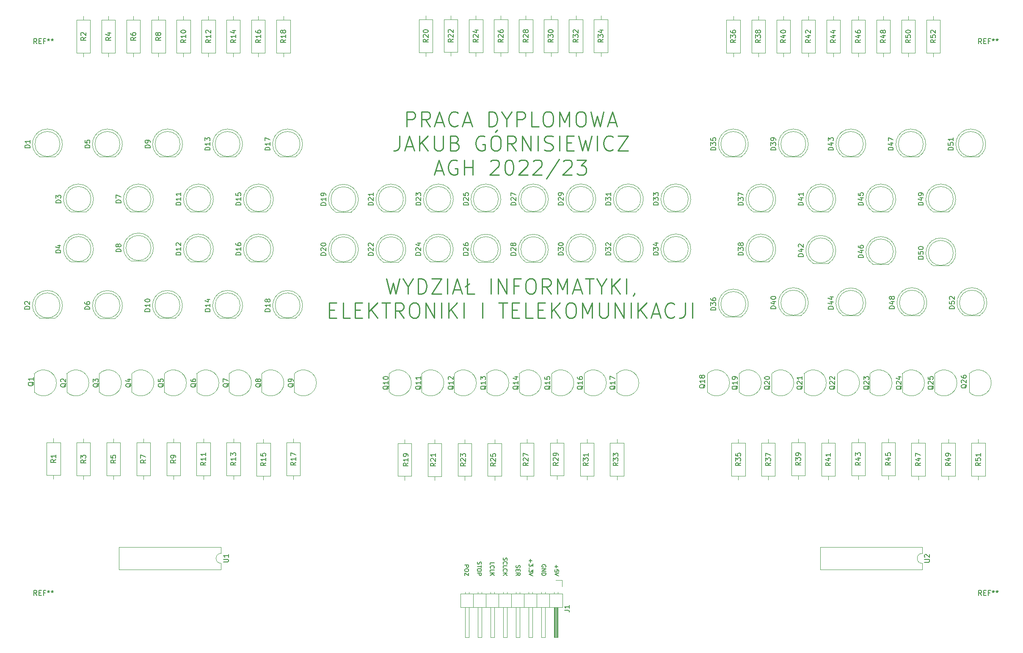
<source format=gbr>
%TF.GenerationSoftware,KiCad,Pcbnew,(6.0.2)*%
%TF.CreationDate,2023-10-08T18:11:24+02:00*%
%TF.ProjectId,kamizelka,6b616d69-7a65-46c6-9b61-2e6b69636164,rev?*%
%TF.SameCoordinates,Original*%
%TF.FileFunction,Legend,Top*%
%TF.FilePolarity,Positive*%
%FSLAX46Y46*%
G04 Gerber Fmt 4.6, Leading zero omitted, Abs format (unit mm)*
G04 Created by KiCad (PCBNEW (6.0.2)) date 2023-10-08 18:11:24*
%MOMM*%
%LPD*%
G01*
G04 APERTURE LIST*
%ADD10C,0.250000*%
%ADD11C,0.150000*%
%ADD12C,0.120000*%
G04 APERTURE END LIST*
D10*
X124142857Y-87942142D02*
X124857142Y-90942142D01*
X125428571Y-88799285D01*
X126000000Y-90942142D01*
X126714285Y-87942142D01*
X128428571Y-89513571D02*
X128428571Y-90942142D01*
X127428571Y-87942142D02*
X128428571Y-89513571D01*
X129428571Y-87942142D01*
X130428571Y-90942142D02*
X130428571Y-87942142D01*
X131142857Y-87942142D01*
X131571428Y-88085000D01*
X131857142Y-88370714D01*
X132000000Y-88656428D01*
X132142857Y-89227857D01*
X132142857Y-89656428D01*
X132000000Y-90227857D01*
X131857142Y-90513571D01*
X131571428Y-90799285D01*
X131142857Y-90942142D01*
X130428571Y-90942142D01*
X133142857Y-87942142D02*
X135142857Y-87942142D01*
X133142857Y-90942142D01*
X135142857Y-90942142D01*
X136285714Y-90942142D02*
X136285714Y-87942142D01*
X137571428Y-90085000D02*
X139000000Y-90085000D01*
X137285714Y-90942142D02*
X138285714Y-87942142D01*
X139285714Y-90942142D01*
X141714285Y-90942142D02*
X140285714Y-90942142D01*
X140285714Y-87942142D01*
X139857142Y-89513571D02*
X140714285Y-88942142D01*
X145000000Y-90942142D02*
X145000000Y-87942142D01*
X146428571Y-90942142D02*
X146428571Y-87942142D01*
X148142857Y-90942142D01*
X148142857Y-87942142D01*
X150571428Y-89370714D02*
X149571428Y-89370714D01*
X149571428Y-90942142D02*
X149571428Y-87942142D01*
X151000000Y-87942142D01*
X152714285Y-87942142D02*
X153285714Y-87942142D01*
X153571428Y-88085000D01*
X153857142Y-88370714D01*
X154000000Y-88942142D01*
X154000000Y-89942142D01*
X153857142Y-90513571D01*
X153571428Y-90799285D01*
X153285714Y-90942142D01*
X152714285Y-90942142D01*
X152428571Y-90799285D01*
X152142857Y-90513571D01*
X152000000Y-89942142D01*
X152000000Y-88942142D01*
X152142857Y-88370714D01*
X152428571Y-88085000D01*
X152714285Y-87942142D01*
X157000000Y-90942142D02*
X156000000Y-89513571D01*
X155285714Y-90942142D02*
X155285714Y-87942142D01*
X156428571Y-87942142D01*
X156714285Y-88085000D01*
X156857142Y-88227857D01*
X157000000Y-88513571D01*
X157000000Y-88942142D01*
X156857142Y-89227857D01*
X156714285Y-89370714D01*
X156428571Y-89513571D01*
X155285714Y-89513571D01*
X158285714Y-90942142D02*
X158285714Y-87942142D01*
X159285714Y-90085000D01*
X160285714Y-87942142D01*
X160285714Y-90942142D01*
X161571428Y-90085000D02*
X163000000Y-90085000D01*
X161285714Y-90942142D02*
X162285714Y-87942142D01*
X163285714Y-90942142D01*
X163857142Y-87942142D02*
X165571428Y-87942142D01*
X164714285Y-90942142D02*
X164714285Y-87942142D01*
X167142857Y-89513571D02*
X167142857Y-90942142D01*
X166142857Y-87942142D02*
X167142857Y-89513571D01*
X168142857Y-87942142D01*
X169142857Y-90942142D02*
X169142857Y-87942142D01*
X170857142Y-90942142D02*
X169571428Y-89227857D01*
X170857142Y-87942142D02*
X169142857Y-89656428D01*
X172142857Y-90942142D02*
X172142857Y-87942142D01*
X173714285Y-90799285D02*
X173714285Y-90942142D01*
X173571428Y-91227857D01*
X173428571Y-91370714D01*
X112714285Y-94200714D02*
X113714285Y-94200714D01*
X114142857Y-95772142D02*
X112714285Y-95772142D01*
X112714285Y-92772142D01*
X114142857Y-92772142D01*
X116857142Y-95772142D02*
X115428571Y-95772142D01*
X115428571Y-92772142D01*
X117857142Y-94200714D02*
X118857142Y-94200714D01*
X119285714Y-95772142D02*
X117857142Y-95772142D01*
X117857142Y-92772142D01*
X119285714Y-92772142D01*
X120571428Y-95772142D02*
X120571428Y-92772142D01*
X122285714Y-95772142D02*
X121000000Y-94057857D01*
X122285714Y-92772142D02*
X120571428Y-94486428D01*
X123142857Y-92772142D02*
X124857142Y-92772142D01*
X124000000Y-95772142D02*
X124000000Y-92772142D01*
X127571428Y-95772142D02*
X126571428Y-94343571D01*
X125857142Y-95772142D02*
X125857142Y-92772142D01*
X127000000Y-92772142D01*
X127285714Y-92915000D01*
X127428571Y-93057857D01*
X127571428Y-93343571D01*
X127571428Y-93772142D01*
X127428571Y-94057857D01*
X127285714Y-94200714D01*
X127000000Y-94343571D01*
X125857142Y-94343571D01*
X129428571Y-92772142D02*
X130000000Y-92772142D01*
X130285714Y-92915000D01*
X130571428Y-93200714D01*
X130714285Y-93772142D01*
X130714285Y-94772142D01*
X130571428Y-95343571D01*
X130285714Y-95629285D01*
X130000000Y-95772142D01*
X129428571Y-95772142D01*
X129142857Y-95629285D01*
X128857142Y-95343571D01*
X128714285Y-94772142D01*
X128714285Y-93772142D01*
X128857142Y-93200714D01*
X129142857Y-92915000D01*
X129428571Y-92772142D01*
X132000000Y-95772142D02*
X132000000Y-92772142D01*
X133714285Y-95772142D01*
X133714285Y-92772142D01*
X135142857Y-95772142D02*
X135142857Y-92772142D01*
X136571428Y-95772142D02*
X136571428Y-92772142D01*
X138285714Y-95772142D02*
X137000000Y-94057857D01*
X138285714Y-92772142D02*
X136571428Y-94486428D01*
X139571428Y-95772142D02*
X139571428Y-92772142D01*
X143285714Y-95772142D02*
X143285714Y-92772142D01*
X146571428Y-92772142D02*
X148285714Y-92772142D01*
X147428571Y-95772142D02*
X147428571Y-92772142D01*
X149285714Y-94200714D02*
X150285714Y-94200714D01*
X150714285Y-95772142D02*
X149285714Y-95772142D01*
X149285714Y-92772142D01*
X150714285Y-92772142D01*
X153428571Y-95772142D02*
X152000000Y-95772142D01*
X152000000Y-92772142D01*
X154428571Y-94200714D02*
X155428571Y-94200714D01*
X155857142Y-95772142D02*
X154428571Y-95772142D01*
X154428571Y-92772142D01*
X155857142Y-92772142D01*
X157142857Y-95772142D02*
X157142857Y-92772142D01*
X158857142Y-95772142D02*
X157571428Y-94057857D01*
X158857142Y-92772142D02*
X157142857Y-94486428D01*
X160714285Y-92772142D02*
X161285714Y-92772142D01*
X161571428Y-92915000D01*
X161857142Y-93200714D01*
X162000000Y-93772142D01*
X162000000Y-94772142D01*
X161857142Y-95343571D01*
X161571428Y-95629285D01*
X161285714Y-95772142D01*
X160714285Y-95772142D01*
X160428571Y-95629285D01*
X160142857Y-95343571D01*
X160000000Y-94772142D01*
X160000000Y-93772142D01*
X160142857Y-93200714D01*
X160428571Y-92915000D01*
X160714285Y-92772142D01*
X163285714Y-95772142D02*
X163285714Y-92772142D01*
X164285714Y-94915000D01*
X165285714Y-92772142D01*
X165285714Y-95772142D01*
X166714285Y-92772142D02*
X166714285Y-95200714D01*
X166857142Y-95486428D01*
X167000000Y-95629285D01*
X167285714Y-95772142D01*
X167857142Y-95772142D01*
X168142857Y-95629285D01*
X168285714Y-95486428D01*
X168428571Y-95200714D01*
X168428571Y-92772142D01*
X169857142Y-95772142D02*
X169857142Y-92772142D01*
X171571428Y-95772142D01*
X171571428Y-92772142D01*
X173000000Y-95772142D02*
X173000000Y-92772142D01*
X174428571Y-95772142D02*
X174428571Y-92772142D01*
X176142857Y-95772142D02*
X174857142Y-94057857D01*
X176142857Y-92772142D02*
X174428571Y-94486428D01*
X177285714Y-94915000D02*
X178714285Y-94915000D01*
X177000000Y-95772142D02*
X178000000Y-92772142D01*
X179000000Y-95772142D01*
X181714285Y-95486428D02*
X181571428Y-95629285D01*
X181142857Y-95772142D01*
X180857142Y-95772142D01*
X180428571Y-95629285D01*
X180142857Y-95343571D01*
X180000000Y-95057857D01*
X179857142Y-94486428D01*
X179857142Y-94057857D01*
X180000000Y-93486428D01*
X180142857Y-93200714D01*
X180428571Y-92915000D01*
X180857142Y-92772142D01*
X181142857Y-92772142D01*
X181571428Y-92915000D01*
X181714285Y-93057857D01*
X183857142Y-92772142D02*
X183857142Y-94915000D01*
X183714285Y-95343571D01*
X183428571Y-95629285D01*
X183000000Y-95772142D01*
X182714285Y-95772142D01*
X185285714Y-95772142D02*
X185285714Y-92772142D01*
D11*
X158068857Y-145154880D02*
X158068857Y-145764404D01*
X157764095Y-145459642D02*
X158373619Y-145459642D01*
X158564095Y-146526309D02*
X158564095Y-146145357D01*
X158183142Y-146107261D01*
X158221238Y-146145357D01*
X158259333Y-146221547D01*
X158259333Y-146412023D01*
X158221238Y-146488214D01*
X158183142Y-146526309D01*
X158106952Y-146564404D01*
X157916476Y-146564404D01*
X157840285Y-146526309D01*
X157802190Y-146488214D01*
X157764095Y-146412023D01*
X157764095Y-146221547D01*
X157802190Y-146145357D01*
X157840285Y-146107261D01*
X158564095Y-146792976D02*
X157764095Y-147059642D01*
X158564095Y-147326309D01*
X155950000Y-145573928D02*
X155988095Y-145497738D01*
X155988095Y-145383452D01*
X155950000Y-145269166D01*
X155873809Y-145192976D01*
X155797619Y-145154880D01*
X155645238Y-145116785D01*
X155530952Y-145116785D01*
X155378571Y-145154880D01*
X155302380Y-145192976D01*
X155226190Y-145269166D01*
X155188095Y-145383452D01*
X155188095Y-145459642D01*
X155226190Y-145573928D01*
X155264285Y-145612023D01*
X155530952Y-145612023D01*
X155530952Y-145459642D01*
X155188095Y-145954880D02*
X155988095Y-145954880D01*
X155188095Y-146412023D01*
X155988095Y-146412023D01*
X155188095Y-146792976D02*
X155988095Y-146792976D01*
X155988095Y-146983452D01*
X155950000Y-147097738D01*
X155873809Y-147173928D01*
X155797619Y-147212023D01*
X155645238Y-147250119D01*
X155530952Y-147250119D01*
X155378571Y-147212023D01*
X155302380Y-147173928D01*
X155226190Y-147097738D01*
X155188095Y-146983452D01*
X155188095Y-146792976D01*
X152916857Y-144012023D02*
X152916857Y-144621547D01*
X152612095Y-144316785D02*
X153221619Y-144316785D01*
X153412095Y-144926309D02*
X153412095Y-145421547D01*
X153107333Y-145154880D01*
X153107333Y-145269166D01*
X153069238Y-145345357D01*
X153031142Y-145383452D01*
X152954952Y-145421547D01*
X152764476Y-145421547D01*
X152688285Y-145383452D01*
X152650190Y-145345357D01*
X152612095Y-145269166D01*
X152612095Y-145040595D01*
X152650190Y-144964404D01*
X152688285Y-144926309D01*
X152688285Y-145764404D02*
X152650190Y-145802500D01*
X152612095Y-145764404D01*
X152650190Y-145726309D01*
X152688285Y-145764404D01*
X152612095Y-145764404D01*
X153412095Y-146069166D02*
X153412095Y-146564404D01*
X153107333Y-146297738D01*
X153107333Y-146412023D01*
X153069238Y-146488214D01*
X153031142Y-146526309D01*
X152954952Y-146564404D01*
X152764476Y-146564404D01*
X152688285Y-146526309D01*
X152650190Y-146488214D01*
X152612095Y-146412023D01*
X152612095Y-146183452D01*
X152650190Y-146107261D01*
X152688285Y-146069166D01*
X153412095Y-146792976D02*
X152612095Y-147059642D01*
X153412095Y-147326309D01*
X150074190Y-145269166D02*
X150036095Y-145383452D01*
X150036095Y-145573928D01*
X150074190Y-145650119D01*
X150112285Y-145688214D01*
X150188476Y-145726309D01*
X150264666Y-145726309D01*
X150340857Y-145688214D01*
X150378952Y-145650119D01*
X150417047Y-145573928D01*
X150455142Y-145421547D01*
X150493238Y-145345357D01*
X150531333Y-145307261D01*
X150607523Y-145269166D01*
X150683714Y-145269166D01*
X150759904Y-145307261D01*
X150798000Y-145345357D01*
X150836095Y-145421547D01*
X150836095Y-145612023D01*
X150798000Y-145726309D01*
X150455142Y-146069166D02*
X150455142Y-146335833D01*
X150036095Y-146450119D02*
X150036095Y-146069166D01*
X150836095Y-146069166D01*
X150836095Y-146450119D01*
X150036095Y-147250119D02*
X150417047Y-146983452D01*
X150036095Y-146792976D02*
X150836095Y-146792976D01*
X150836095Y-147097738D01*
X150798000Y-147173928D01*
X150759904Y-147212023D01*
X150683714Y-147250119D01*
X150569428Y-147250119D01*
X150493238Y-147212023D01*
X150455142Y-147173928D01*
X150417047Y-147097738D01*
X150417047Y-146792976D01*
X147498190Y-143745357D02*
X147460095Y-143859642D01*
X147460095Y-144050119D01*
X147498190Y-144126309D01*
X147536285Y-144164404D01*
X147612476Y-144202500D01*
X147688666Y-144202500D01*
X147764857Y-144164404D01*
X147802952Y-144126309D01*
X147841047Y-144050119D01*
X147879142Y-143897738D01*
X147917238Y-143821547D01*
X147955333Y-143783452D01*
X148031523Y-143745357D01*
X148107714Y-143745357D01*
X148183904Y-143783452D01*
X148222000Y-143821547D01*
X148260095Y-143897738D01*
X148260095Y-144088214D01*
X148222000Y-144202500D01*
X147536285Y-145002500D02*
X147498190Y-144964404D01*
X147460095Y-144850119D01*
X147460095Y-144773928D01*
X147498190Y-144659642D01*
X147574380Y-144583452D01*
X147650571Y-144545357D01*
X147802952Y-144507261D01*
X147917238Y-144507261D01*
X148069619Y-144545357D01*
X148145809Y-144583452D01*
X148222000Y-144659642D01*
X148260095Y-144773928D01*
X148260095Y-144850119D01*
X148222000Y-144964404D01*
X148183904Y-145002500D01*
X147460095Y-145726309D02*
X147460095Y-145345357D01*
X148260095Y-145345357D01*
X147536285Y-146450119D02*
X147498190Y-146412023D01*
X147460095Y-146297738D01*
X147460095Y-146221547D01*
X147498190Y-146107261D01*
X147574380Y-146031071D01*
X147650571Y-145992976D01*
X147802952Y-145954880D01*
X147917238Y-145954880D01*
X148069619Y-145992976D01*
X148145809Y-146031071D01*
X148222000Y-146107261D01*
X148260095Y-146221547D01*
X148260095Y-146297738D01*
X148222000Y-146412023D01*
X148183904Y-146450119D01*
X147460095Y-146792976D02*
X148260095Y-146792976D01*
X147460095Y-147250119D02*
X147917238Y-146907261D01*
X148260095Y-147250119D02*
X147802952Y-146792976D01*
X144884095Y-145078690D02*
X144884095Y-144697738D01*
X145684095Y-144697738D01*
X144960285Y-145802500D02*
X144922190Y-145764404D01*
X144884095Y-145650119D01*
X144884095Y-145573928D01*
X144922190Y-145459642D01*
X144998380Y-145383452D01*
X145074571Y-145345357D01*
X145226952Y-145307261D01*
X145341238Y-145307261D01*
X145493619Y-145345357D01*
X145569809Y-145383452D01*
X145646000Y-145459642D01*
X145684095Y-145573928D01*
X145684095Y-145650119D01*
X145646000Y-145764404D01*
X145607904Y-145802500D01*
X144884095Y-146526309D02*
X144884095Y-146145357D01*
X145684095Y-146145357D01*
X144884095Y-146792976D02*
X145684095Y-146792976D01*
X144884095Y-147250119D02*
X145341238Y-146907261D01*
X145684095Y-147250119D02*
X145226952Y-146792976D01*
X142346190Y-144545357D02*
X142308095Y-144659642D01*
X142308095Y-144850119D01*
X142346190Y-144926309D01*
X142384285Y-144964404D01*
X142460476Y-145002500D01*
X142536666Y-145002500D01*
X142612857Y-144964404D01*
X142650952Y-144926309D01*
X142689047Y-144850119D01*
X142727142Y-144697738D01*
X142765238Y-144621547D01*
X142803333Y-144583452D01*
X142879523Y-144545357D01*
X142955714Y-144545357D01*
X143031904Y-144583452D01*
X143070000Y-144621547D01*
X143108095Y-144697738D01*
X143108095Y-144888214D01*
X143070000Y-145002500D01*
X143108095Y-145231071D02*
X143108095Y-145688214D01*
X142308095Y-145459642D02*
X143108095Y-145459642D01*
X143108095Y-146107261D02*
X143108095Y-146259642D01*
X143070000Y-146335833D01*
X142993809Y-146412023D01*
X142841428Y-146450119D01*
X142574761Y-146450119D01*
X142422380Y-146412023D01*
X142346190Y-146335833D01*
X142308095Y-146259642D01*
X142308095Y-146107261D01*
X142346190Y-146031071D01*
X142422380Y-145954880D01*
X142574761Y-145916785D01*
X142841428Y-145916785D01*
X142993809Y-145954880D01*
X143070000Y-146031071D01*
X143108095Y-146107261D01*
X142308095Y-146792976D02*
X143108095Y-146792976D01*
X143108095Y-147097738D01*
X143070000Y-147173928D01*
X143031904Y-147212023D01*
X142955714Y-147250119D01*
X142841428Y-147250119D01*
X142765238Y-147212023D01*
X142727142Y-147173928D01*
X142689047Y-147097738D01*
X142689047Y-146792976D01*
X139732095Y-145192976D02*
X140532095Y-145192976D01*
X140532095Y-145497738D01*
X140494000Y-145573928D01*
X140455904Y-145612023D01*
X140379714Y-145650119D01*
X140265428Y-145650119D01*
X140189238Y-145612023D01*
X140151142Y-145573928D01*
X140113047Y-145497738D01*
X140113047Y-145192976D01*
X140532095Y-146145357D02*
X140532095Y-146297738D01*
X140494000Y-146373928D01*
X140417809Y-146450119D01*
X140265428Y-146488214D01*
X139998761Y-146488214D01*
X139846380Y-146450119D01*
X139770190Y-146373928D01*
X139732095Y-146297738D01*
X139732095Y-146145357D01*
X139770190Y-146069166D01*
X139846380Y-145992976D01*
X139998761Y-145954880D01*
X140265428Y-145954880D01*
X140417809Y-145992976D01*
X140494000Y-146069166D01*
X140532095Y-146145357D01*
X140532095Y-146754880D02*
X140532095Y-147288214D01*
X139732095Y-146754880D01*
X139732095Y-147288214D01*
D10*
X128142857Y-57527142D02*
X128142857Y-54527142D01*
X129285714Y-54527142D01*
X129571428Y-54670000D01*
X129714285Y-54812857D01*
X129857142Y-55098571D01*
X129857142Y-55527142D01*
X129714285Y-55812857D01*
X129571428Y-55955714D01*
X129285714Y-56098571D01*
X128142857Y-56098571D01*
X132857142Y-57527142D02*
X131857142Y-56098571D01*
X131142857Y-57527142D02*
X131142857Y-54527142D01*
X132285714Y-54527142D01*
X132571428Y-54670000D01*
X132714285Y-54812857D01*
X132857142Y-55098571D01*
X132857142Y-55527142D01*
X132714285Y-55812857D01*
X132571428Y-55955714D01*
X132285714Y-56098571D01*
X131142857Y-56098571D01*
X134000000Y-56670000D02*
X135428571Y-56670000D01*
X133714285Y-57527142D02*
X134714285Y-54527142D01*
X135714285Y-57527142D01*
X138428571Y-57241428D02*
X138285714Y-57384285D01*
X137857142Y-57527142D01*
X137571428Y-57527142D01*
X137142857Y-57384285D01*
X136857142Y-57098571D01*
X136714285Y-56812857D01*
X136571428Y-56241428D01*
X136571428Y-55812857D01*
X136714285Y-55241428D01*
X136857142Y-54955714D01*
X137142857Y-54670000D01*
X137571428Y-54527142D01*
X137857142Y-54527142D01*
X138285714Y-54670000D01*
X138428571Y-54812857D01*
X139571428Y-56670000D02*
X141000000Y-56670000D01*
X139285714Y-57527142D02*
X140285714Y-54527142D01*
X141285714Y-57527142D01*
X144571428Y-57527142D02*
X144571428Y-54527142D01*
X145285714Y-54527142D01*
X145714285Y-54670000D01*
X146000000Y-54955714D01*
X146142857Y-55241428D01*
X146285714Y-55812857D01*
X146285714Y-56241428D01*
X146142857Y-56812857D01*
X146000000Y-57098571D01*
X145714285Y-57384285D01*
X145285714Y-57527142D01*
X144571428Y-57527142D01*
X148142857Y-56098571D02*
X148142857Y-57527142D01*
X147142857Y-54527142D02*
X148142857Y-56098571D01*
X149142857Y-54527142D01*
X150142857Y-57527142D02*
X150142857Y-54527142D01*
X151285714Y-54527142D01*
X151571428Y-54670000D01*
X151714285Y-54812857D01*
X151857142Y-55098571D01*
X151857142Y-55527142D01*
X151714285Y-55812857D01*
X151571428Y-55955714D01*
X151285714Y-56098571D01*
X150142857Y-56098571D01*
X154571428Y-57527142D02*
X153142857Y-57527142D01*
X153142857Y-54527142D01*
X156142857Y-54527142D02*
X156714285Y-54527142D01*
X157000000Y-54670000D01*
X157285714Y-54955714D01*
X157428571Y-55527142D01*
X157428571Y-56527142D01*
X157285714Y-57098571D01*
X157000000Y-57384285D01*
X156714285Y-57527142D01*
X156142857Y-57527142D01*
X155857142Y-57384285D01*
X155571428Y-57098571D01*
X155428571Y-56527142D01*
X155428571Y-55527142D01*
X155571428Y-54955714D01*
X155857142Y-54670000D01*
X156142857Y-54527142D01*
X158714285Y-57527142D02*
X158714285Y-54527142D01*
X159714285Y-56670000D01*
X160714285Y-54527142D01*
X160714285Y-57527142D01*
X162714285Y-54527142D02*
X163285714Y-54527142D01*
X163571428Y-54670000D01*
X163857142Y-54955714D01*
X164000000Y-55527142D01*
X164000000Y-56527142D01*
X163857142Y-57098571D01*
X163571428Y-57384285D01*
X163285714Y-57527142D01*
X162714285Y-57527142D01*
X162428571Y-57384285D01*
X162142857Y-57098571D01*
X162000000Y-56527142D01*
X162000000Y-55527142D01*
X162142857Y-54955714D01*
X162428571Y-54670000D01*
X162714285Y-54527142D01*
X165000000Y-54527142D02*
X165714285Y-57527142D01*
X166285714Y-55384285D01*
X166857142Y-57527142D01*
X167571428Y-54527142D01*
X168571428Y-56670000D02*
X170000000Y-56670000D01*
X168285714Y-57527142D02*
X169285714Y-54527142D01*
X170285714Y-57527142D01*
X126714285Y-59357142D02*
X126714285Y-61500000D01*
X126571428Y-61928571D01*
X126285714Y-62214285D01*
X125857142Y-62357142D01*
X125571428Y-62357142D01*
X128000000Y-61500000D02*
X129428571Y-61500000D01*
X127714285Y-62357142D02*
X128714285Y-59357142D01*
X129714285Y-62357142D01*
X130714285Y-62357142D02*
X130714285Y-59357142D01*
X132428571Y-62357142D02*
X131142857Y-60642857D01*
X132428571Y-59357142D02*
X130714285Y-61071428D01*
X133714285Y-59357142D02*
X133714285Y-61785714D01*
X133857142Y-62071428D01*
X134000000Y-62214285D01*
X134285714Y-62357142D01*
X134857142Y-62357142D01*
X135142857Y-62214285D01*
X135285714Y-62071428D01*
X135428571Y-61785714D01*
X135428571Y-59357142D01*
X137857142Y-60785714D02*
X138285714Y-60928571D01*
X138428571Y-61071428D01*
X138571428Y-61357142D01*
X138571428Y-61785714D01*
X138428571Y-62071428D01*
X138285714Y-62214285D01*
X138000000Y-62357142D01*
X136857142Y-62357142D01*
X136857142Y-59357142D01*
X137857142Y-59357142D01*
X138142857Y-59500000D01*
X138285714Y-59642857D01*
X138428571Y-59928571D01*
X138428571Y-60214285D01*
X138285714Y-60500000D01*
X138142857Y-60642857D01*
X137857142Y-60785714D01*
X136857142Y-60785714D01*
X143714285Y-59500000D02*
X143428571Y-59357142D01*
X143000000Y-59357142D01*
X142571428Y-59500000D01*
X142285714Y-59785714D01*
X142142857Y-60071428D01*
X142000000Y-60642857D01*
X142000000Y-61071428D01*
X142142857Y-61642857D01*
X142285714Y-61928571D01*
X142571428Y-62214285D01*
X143000000Y-62357142D01*
X143285714Y-62357142D01*
X143714285Y-62214285D01*
X143857142Y-62071428D01*
X143857142Y-61071428D01*
X143285714Y-61071428D01*
X145714285Y-59357142D02*
X146285714Y-59357142D01*
X146571428Y-59500000D01*
X146857142Y-59785714D01*
X147000000Y-60357142D01*
X147000000Y-61357142D01*
X146857142Y-61928571D01*
X146571428Y-62214285D01*
X146285714Y-62357142D01*
X145714285Y-62357142D01*
X145428571Y-62214285D01*
X145142857Y-61928571D01*
X145000000Y-61357142D01*
X145000000Y-60357142D01*
X145142857Y-59785714D01*
X145428571Y-59500000D01*
X145714285Y-59357142D01*
X146285714Y-58214285D02*
X145857142Y-58642857D01*
X150000000Y-62357142D02*
X149000000Y-60928571D01*
X148285714Y-62357142D02*
X148285714Y-59357142D01*
X149428571Y-59357142D01*
X149714285Y-59500000D01*
X149857142Y-59642857D01*
X150000000Y-59928571D01*
X150000000Y-60357142D01*
X149857142Y-60642857D01*
X149714285Y-60785714D01*
X149428571Y-60928571D01*
X148285714Y-60928571D01*
X151285714Y-62357142D02*
X151285714Y-59357142D01*
X153000000Y-62357142D01*
X153000000Y-59357142D01*
X154428571Y-62357142D02*
X154428571Y-59357142D01*
X155714285Y-62214285D02*
X156142857Y-62357142D01*
X156857142Y-62357142D01*
X157142857Y-62214285D01*
X157285714Y-62071428D01*
X157428571Y-61785714D01*
X157428571Y-61500000D01*
X157285714Y-61214285D01*
X157142857Y-61071428D01*
X156857142Y-60928571D01*
X156285714Y-60785714D01*
X156000000Y-60642857D01*
X155857142Y-60500000D01*
X155714285Y-60214285D01*
X155714285Y-59928571D01*
X155857142Y-59642857D01*
X156000000Y-59500000D01*
X156285714Y-59357142D01*
X157000000Y-59357142D01*
X157428571Y-59500000D01*
X158714285Y-62357142D02*
X158714285Y-59357142D01*
X160142857Y-60785714D02*
X161142857Y-60785714D01*
X161571428Y-62357142D02*
X160142857Y-62357142D01*
X160142857Y-59357142D01*
X161571428Y-59357142D01*
X162571428Y-59357142D02*
X163285714Y-62357142D01*
X163857142Y-60214285D01*
X164428571Y-62357142D01*
X165142857Y-59357142D01*
X166285714Y-62357142D02*
X166285714Y-59357142D01*
X169428571Y-62071428D02*
X169285714Y-62214285D01*
X168857142Y-62357142D01*
X168571428Y-62357142D01*
X168142857Y-62214285D01*
X167857142Y-61928571D01*
X167714285Y-61642857D01*
X167571428Y-61071428D01*
X167571428Y-60642857D01*
X167714285Y-60071428D01*
X167857142Y-59785714D01*
X168142857Y-59500000D01*
X168571428Y-59357142D01*
X168857142Y-59357142D01*
X169285714Y-59500000D01*
X169428571Y-59642857D01*
X170428571Y-59357142D02*
X172428571Y-59357142D01*
X170428571Y-62357142D01*
X172428571Y-62357142D01*
X133928571Y-66330000D02*
X135357142Y-66330000D01*
X133642857Y-67187142D02*
X134642857Y-64187142D01*
X135642857Y-67187142D01*
X138214285Y-64330000D02*
X137928571Y-64187142D01*
X137500000Y-64187142D01*
X137071428Y-64330000D01*
X136785714Y-64615714D01*
X136642857Y-64901428D01*
X136500000Y-65472857D01*
X136500000Y-65901428D01*
X136642857Y-66472857D01*
X136785714Y-66758571D01*
X137071428Y-67044285D01*
X137500000Y-67187142D01*
X137785714Y-67187142D01*
X138214285Y-67044285D01*
X138357142Y-66901428D01*
X138357142Y-65901428D01*
X137785714Y-65901428D01*
X139642857Y-67187142D02*
X139642857Y-64187142D01*
X139642857Y-65615714D02*
X141357142Y-65615714D01*
X141357142Y-67187142D02*
X141357142Y-64187142D01*
X144928571Y-64472857D02*
X145071428Y-64330000D01*
X145357142Y-64187142D01*
X146071428Y-64187142D01*
X146357142Y-64330000D01*
X146500000Y-64472857D01*
X146642857Y-64758571D01*
X146642857Y-65044285D01*
X146500000Y-65472857D01*
X144785714Y-67187142D01*
X146642857Y-67187142D01*
X148500000Y-64187142D02*
X148785714Y-64187142D01*
X149071428Y-64330000D01*
X149214285Y-64472857D01*
X149357142Y-64758571D01*
X149500000Y-65330000D01*
X149500000Y-66044285D01*
X149357142Y-66615714D01*
X149214285Y-66901428D01*
X149071428Y-67044285D01*
X148785714Y-67187142D01*
X148500000Y-67187142D01*
X148214285Y-67044285D01*
X148071428Y-66901428D01*
X147928571Y-66615714D01*
X147785714Y-66044285D01*
X147785714Y-65330000D01*
X147928571Y-64758571D01*
X148071428Y-64472857D01*
X148214285Y-64330000D01*
X148500000Y-64187142D01*
X150642857Y-64472857D02*
X150785714Y-64330000D01*
X151071428Y-64187142D01*
X151785714Y-64187142D01*
X152071428Y-64330000D01*
X152214285Y-64472857D01*
X152357142Y-64758571D01*
X152357142Y-65044285D01*
X152214285Y-65472857D01*
X150500000Y-67187142D01*
X152357142Y-67187142D01*
X153500000Y-64472857D02*
X153642857Y-64330000D01*
X153928571Y-64187142D01*
X154642857Y-64187142D01*
X154928571Y-64330000D01*
X155071428Y-64472857D01*
X155214285Y-64758571D01*
X155214285Y-65044285D01*
X155071428Y-65472857D01*
X153357142Y-67187142D01*
X155214285Y-67187142D01*
X158642857Y-64044285D02*
X156071428Y-67901428D01*
X159500000Y-64472857D02*
X159642857Y-64330000D01*
X159928571Y-64187142D01*
X160642857Y-64187142D01*
X160928571Y-64330000D01*
X161071428Y-64472857D01*
X161214285Y-64758571D01*
X161214285Y-65044285D01*
X161071428Y-65472857D01*
X159357142Y-67187142D01*
X161214285Y-67187142D01*
X162214285Y-64187142D02*
X164071428Y-64187142D01*
X163071428Y-65330000D01*
X163500000Y-65330000D01*
X163785714Y-65472857D01*
X163928571Y-65615714D01*
X164071428Y-65901428D01*
X164071428Y-66615714D01*
X163928571Y-66901428D01*
X163785714Y-67044285D01*
X163500000Y-67187142D01*
X162642857Y-67187142D01*
X162357142Y-67044285D01*
X162214285Y-66901428D01*
D11*
%TO.C,R46*%
X218952380Y-40142857D02*
X218476190Y-40476190D01*
X218952380Y-40714285D02*
X217952380Y-40714285D01*
X217952380Y-40333333D01*
X218000000Y-40238095D01*
X218047619Y-40190476D01*
X218142857Y-40142857D01*
X218285714Y-40142857D01*
X218380952Y-40190476D01*
X218428571Y-40238095D01*
X218476190Y-40333333D01*
X218476190Y-40714285D01*
X218285714Y-39285714D02*
X218952380Y-39285714D01*
X217904761Y-39523809D02*
X218619047Y-39761904D01*
X218619047Y-39142857D01*
X217952380Y-38333333D02*
X217952380Y-38523809D01*
X218000000Y-38619047D01*
X218047619Y-38666666D01*
X218190476Y-38761904D01*
X218380952Y-38809523D01*
X218761904Y-38809523D01*
X218857142Y-38761904D01*
X218904761Y-38714285D01*
X218952380Y-38619047D01*
X218952380Y-38428571D01*
X218904761Y-38333333D01*
X218857142Y-38285714D01*
X218761904Y-38238095D01*
X218523809Y-38238095D01*
X218428571Y-38285714D01*
X218380952Y-38333333D01*
X218333333Y-38428571D01*
X218333333Y-38619047D01*
X218380952Y-38714285D01*
X218428571Y-38761904D01*
X218523809Y-38809523D01*
%TO.C,D16*%
X94992380Y-83219285D02*
X93992380Y-83219285D01*
X93992380Y-82981190D01*
X94040000Y-82838333D01*
X94135238Y-82743095D01*
X94230476Y-82695476D01*
X94420952Y-82647857D01*
X94563809Y-82647857D01*
X94754285Y-82695476D01*
X94849523Y-82743095D01*
X94944761Y-82838333D01*
X94992380Y-82981190D01*
X94992380Y-83219285D01*
X94992380Y-81695476D02*
X94992380Y-82266904D01*
X94992380Y-81981190D02*
X93992380Y-81981190D01*
X94135238Y-82076428D01*
X94230476Y-82171666D01*
X94278095Y-82266904D01*
X93992380Y-80838333D02*
X93992380Y-81028809D01*
X94040000Y-81124047D01*
X94087619Y-81171666D01*
X94230476Y-81266904D01*
X94420952Y-81314523D01*
X94801904Y-81314523D01*
X94897142Y-81266904D01*
X94944761Y-81219285D01*
X94992380Y-81124047D01*
X94992380Y-80933571D01*
X94944761Y-80838333D01*
X94897142Y-80790714D01*
X94801904Y-80743095D01*
X94563809Y-80743095D01*
X94468571Y-80790714D01*
X94420952Y-80838333D01*
X94373333Y-80933571D01*
X94373333Y-81124047D01*
X94420952Y-81219285D01*
X94468571Y-81266904D01*
X94563809Y-81314523D01*
%TO.C,R22*%
X137442380Y-40032857D02*
X136966190Y-40366190D01*
X137442380Y-40604285D02*
X136442380Y-40604285D01*
X136442380Y-40223333D01*
X136490000Y-40128095D01*
X136537619Y-40080476D01*
X136632857Y-40032857D01*
X136775714Y-40032857D01*
X136870952Y-40080476D01*
X136918571Y-40128095D01*
X136966190Y-40223333D01*
X136966190Y-40604285D01*
X136537619Y-39651904D02*
X136490000Y-39604285D01*
X136442380Y-39509047D01*
X136442380Y-39270952D01*
X136490000Y-39175714D01*
X136537619Y-39128095D01*
X136632857Y-39080476D01*
X136728095Y-39080476D01*
X136870952Y-39128095D01*
X137442380Y-39699523D01*
X137442380Y-39080476D01*
X136537619Y-38699523D02*
X136490000Y-38651904D01*
X136442380Y-38556666D01*
X136442380Y-38318571D01*
X136490000Y-38223333D01*
X136537619Y-38175714D01*
X136632857Y-38128095D01*
X136728095Y-38128095D01*
X136870952Y-38175714D01*
X137442380Y-38747142D01*
X137442380Y-38128095D01*
%TO.C,D26*%
X140472380Y-83239285D02*
X139472380Y-83239285D01*
X139472380Y-83001190D01*
X139520000Y-82858333D01*
X139615238Y-82763095D01*
X139710476Y-82715476D01*
X139900952Y-82667857D01*
X140043809Y-82667857D01*
X140234285Y-82715476D01*
X140329523Y-82763095D01*
X140424761Y-82858333D01*
X140472380Y-83001190D01*
X140472380Y-83239285D01*
X139567619Y-82286904D02*
X139520000Y-82239285D01*
X139472380Y-82144047D01*
X139472380Y-81905952D01*
X139520000Y-81810714D01*
X139567619Y-81763095D01*
X139662857Y-81715476D01*
X139758095Y-81715476D01*
X139900952Y-81763095D01*
X140472380Y-82334523D01*
X140472380Y-81715476D01*
X139472380Y-80858333D02*
X139472380Y-81048809D01*
X139520000Y-81144047D01*
X139567619Y-81191666D01*
X139710476Y-81286904D01*
X139900952Y-81334523D01*
X140281904Y-81334523D01*
X140377142Y-81286904D01*
X140424761Y-81239285D01*
X140472380Y-81144047D01*
X140472380Y-80953571D01*
X140424761Y-80858333D01*
X140377142Y-80810714D01*
X140281904Y-80763095D01*
X140043809Y-80763095D01*
X139948571Y-80810714D01*
X139900952Y-80858333D01*
X139853333Y-80953571D01*
X139853333Y-81144047D01*
X139900952Y-81239285D01*
X139948571Y-81286904D01*
X140043809Y-81334523D01*
%TO.C,D28*%
X149982380Y-83259285D02*
X148982380Y-83259285D01*
X148982380Y-83021190D01*
X149030000Y-82878333D01*
X149125238Y-82783095D01*
X149220476Y-82735476D01*
X149410952Y-82687857D01*
X149553809Y-82687857D01*
X149744285Y-82735476D01*
X149839523Y-82783095D01*
X149934761Y-82878333D01*
X149982380Y-83021190D01*
X149982380Y-83259285D01*
X149077619Y-82306904D02*
X149030000Y-82259285D01*
X148982380Y-82164047D01*
X148982380Y-81925952D01*
X149030000Y-81830714D01*
X149077619Y-81783095D01*
X149172857Y-81735476D01*
X149268095Y-81735476D01*
X149410952Y-81783095D01*
X149982380Y-82354523D01*
X149982380Y-81735476D01*
X149410952Y-81164047D02*
X149363333Y-81259285D01*
X149315714Y-81306904D01*
X149220476Y-81354523D01*
X149172857Y-81354523D01*
X149077619Y-81306904D01*
X149030000Y-81259285D01*
X148982380Y-81164047D01*
X148982380Y-80973571D01*
X149030000Y-80878333D01*
X149077619Y-80830714D01*
X149172857Y-80783095D01*
X149220476Y-80783095D01*
X149315714Y-80830714D01*
X149363333Y-80878333D01*
X149410952Y-80973571D01*
X149410952Y-81164047D01*
X149458571Y-81259285D01*
X149506190Y-81306904D01*
X149601428Y-81354523D01*
X149791904Y-81354523D01*
X149887142Y-81306904D01*
X149934761Y-81259285D01*
X149982380Y-81164047D01*
X149982380Y-80973571D01*
X149934761Y-80878333D01*
X149887142Y-80830714D01*
X149791904Y-80783095D01*
X149601428Y-80783095D01*
X149506190Y-80830714D01*
X149458571Y-80878333D01*
X149410952Y-80973571D01*
%TO.C,D50*%
X231492380Y-83994285D02*
X230492380Y-83994285D01*
X230492380Y-83756190D01*
X230540000Y-83613333D01*
X230635238Y-83518095D01*
X230730476Y-83470476D01*
X230920952Y-83422857D01*
X231063809Y-83422857D01*
X231254285Y-83470476D01*
X231349523Y-83518095D01*
X231444761Y-83613333D01*
X231492380Y-83756190D01*
X231492380Y-83994285D01*
X230492380Y-82518095D02*
X230492380Y-82994285D01*
X230968571Y-83041904D01*
X230920952Y-82994285D01*
X230873333Y-82899047D01*
X230873333Y-82660952D01*
X230920952Y-82565714D01*
X230968571Y-82518095D01*
X231063809Y-82470476D01*
X231301904Y-82470476D01*
X231397142Y-82518095D01*
X231444761Y-82565714D01*
X231492380Y-82660952D01*
X231492380Y-82899047D01*
X231444761Y-82994285D01*
X231397142Y-83041904D01*
X230492380Y-81851428D02*
X230492380Y-81756190D01*
X230540000Y-81660952D01*
X230587619Y-81613333D01*
X230682857Y-81565714D01*
X230873333Y-81518095D01*
X231111428Y-81518095D01*
X231301904Y-81565714D01*
X231397142Y-81613333D01*
X231444761Y-81660952D01*
X231492380Y-81756190D01*
X231492380Y-81851428D01*
X231444761Y-81946666D01*
X231397142Y-81994285D01*
X231301904Y-82041904D01*
X231111428Y-82089523D01*
X230873333Y-82089523D01*
X230682857Y-82041904D01*
X230587619Y-81994285D01*
X230540000Y-81946666D01*
X230492380Y-81851428D01*
%TO.C,R34*%
X167452380Y-40062857D02*
X166976190Y-40396190D01*
X167452380Y-40634285D02*
X166452380Y-40634285D01*
X166452380Y-40253333D01*
X166500000Y-40158095D01*
X166547619Y-40110476D01*
X166642857Y-40062857D01*
X166785714Y-40062857D01*
X166880952Y-40110476D01*
X166928571Y-40158095D01*
X166976190Y-40253333D01*
X166976190Y-40634285D01*
X166452380Y-39729523D02*
X166452380Y-39110476D01*
X166833333Y-39443809D01*
X166833333Y-39300952D01*
X166880952Y-39205714D01*
X166928571Y-39158095D01*
X167023809Y-39110476D01*
X167261904Y-39110476D01*
X167357142Y-39158095D01*
X167404761Y-39205714D01*
X167452380Y-39300952D01*
X167452380Y-39586666D01*
X167404761Y-39681904D01*
X167357142Y-39729523D01*
X166785714Y-38253333D02*
X167452380Y-38253333D01*
X166404761Y-38491428D02*
X167119047Y-38729523D01*
X167119047Y-38110476D01*
%TO.C,R18*%
X103952380Y-40142857D02*
X103476190Y-40476190D01*
X103952380Y-40714285D02*
X102952380Y-40714285D01*
X102952380Y-40333333D01*
X103000000Y-40238095D01*
X103047619Y-40190476D01*
X103142857Y-40142857D01*
X103285714Y-40142857D01*
X103380952Y-40190476D01*
X103428571Y-40238095D01*
X103476190Y-40333333D01*
X103476190Y-40714285D01*
X103952380Y-39190476D02*
X103952380Y-39761904D01*
X103952380Y-39476190D02*
X102952380Y-39476190D01*
X103095238Y-39571428D01*
X103190476Y-39666666D01*
X103238095Y-39761904D01*
X103380952Y-38619047D02*
X103333333Y-38714285D01*
X103285714Y-38761904D01*
X103190476Y-38809523D01*
X103142857Y-38809523D01*
X103047619Y-38761904D01*
X103000000Y-38714285D01*
X102952380Y-38619047D01*
X102952380Y-38428571D01*
X103000000Y-38333333D01*
X103047619Y-38285714D01*
X103142857Y-38238095D01*
X103190476Y-38238095D01*
X103285714Y-38285714D01*
X103333333Y-38333333D01*
X103380952Y-38428571D01*
X103380952Y-38619047D01*
X103428571Y-38714285D01*
X103476190Y-38761904D01*
X103571428Y-38809523D01*
X103761904Y-38809523D01*
X103857142Y-38761904D01*
X103904761Y-38714285D01*
X103952380Y-38619047D01*
X103952380Y-38428571D01*
X103904761Y-38333333D01*
X103857142Y-38285714D01*
X103761904Y-38238095D01*
X103571428Y-38238095D01*
X103476190Y-38285714D01*
X103428571Y-38333333D01*
X103380952Y-38428571D01*
%TO.C,Q13*%
X144047619Y-109341428D02*
X144000000Y-109436666D01*
X143904761Y-109531904D01*
X143761904Y-109674761D01*
X143714285Y-109770000D01*
X143714285Y-109865238D01*
X143952380Y-109817619D02*
X143904761Y-109912857D01*
X143809523Y-110008095D01*
X143619047Y-110055714D01*
X143285714Y-110055714D01*
X143095238Y-110008095D01*
X143000000Y-109912857D01*
X142952380Y-109817619D01*
X142952380Y-109627142D01*
X143000000Y-109531904D01*
X143095238Y-109436666D01*
X143285714Y-109389047D01*
X143619047Y-109389047D01*
X143809523Y-109436666D01*
X143904761Y-109531904D01*
X143952380Y-109627142D01*
X143952380Y-109817619D01*
X143952380Y-108436666D02*
X143952380Y-109008095D01*
X143952380Y-108722380D02*
X142952380Y-108722380D01*
X143095238Y-108817619D01*
X143190476Y-108912857D01*
X143238095Y-109008095D01*
X142952380Y-108103333D02*
X142952380Y-107484285D01*
X143333333Y-107817619D01*
X143333333Y-107674761D01*
X143380952Y-107579523D01*
X143428571Y-107531904D01*
X143523809Y-107484285D01*
X143761904Y-107484285D01*
X143857142Y-107531904D01*
X143904761Y-107579523D01*
X143952380Y-107674761D01*
X143952380Y-107960476D01*
X143904761Y-108055714D01*
X143857142Y-108103333D01*
%TO.C,R44*%
X213952380Y-40142857D02*
X213476190Y-40476190D01*
X213952380Y-40714285D02*
X212952380Y-40714285D01*
X212952380Y-40333333D01*
X213000000Y-40238095D01*
X213047619Y-40190476D01*
X213142857Y-40142857D01*
X213285714Y-40142857D01*
X213380952Y-40190476D01*
X213428571Y-40238095D01*
X213476190Y-40333333D01*
X213476190Y-40714285D01*
X213285714Y-39285714D02*
X213952380Y-39285714D01*
X212904761Y-39523809D02*
X213619047Y-39761904D01*
X213619047Y-39142857D01*
X213285714Y-38333333D02*
X213952380Y-38333333D01*
X212904761Y-38571428D02*
X213619047Y-38809523D01*
X213619047Y-38190476D01*
%TO.C,D36*%
X189992380Y-94219285D02*
X188992380Y-94219285D01*
X188992380Y-93981190D01*
X189040000Y-93838333D01*
X189135238Y-93743095D01*
X189230476Y-93695476D01*
X189420952Y-93647857D01*
X189563809Y-93647857D01*
X189754285Y-93695476D01*
X189849523Y-93743095D01*
X189944761Y-93838333D01*
X189992380Y-93981190D01*
X189992380Y-94219285D01*
X188992380Y-93314523D02*
X188992380Y-92695476D01*
X189373333Y-93028809D01*
X189373333Y-92885952D01*
X189420952Y-92790714D01*
X189468571Y-92743095D01*
X189563809Y-92695476D01*
X189801904Y-92695476D01*
X189897142Y-92743095D01*
X189944761Y-92790714D01*
X189992380Y-92885952D01*
X189992380Y-93171666D01*
X189944761Y-93266904D01*
X189897142Y-93314523D01*
X188992380Y-91838333D02*
X188992380Y-92028809D01*
X189040000Y-92124047D01*
X189087619Y-92171666D01*
X189230476Y-92266904D01*
X189420952Y-92314523D01*
X189801904Y-92314523D01*
X189897142Y-92266904D01*
X189944761Y-92219285D01*
X189992380Y-92124047D01*
X189992380Y-91933571D01*
X189944761Y-91838333D01*
X189897142Y-91790714D01*
X189801904Y-91743095D01*
X189563809Y-91743095D01*
X189468571Y-91790714D01*
X189420952Y-91838333D01*
X189373333Y-91933571D01*
X189373333Y-92124047D01*
X189420952Y-92219285D01*
X189468571Y-92266904D01*
X189563809Y-92314523D01*
%TO.C,R41*%
X212952380Y-124722857D02*
X212476190Y-125056190D01*
X212952380Y-125294285D02*
X211952380Y-125294285D01*
X211952380Y-124913333D01*
X212000000Y-124818095D01*
X212047619Y-124770476D01*
X212142857Y-124722857D01*
X212285714Y-124722857D01*
X212380952Y-124770476D01*
X212428571Y-124818095D01*
X212476190Y-124913333D01*
X212476190Y-125294285D01*
X212285714Y-123865714D02*
X212952380Y-123865714D01*
X211904761Y-124103809D02*
X212619047Y-124341904D01*
X212619047Y-123722857D01*
X212952380Y-122818095D02*
X212952380Y-123389523D01*
X212952380Y-123103809D02*
X211952380Y-123103809D01*
X212095238Y-123199047D01*
X212190476Y-123294285D01*
X212238095Y-123389523D01*
%TO.C,Q17*%
X169907619Y-109341428D02*
X169860000Y-109436666D01*
X169764761Y-109531904D01*
X169621904Y-109674761D01*
X169574285Y-109770000D01*
X169574285Y-109865238D01*
X169812380Y-109817619D02*
X169764761Y-109912857D01*
X169669523Y-110008095D01*
X169479047Y-110055714D01*
X169145714Y-110055714D01*
X168955238Y-110008095D01*
X168860000Y-109912857D01*
X168812380Y-109817619D01*
X168812380Y-109627142D01*
X168860000Y-109531904D01*
X168955238Y-109436666D01*
X169145714Y-109389047D01*
X169479047Y-109389047D01*
X169669523Y-109436666D01*
X169764761Y-109531904D01*
X169812380Y-109627142D01*
X169812380Y-109817619D01*
X169812380Y-108436666D02*
X169812380Y-109008095D01*
X169812380Y-108722380D02*
X168812380Y-108722380D01*
X168955238Y-108817619D01*
X169050476Y-108912857D01*
X169098095Y-109008095D01*
X168812380Y-108103333D02*
X168812380Y-107436666D01*
X169812380Y-107865238D01*
%TO.C,R50*%
X228952380Y-40142857D02*
X228476190Y-40476190D01*
X228952380Y-40714285D02*
X227952380Y-40714285D01*
X227952380Y-40333333D01*
X228000000Y-40238095D01*
X228047619Y-40190476D01*
X228142857Y-40142857D01*
X228285714Y-40142857D01*
X228380952Y-40190476D01*
X228428571Y-40238095D01*
X228476190Y-40333333D01*
X228476190Y-40714285D01*
X227952380Y-39238095D02*
X227952380Y-39714285D01*
X228428571Y-39761904D01*
X228380952Y-39714285D01*
X228333333Y-39619047D01*
X228333333Y-39380952D01*
X228380952Y-39285714D01*
X228428571Y-39238095D01*
X228523809Y-39190476D01*
X228761904Y-39190476D01*
X228857142Y-39238095D01*
X228904761Y-39285714D01*
X228952380Y-39380952D01*
X228952380Y-39619047D01*
X228904761Y-39714285D01*
X228857142Y-39761904D01*
X227952380Y-38571428D02*
X227952380Y-38476190D01*
X228000000Y-38380952D01*
X228047619Y-38333333D01*
X228142857Y-38285714D01*
X228333333Y-38238095D01*
X228571428Y-38238095D01*
X228761904Y-38285714D01*
X228857142Y-38333333D01*
X228904761Y-38380952D01*
X228952380Y-38476190D01*
X228952380Y-38571428D01*
X228904761Y-38666666D01*
X228857142Y-38714285D01*
X228761904Y-38761904D01*
X228571428Y-38809523D01*
X228333333Y-38809523D01*
X228142857Y-38761904D01*
X228047619Y-38714285D01*
X228000000Y-38666666D01*
X227952380Y-38571428D01*
%TO.C,Q6*%
X86047619Y-108865238D02*
X86000000Y-108960476D01*
X85904761Y-109055714D01*
X85761904Y-109198571D01*
X85714285Y-109293809D01*
X85714285Y-109389047D01*
X85952380Y-109341428D02*
X85904761Y-109436666D01*
X85809523Y-109531904D01*
X85619047Y-109579523D01*
X85285714Y-109579523D01*
X85095238Y-109531904D01*
X85000000Y-109436666D01*
X84952380Y-109341428D01*
X84952380Y-109150952D01*
X85000000Y-109055714D01*
X85095238Y-108960476D01*
X85285714Y-108912857D01*
X85619047Y-108912857D01*
X85809523Y-108960476D01*
X85904761Y-109055714D01*
X85952380Y-109150952D01*
X85952380Y-109341428D01*
X84952380Y-108055714D02*
X84952380Y-108246190D01*
X85000000Y-108341428D01*
X85047619Y-108389047D01*
X85190476Y-108484285D01*
X85380952Y-108531904D01*
X85761904Y-108531904D01*
X85857142Y-108484285D01*
X85904761Y-108436666D01*
X85952380Y-108341428D01*
X85952380Y-108150952D01*
X85904761Y-108055714D01*
X85857142Y-108008095D01*
X85761904Y-107960476D01*
X85523809Y-107960476D01*
X85428571Y-108008095D01*
X85380952Y-108055714D01*
X85333333Y-108150952D01*
X85333333Y-108341428D01*
X85380952Y-108436666D01*
X85428571Y-108484285D01*
X85523809Y-108531904D01*
%TO.C,D40*%
X201992380Y-93944285D02*
X200992380Y-93944285D01*
X200992380Y-93706190D01*
X201040000Y-93563333D01*
X201135238Y-93468095D01*
X201230476Y-93420476D01*
X201420952Y-93372857D01*
X201563809Y-93372857D01*
X201754285Y-93420476D01*
X201849523Y-93468095D01*
X201944761Y-93563333D01*
X201992380Y-93706190D01*
X201992380Y-93944285D01*
X201325714Y-92515714D02*
X201992380Y-92515714D01*
X200944761Y-92753809D02*
X201659047Y-92991904D01*
X201659047Y-92372857D01*
X200992380Y-91801428D02*
X200992380Y-91706190D01*
X201040000Y-91610952D01*
X201087619Y-91563333D01*
X201182857Y-91515714D01*
X201373333Y-91468095D01*
X201611428Y-91468095D01*
X201801904Y-91515714D01*
X201897142Y-91563333D01*
X201944761Y-91610952D01*
X201992380Y-91706190D01*
X201992380Y-91801428D01*
X201944761Y-91896666D01*
X201897142Y-91944285D01*
X201801904Y-91991904D01*
X201611428Y-92039523D01*
X201373333Y-92039523D01*
X201182857Y-91991904D01*
X201087619Y-91944285D01*
X201040000Y-91896666D01*
X200992380Y-91801428D01*
%TO.C,R10*%
X83952380Y-40142857D02*
X83476190Y-40476190D01*
X83952380Y-40714285D02*
X82952380Y-40714285D01*
X82952380Y-40333333D01*
X83000000Y-40238095D01*
X83047619Y-40190476D01*
X83142857Y-40142857D01*
X83285714Y-40142857D01*
X83380952Y-40190476D01*
X83428571Y-40238095D01*
X83476190Y-40333333D01*
X83476190Y-40714285D01*
X83952380Y-39190476D02*
X83952380Y-39761904D01*
X83952380Y-39476190D02*
X82952380Y-39476190D01*
X83095238Y-39571428D01*
X83190476Y-39666666D01*
X83238095Y-39761904D01*
X82952380Y-38571428D02*
X82952380Y-38476190D01*
X83000000Y-38380952D01*
X83047619Y-38333333D01*
X83142857Y-38285714D01*
X83333333Y-38238095D01*
X83571428Y-38238095D01*
X83761904Y-38285714D01*
X83857142Y-38333333D01*
X83904761Y-38380952D01*
X83952380Y-38476190D01*
X83952380Y-38571428D01*
X83904761Y-38666666D01*
X83857142Y-38714285D01*
X83761904Y-38761904D01*
X83571428Y-38809523D01*
X83333333Y-38809523D01*
X83142857Y-38761904D01*
X83047619Y-38714285D01*
X83000000Y-38666666D01*
X82952380Y-38571428D01*
%TO.C,D45*%
X219492380Y-73219285D02*
X218492380Y-73219285D01*
X218492380Y-72981190D01*
X218540000Y-72838333D01*
X218635238Y-72743095D01*
X218730476Y-72695476D01*
X218920952Y-72647857D01*
X219063809Y-72647857D01*
X219254285Y-72695476D01*
X219349523Y-72743095D01*
X219444761Y-72838333D01*
X219492380Y-72981190D01*
X219492380Y-73219285D01*
X218825714Y-71790714D02*
X219492380Y-71790714D01*
X218444761Y-72028809D02*
X219159047Y-72266904D01*
X219159047Y-71647857D01*
X218492380Y-70790714D02*
X218492380Y-71266904D01*
X218968571Y-71314523D01*
X218920952Y-71266904D01*
X218873333Y-71171666D01*
X218873333Y-70933571D01*
X218920952Y-70838333D01*
X218968571Y-70790714D01*
X219063809Y-70743095D01*
X219301904Y-70743095D01*
X219397142Y-70790714D01*
X219444761Y-70838333D01*
X219492380Y-70933571D01*
X219492380Y-71171666D01*
X219444761Y-71266904D01*
X219397142Y-71314523D01*
%TO.C,R16*%
X98952380Y-40142857D02*
X98476190Y-40476190D01*
X98952380Y-40714285D02*
X97952380Y-40714285D01*
X97952380Y-40333333D01*
X98000000Y-40238095D01*
X98047619Y-40190476D01*
X98142857Y-40142857D01*
X98285714Y-40142857D01*
X98380952Y-40190476D01*
X98428571Y-40238095D01*
X98476190Y-40333333D01*
X98476190Y-40714285D01*
X98952380Y-39190476D02*
X98952380Y-39761904D01*
X98952380Y-39476190D02*
X97952380Y-39476190D01*
X98095238Y-39571428D01*
X98190476Y-39666666D01*
X98238095Y-39761904D01*
X97952380Y-38333333D02*
X97952380Y-38523809D01*
X98000000Y-38619047D01*
X98047619Y-38666666D01*
X98190476Y-38761904D01*
X98380952Y-38809523D01*
X98761904Y-38809523D01*
X98857142Y-38761904D01*
X98904761Y-38714285D01*
X98952380Y-38619047D01*
X98952380Y-38428571D01*
X98904761Y-38333333D01*
X98857142Y-38285714D01*
X98761904Y-38238095D01*
X98523809Y-38238095D01*
X98428571Y-38285714D01*
X98380952Y-38333333D01*
X98333333Y-38428571D01*
X98333333Y-38619047D01*
X98380952Y-38714285D01*
X98428571Y-38761904D01*
X98523809Y-38809523D01*
%TO.C,R47*%
X230952380Y-124722857D02*
X230476190Y-125056190D01*
X230952380Y-125294285D02*
X229952380Y-125294285D01*
X229952380Y-124913333D01*
X230000000Y-124818095D01*
X230047619Y-124770476D01*
X230142857Y-124722857D01*
X230285714Y-124722857D01*
X230380952Y-124770476D01*
X230428571Y-124818095D01*
X230476190Y-124913333D01*
X230476190Y-125294285D01*
X230285714Y-123865714D02*
X230952380Y-123865714D01*
X229904761Y-124103809D02*
X230619047Y-124341904D01*
X230619047Y-123722857D01*
X229952380Y-123437142D02*
X229952380Y-122770476D01*
X230952380Y-123199047D01*
%TO.C,D47*%
X225492380Y-62219285D02*
X224492380Y-62219285D01*
X224492380Y-61981190D01*
X224540000Y-61838333D01*
X224635238Y-61743095D01*
X224730476Y-61695476D01*
X224920952Y-61647857D01*
X225063809Y-61647857D01*
X225254285Y-61695476D01*
X225349523Y-61743095D01*
X225444761Y-61838333D01*
X225492380Y-61981190D01*
X225492380Y-62219285D01*
X224825714Y-60790714D02*
X225492380Y-60790714D01*
X224444761Y-61028809D02*
X225159047Y-61266904D01*
X225159047Y-60647857D01*
X224492380Y-60362142D02*
X224492380Y-59695476D01*
X225492380Y-60124047D01*
%TO.C,R27*%
X152452380Y-124722857D02*
X151976190Y-125056190D01*
X152452380Y-125294285D02*
X151452380Y-125294285D01*
X151452380Y-124913333D01*
X151500000Y-124818095D01*
X151547619Y-124770476D01*
X151642857Y-124722857D01*
X151785714Y-124722857D01*
X151880952Y-124770476D01*
X151928571Y-124818095D01*
X151976190Y-124913333D01*
X151976190Y-125294285D01*
X151547619Y-124341904D02*
X151500000Y-124294285D01*
X151452380Y-124199047D01*
X151452380Y-123960952D01*
X151500000Y-123865714D01*
X151547619Y-123818095D01*
X151642857Y-123770476D01*
X151738095Y-123770476D01*
X151880952Y-123818095D01*
X152452380Y-124389523D01*
X152452380Y-123770476D01*
X151452380Y-123437142D02*
X151452380Y-122770476D01*
X152452380Y-123199047D01*
%TO.C,R7*%
X75952380Y-124166666D02*
X75476190Y-124500000D01*
X75952380Y-124738095D02*
X74952380Y-124738095D01*
X74952380Y-124357142D01*
X75000000Y-124261904D01*
X75047619Y-124214285D01*
X75142857Y-124166666D01*
X75285714Y-124166666D01*
X75380952Y-124214285D01*
X75428571Y-124261904D01*
X75476190Y-124357142D01*
X75476190Y-124738095D01*
X74952380Y-123833333D02*
X74952380Y-123166666D01*
X75952380Y-123595238D01*
%TO.C,U2*%
X231742380Y-144611904D02*
X232551904Y-144611904D01*
X232647142Y-144564285D01*
X232694761Y-144516666D01*
X232742380Y-144421428D01*
X232742380Y-144230952D01*
X232694761Y-144135714D01*
X232647142Y-144088095D01*
X232551904Y-144040476D01*
X231742380Y-144040476D01*
X231837619Y-143611904D02*
X231790000Y-143564285D01*
X231742380Y-143469047D01*
X231742380Y-143230952D01*
X231790000Y-143135714D01*
X231837619Y-143088095D01*
X231932857Y-143040476D01*
X232028095Y-143040476D01*
X232170952Y-143088095D01*
X232742380Y-143659523D01*
X232742380Y-143040476D01*
%TO.C,R52*%
X233952380Y-40142857D02*
X233476190Y-40476190D01*
X233952380Y-40714285D02*
X232952380Y-40714285D01*
X232952380Y-40333333D01*
X233000000Y-40238095D01*
X233047619Y-40190476D01*
X233142857Y-40142857D01*
X233285714Y-40142857D01*
X233380952Y-40190476D01*
X233428571Y-40238095D01*
X233476190Y-40333333D01*
X233476190Y-40714285D01*
X232952380Y-39238095D02*
X232952380Y-39714285D01*
X233428571Y-39761904D01*
X233380952Y-39714285D01*
X233333333Y-39619047D01*
X233333333Y-39380952D01*
X233380952Y-39285714D01*
X233428571Y-39238095D01*
X233523809Y-39190476D01*
X233761904Y-39190476D01*
X233857142Y-39238095D01*
X233904761Y-39285714D01*
X233952380Y-39380952D01*
X233952380Y-39619047D01*
X233904761Y-39714285D01*
X233857142Y-39761904D01*
X233047619Y-38809523D02*
X233000000Y-38761904D01*
X232952380Y-38666666D01*
X232952380Y-38428571D01*
X233000000Y-38333333D01*
X233047619Y-38285714D01*
X233142857Y-38238095D01*
X233238095Y-38238095D01*
X233380952Y-38285714D01*
X233952380Y-38857142D01*
X233952380Y-38238095D01*
%TO.C,D46*%
X219492380Y-83719285D02*
X218492380Y-83719285D01*
X218492380Y-83481190D01*
X218540000Y-83338333D01*
X218635238Y-83243095D01*
X218730476Y-83195476D01*
X218920952Y-83147857D01*
X219063809Y-83147857D01*
X219254285Y-83195476D01*
X219349523Y-83243095D01*
X219444761Y-83338333D01*
X219492380Y-83481190D01*
X219492380Y-83719285D01*
X218825714Y-82290714D02*
X219492380Y-82290714D01*
X218444761Y-82528809D02*
X219159047Y-82766904D01*
X219159047Y-82147857D01*
X218492380Y-81338333D02*
X218492380Y-81528809D01*
X218540000Y-81624047D01*
X218587619Y-81671666D01*
X218730476Y-81766904D01*
X218920952Y-81814523D01*
X219301904Y-81814523D01*
X219397142Y-81766904D01*
X219444761Y-81719285D01*
X219492380Y-81624047D01*
X219492380Y-81433571D01*
X219444761Y-81338333D01*
X219397142Y-81290714D01*
X219301904Y-81243095D01*
X219063809Y-81243095D01*
X218968571Y-81290714D01*
X218920952Y-81338333D01*
X218873333Y-81433571D01*
X218873333Y-81624047D01*
X218920952Y-81719285D01*
X218968571Y-81766904D01*
X219063809Y-81814523D01*
%TO.C,R45*%
X224952380Y-124642857D02*
X224476190Y-124976190D01*
X224952380Y-125214285D02*
X223952380Y-125214285D01*
X223952380Y-124833333D01*
X224000000Y-124738095D01*
X224047619Y-124690476D01*
X224142857Y-124642857D01*
X224285714Y-124642857D01*
X224380952Y-124690476D01*
X224428571Y-124738095D01*
X224476190Y-124833333D01*
X224476190Y-125214285D01*
X224285714Y-123785714D02*
X224952380Y-123785714D01*
X223904761Y-124023809D02*
X224619047Y-124261904D01*
X224619047Y-123642857D01*
X223952380Y-122785714D02*
X223952380Y-123261904D01*
X224428571Y-123309523D01*
X224380952Y-123261904D01*
X224333333Y-123166666D01*
X224333333Y-122928571D01*
X224380952Y-122833333D01*
X224428571Y-122785714D01*
X224523809Y-122738095D01*
X224761904Y-122738095D01*
X224857142Y-122785714D01*
X224904761Y-122833333D01*
X224952380Y-122928571D01*
X224952380Y-123166666D01*
X224904761Y-123261904D01*
X224857142Y-123309523D01*
%TO.C,D30*%
X159492380Y-83199285D02*
X158492380Y-83199285D01*
X158492380Y-82961190D01*
X158540000Y-82818333D01*
X158635238Y-82723095D01*
X158730476Y-82675476D01*
X158920952Y-82627857D01*
X159063809Y-82627857D01*
X159254285Y-82675476D01*
X159349523Y-82723095D01*
X159444761Y-82818333D01*
X159492380Y-82961190D01*
X159492380Y-83199285D01*
X158492380Y-82294523D02*
X158492380Y-81675476D01*
X158873333Y-82008809D01*
X158873333Y-81865952D01*
X158920952Y-81770714D01*
X158968571Y-81723095D01*
X159063809Y-81675476D01*
X159301904Y-81675476D01*
X159397142Y-81723095D01*
X159444761Y-81770714D01*
X159492380Y-81865952D01*
X159492380Y-82151666D01*
X159444761Y-82246904D01*
X159397142Y-82294523D01*
X158492380Y-81056428D02*
X158492380Y-80961190D01*
X158540000Y-80865952D01*
X158587619Y-80818333D01*
X158682857Y-80770714D01*
X158873333Y-80723095D01*
X159111428Y-80723095D01*
X159301904Y-80770714D01*
X159397142Y-80818333D01*
X159444761Y-80865952D01*
X159492380Y-80961190D01*
X159492380Y-81056428D01*
X159444761Y-81151666D01*
X159397142Y-81199285D01*
X159301904Y-81246904D01*
X159111428Y-81294523D01*
X158873333Y-81294523D01*
X158682857Y-81246904D01*
X158587619Y-81199285D01*
X158540000Y-81151666D01*
X158492380Y-81056428D01*
%TO.C,R20*%
X132452380Y-40062857D02*
X131976190Y-40396190D01*
X132452380Y-40634285D02*
X131452380Y-40634285D01*
X131452380Y-40253333D01*
X131500000Y-40158095D01*
X131547619Y-40110476D01*
X131642857Y-40062857D01*
X131785714Y-40062857D01*
X131880952Y-40110476D01*
X131928571Y-40158095D01*
X131976190Y-40253333D01*
X131976190Y-40634285D01*
X131547619Y-39681904D02*
X131500000Y-39634285D01*
X131452380Y-39539047D01*
X131452380Y-39300952D01*
X131500000Y-39205714D01*
X131547619Y-39158095D01*
X131642857Y-39110476D01*
X131738095Y-39110476D01*
X131880952Y-39158095D01*
X132452380Y-39729523D01*
X132452380Y-39110476D01*
X131452380Y-38491428D02*
X131452380Y-38396190D01*
X131500000Y-38300952D01*
X131547619Y-38253333D01*
X131642857Y-38205714D01*
X131833333Y-38158095D01*
X132071428Y-38158095D01*
X132261904Y-38205714D01*
X132357142Y-38253333D01*
X132404761Y-38300952D01*
X132452380Y-38396190D01*
X132452380Y-38491428D01*
X132404761Y-38586666D01*
X132357142Y-38634285D01*
X132261904Y-38681904D01*
X132071428Y-38729523D01*
X131833333Y-38729523D01*
X131642857Y-38681904D01*
X131547619Y-38634285D01*
X131500000Y-38586666D01*
X131452380Y-38491428D01*
%TO.C,D51*%
X237492380Y-62219285D02*
X236492380Y-62219285D01*
X236492380Y-61981190D01*
X236540000Y-61838333D01*
X236635238Y-61743095D01*
X236730476Y-61695476D01*
X236920952Y-61647857D01*
X237063809Y-61647857D01*
X237254285Y-61695476D01*
X237349523Y-61743095D01*
X237444761Y-61838333D01*
X237492380Y-61981190D01*
X237492380Y-62219285D01*
X236492380Y-60743095D02*
X236492380Y-61219285D01*
X236968571Y-61266904D01*
X236920952Y-61219285D01*
X236873333Y-61124047D01*
X236873333Y-60885952D01*
X236920952Y-60790714D01*
X236968571Y-60743095D01*
X237063809Y-60695476D01*
X237301904Y-60695476D01*
X237397142Y-60743095D01*
X237444761Y-60790714D01*
X237492380Y-60885952D01*
X237492380Y-61124047D01*
X237444761Y-61219285D01*
X237397142Y-61266904D01*
X237492380Y-59743095D02*
X237492380Y-60314523D01*
X237492380Y-60028809D02*
X236492380Y-60028809D01*
X236635238Y-60124047D01*
X236730476Y-60219285D01*
X236778095Y-60314523D01*
%TO.C,D52*%
X237717380Y-93944285D02*
X236717380Y-93944285D01*
X236717380Y-93706190D01*
X236765000Y-93563333D01*
X236860238Y-93468095D01*
X236955476Y-93420476D01*
X237145952Y-93372857D01*
X237288809Y-93372857D01*
X237479285Y-93420476D01*
X237574523Y-93468095D01*
X237669761Y-93563333D01*
X237717380Y-93706190D01*
X237717380Y-93944285D01*
X236717380Y-92468095D02*
X236717380Y-92944285D01*
X237193571Y-92991904D01*
X237145952Y-92944285D01*
X237098333Y-92849047D01*
X237098333Y-92610952D01*
X237145952Y-92515714D01*
X237193571Y-92468095D01*
X237288809Y-92420476D01*
X237526904Y-92420476D01*
X237622142Y-92468095D01*
X237669761Y-92515714D01*
X237717380Y-92610952D01*
X237717380Y-92849047D01*
X237669761Y-92944285D01*
X237622142Y-92991904D01*
X236812619Y-92039523D02*
X236765000Y-91991904D01*
X236717380Y-91896666D01*
X236717380Y-91658571D01*
X236765000Y-91563333D01*
X236812619Y-91515714D01*
X236907857Y-91468095D01*
X237003095Y-91468095D01*
X237145952Y-91515714D01*
X237717380Y-92087142D01*
X237717380Y-91468095D01*
%TO.C,D5*%
X64782380Y-61743095D02*
X63782380Y-61743095D01*
X63782380Y-61505000D01*
X63830000Y-61362142D01*
X63925238Y-61266904D01*
X64020476Y-61219285D01*
X64210952Y-61171666D01*
X64353809Y-61171666D01*
X64544285Y-61219285D01*
X64639523Y-61266904D01*
X64734761Y-61362142D01*
X64782380Y-61505000D01*
X64782380Y-61743095D01*
X63782380Y-60266904D02*
X63782380Y-60743095D01*
X64258571Y-60790714D01*
X64210952Y-60743095D01*
X64163333Y-60647857D01*
X64163333Y-60409761D01*
X64210952Y-60314523D01*
X64258571Y-60266904D01*
X64353809Y-60219285D01*
X64591904Y-60219285D01*
X64687142Y-60266904D01*
X64734761Y-60314523D01*
X64782380Y-60409761D01*
X64782380Y-60647857D01*
X64734761Y-60743095D01*
X64687142Y-60790714D01*
%TO.C,R51*%
X242952380Y-124722857D02*
X242476190Y-125056190D01*
X242952380Y-125294285D02*
X241952380Y-125294285D01*
X241952380Y-124913333D01*
X242000000Y-124818095D01*
X242047619Y-124770476D01*
X242142857Y-124722857D01*
X242285714Y-124722857D01*
X242380952Y-124770476D01*
X242428571Y-124818095D01*
X242476190Y-124913333D01*
X242476190Y-125294285D01*
X241952380Y-123818095D02*
X241952380Y-124294285D01*
X242428571Y-124341904D01*
X242380952Y-124294285D01*
X242333333Y-124199047D01*
X242333333Y-123960952D01*
X242380952Y-123865714D01*
X242428571Y-123818095D01*
X242523809Y-123770476D01*
X242761904Y-123770476D01*
X242857142Y-123818095D01*
X242904761Y-123865714D01*
X242952380Y-123960952D01*
X242952380Y-124199047D01*
X242904761Y-124294285D01*
X242857142Y-124341904D01*
X242952380Y-122818095D02*
X242952380Y-123389523D01*
X242952380Y-123103809D02*
X241952380Y-123103809D01*
X242095238Y-123199047D01*
X242190476Y-123294285D01*
X242238095Y-123389523D01*
%TO.C,Q9*%
X105547619Y-108865238D02*
X105500000Y-108960476D01*
X105404761Y-109055714D01*
X105261904Y-109198571D01*
X105214285Y-109293809D01*
X105214285Y-109389047D01*
X105452380Y-109341428D02*
X105404761Y-109436666D01*
X105309523Y-109531904D01*
X105119047Y-109579523D01*
X104785714Y-109579523D01*
X104595238Y-109531904D01*
X104500000Y-109436666D01*
X104452380Y-109341428D01*
X104452380Y-109150952D01*
X104500000Y-109055714D01*
X104595238Y-108960476D01*
X104785714Y-108912857D01*
X105119047Y-108912857D01*
X105309523Y-108960476D01*
X105404761Y-109055714D01*
X105452380Y-109150952D01*
X105452380Y-109341428D01*
X105452380Y-108436666D02*
X105452380Y-108246190D01*
X105404761Y-108150952D01*
X105357142Y-108103333D01*
X105214285Y-108008095D01*
X105023809Y-107960476D01*
X104642857Y-107960476D01*
X104547619Y-108008095D01*
X104500000Y-108055714D01*
X104452380Y-108150952D01*
X104452380Y-108341428D01*
X104500000Y-108436666D01*
X104547619Y-108484285D01*
X104642857Y-108531904D01*
X104880952Y-108531904D01*
X104976190Y-108484285D01*
X105023809Y-108436666D01*
X105071428Y-108341428D01*
X105071428Y-108150952D01*
X105023809Y-108055714D01*
X104976190Y-108008095D01*
X104880952Y-107960476D01*
%TO.C,Q12*%
X137547619Y-109341428D02*
X137500000Y-109436666D01*
X137404761Y-109531904D01*
X137261904Y-109674761D01*
X137214285Y-109770000D01*
X137214285Y-109865238D01*
X137452380Y-109817619D02*
X137404761Y-109912857D01*
X137309523Y-110008095D01*
X137119047Y-110055714D01*
X136785714Y-110055714D01*
X136595238Y-110008095D01*
X136500000Y-109912857D01*
X136452380Y-109817619D01*
X136452380Y-109627142D01*
X136500000Y-109531904D01*
X136595238Y-109436666D01*
X136785714Y-109389047D01*
X137119047Y-109389047D01*
X137309523Y-109436666D01*
X137404761Y-109531904D01*
X137452380Y-109627142D01*
X137452380Y-109817619D01*
X137452380Y-108436666D02*
X137452380Y-109008095D01*
X137452380Y-108722380D02*
X136452380Y-108722380D01*
X136595238Y-108817619D01*
X136690476Y-108912857D01*
X136738095Y-109008095D01*
X136547619Y-108055714D02*
X136500000Y-108008095D01*
X136452380Y-107912857D01*
X136452380Y-107674761D01*
X136500000Y-107579523D01*
X136547619Y-107531904D01*
X136642857Y-107484285D01*
X136738095Y-107484285D01*
X136880952Y-107531904D01*
X137452380Y-108103333D01*
X137452380Y-107484285D01*
%TO.C,R26*%
X147452380Y-40062857D02*
X146976190Y-40396190D01*
X147452380Y-40634285D02*
X146452380Y-40634285D01*
X146452380Y-40253333D01*
X146500000Y-40158095D01*
X146547619Y-40110476D01*
X146642857Y-40062857D01*
X146785714Y-40062857D01*
X146880952Y-40110476D01*
X146928571Y-40158095D01*
X146976190Y-40253333D01*
X146976190Y-40634285D01*
X146547619Y-39681904D02*
X146500000Y-39634285D01*
X146452380Y-39539047D01*
X146452380Y-39300952D01*
X146500000Y-39205714D01*
X146547619Y-39158095D01*
X146642857Y-39110476D01*
X146738095Y-39110476D01*
X146880952Y-39158095D01*
X147452380Y-39729523D01*
X147452380Y-39110476D01*
X146452380Y-38253333D02*
X146452380Y-38443809D01*
X146500000Y-38539047D01*
X146547619Y-38586666D01*
X146690476Y-38681904D01*
X146880952Y-38729523D01*
X147261904Y-38729523D01*
X147357142Y-38681904D01*
X147404761Y-38634285D01*
X147452380Y-38539047D01*
X147452380Y-38348571D01*
X147404761Y-38253333D01*
X147357142Y-38205714D01*
X147261904Y-38158095D01*
X147023809Y-38158095D01*
X146928571Y-38205714D01*
X146880952Y-38253333D01*
X146833333Y-38348571D01*
X146833333Y-38539047D01*
X146880952Y-38634285D01*
X146928571Y-38681904D01*
X147023809Y-38729523D01*
%TO.C,R32*%
X162452380Y-40062857D02*
X161976190Y-40396190D01*
X162452380Y-40634285D02*
X161452380Y-40634285D01*
X161452380Y-40253333D01*
X161500000Y-40158095D01*
X161547619Y-40110476D01*
X161642857Y-40062857D01*
X161785714Y-40062857D01*
X161880952Y-40110476D01*
X161928571Y-40158095D01*
X161976190Y-40253333D01*
X161976190Y-40634285D01*
X161452380Y-39729523D02*
X161452380Y-39110476D01*
X161833333Y-39443809D01*
X161833333Y-39300952D01*
X161880952Y-39205714D01*
X161928571Y-39158095D01*
X162023809Y-39110476D01*
X162261904Y-39110476D01*
X162357142Y-39158095D01*
X162404761Y-39205714D01*
X162452380Y-39300952D01*
X162452380Y-39586666D01*
X162404761Y-39681904D01*
X162357142Y-39729523D01*
X161547619Y-38729523D02*
X161500000Y-38681904D01*
X161452380Y-38586666D01*
X161452380Y-38348571D01*
X161500000Y-38253333D01*
X161547619Y-38205714D01*
X161642857Y-38158095D01*
X161738095Y-38158095D01*
X161880952Y-38205714D01*
X162452380Y-38777142D01*
X162452380Y-38158095D01*
%TO.C,R8*%
X78952380Y-39666666D02*
X78476190Y-40000000D01*
X78952380Y-40238095D02*
X77952380Y-40238095D01*
X77952380Y-39857142D01*
X78000000Y-39761904D01*
X78047619Y-39714285D01*
X78142857Y-39666666D01*
X78285714Y-39666666D01*
X78380952Y-39714285D01*
X78428571Y-39761904D01*
X78476190Y-39857142D01*
X78476190Y-40238095D01*
X78380952Y-39095238D02*
X78333333Y-39190476D01*
X78285714Y-39238095D01*
X78190476Y-39285714D01*
X78142857Y-39285714D01*
X78047619Y-39238095D01*
X78000000Y-39190476D01*
X77952380Y-39095238D01*
X77952380Y-38904761D01*
X78000000Y-38809523D01*
X78047619Y-38761904D01*
X78142857Y-38714285D01*
X78190476Y-38714285D01*
X78285714Y-38761904D01*
X78333333Y-38809523D01*
X78380952Y-38904761D01*
X78380952Y-39095238D01*
X78428571Y-39190476D01*
X78476190Y-39238095D01*
X78571428Y-39285714D01*
X78761904Y-39285714D01*
X78857142Y-39238095D01*
X78904761Y-39190476D01*
X78952380Y-39095238D01*
X78952380Y-38904761D01*
X78904761Y-38809523D01*
X78857142Y-38761904D01*
X78761904Y-38714285D01*
X78571428Y-38714285D01*
X78476190Y-38761904D01*
X78428571Y-38809523D01*
X78380952Y-38904761D01*
%TO.C,D41*%
X207492380Y-73219285D02*
X206492380Y-73219285D01*
X206492380Y-72981190D01*
X206540000Y-72838333D01*
X206635238Y-72743095D01*
X206730476Y-72695476D01*
X206920952Y-72647857D01*
X207063809Y-72647857D01*
X207254285Y-72695476D01*
X207349523Y-72743095D01*
X207444761Y-72838333D01*
X207492380Y-72981190D01*
X207492380Y-73219285D01*
X206825714Y-71790714D02*
X207492380Y-71790714D01*
X206444761Y-72028809D02*
X207159047Y-72266904D01*
X207159047Y-71647857D01*
X207492380Y-70743095D02*
X207492380Y-71314523D01*
X207492380Y-71028809D02*
X206492380Y-71028809D01*
X206635238Y-71124047D01*
X206730476Y-71219285D01*
X206778095Y-71314523D01*
%TO.C,D21*%
X121492380Y-73224285D02*
X120492380Y-73224285D01*
X120492380Y-72986190D01*
X120540000Y-72843333D01*
X120635238Y-72748095D01*
X120730476Y-72700476D01*
X120920952Y-72652857D01*
X121063809Y-72652857D01*
X121254285Y-72700476D01*
X121349523Y-72748095D01*
X121444761Y-72843333D01*
X121492380Y-72986190D01*
X121492380Y-73224285D01*
X120587619Y-72271904D02*
X120540000Y-72224285D01*
X120492380Y-72129047D01*
X120492380Y-71890952D01*
X120540000Y-71795714D01*
X120587619Y-71748095D01*
X120682857Y-71700476D01*
X120778095Y-71700476D01*
X120920952Y-71748095D01*
X121492380Y-72319523D01*
X121492380Y-71700476D01*
X121492380Y-70748095D02*
X121492380Y-71319523D01*
X121492380Y-71033809D02*
X120492380Y-71033809D01*
X120635238Y-71129047D01*
X120730476Y-71224285D01*
X120778095Y-71319523D01*
%TO.C,R29*%
X158452380Y-124672857D02*
X157976190Y-125006190D01*
X158452380Y-125244285D02*
X157452380Y-125244285D01*
X157452380Y-124863333D01*
X157500000Y-124768095D01*
X157547619Y-124720476D01*
X157642857Y-124672857D01*
X157785714Y-124672857D01*
X157880952Y-124720476D01*
X157928571Y-124768095D01*
X157976190Y-124863333D01*
X157976190Y-125244285D01*
X157547619Y-124291904D02*
X157500000Y-124244285D01*
X157452380Y-124149047D01*
X157452380Y-123910952D01*
X157500000Y-123815714D01*
X157547619Y-123768095D01*
X157642857Y-123720476D01*
X157738095Y-123720476D01*
X157880952Y-123768095D01*
X158452380Y-124339523D01*
X158452380Y-123720476D01*
X158452380Y-123244285D02*
X158452380Y-123053809D01*
X158404761Y-122958571D01*
X158357142Y-122910952D01*
X158214285Y-122815714D01*
X158023809Y-122768095D01*
X157642857Y-122768095D01*
X157547619Y-122815714D01*
X157500000Y-122863333D01*
X157452380Y-122958571D01*
X157452380Y-123149047D01*
X157500000Y-123244285D01*
X157547619Y-123291904D01*
X157642857Y-123339523D01*
X157880952Y-123339523D01*
X157976190Y-123291904D01*
X158023809Y-123244285D01*
X158071428Y-123149047D01*
X158071428Y-122958571D01*
X158023809Y-122863333D01*
X157976190Y-122815714D01*
X157880952Y-122768095D01*
%TO.C,D9*%
X76822380Y-61743095D02*
X75822380Y-61743095D01*
X75822380Y-61505000D01*
X75870000Y-61362142D01*
X75965238Y-61266904D01*
X76060476Y-61219285D01*
X76250952Y-61171666D01*
X76393809Y-61171666D01*
X76584285Y-61219285D01*
X76679523Y-61266904D01*
X76774761Y-61362142D01*
X76822380Y-61505000D01*
X76822380Y-61743095D01*
X76822380Y-60695476D02*
X76822380Y-60505000D01*
X76774761Y-60409761D01*
X76727142Y-60362142D01*
X76584285Y-60266904D01*
X76393809Y-60219285D01*
X76012857Y-60219285D01*
X75917619Y-60266904D01*
X75870000Y-60314523D01*
X75822380Y-60409761D01*
X75822380Y-60600238D01*
X75870000Y-60695476D01*
X75917619Y-60743095D01*
X76012857Y-60790714D01*
X76250952Y-60790714D01*
X76346190Y-60743095D01*
X76393809Y-60695476D01*
X76441428Y-60600238D01*
X76441428Y-60409761D01*
X76393809Y-60314523D01*
X76346190Y-60266904D01*
X76250952Y-60219285D01*
%TO.C,D38*%
X195492380Y-83219285D02*
X194492380Y-83219285D01*
X194492380Y-82981190D01*
X194540000Y-82838333D01*
X194635238Y-82743095D01*
X194730476Y-82695476D01*
X194920952Y-82647857D01*
X195063809Y-82647857D01*
X195254285Y-82695476D01*
X195349523Y-82743095D01*
X195444761Y-82838333D01*
X195492380Y-82981190D01*
X195492380Y-83219285D01*
X194492380Y-82314523D02*
X194492380Y-81695476D01*
X194873333Y-82028809D01*
X194873333Y-81885952D01*
X194920952Y-81790714D01*
X194968571Y-81743095D01*
X195063809Y-81695476D01*
X195301904Y-81695476D01*
X195397142Y-81743095D01*
X195444761Y-81790714D01*
X195492380Y-81885952D01*
X195492380Y-82171666D01*
X195444761Y-82266904D01*
X195397142Y-82314523D01*
X194920952Y-81124047D02*
X194873333Y-81219285D01*
X194825714Y-81266904D01*
X194730476Y-81314523D01*
X194682857Y-81314523D01*
X194587619Y-81266904D01*
X194540000Y-81219285D01*
X194492380Y-81124047D01*
X194492380Y-80933571D01*
X194540000Y-80838333D01*
X194587619Y-80790714D01*
X194682857Y-80743095D01*
X194730476Y-80743095D01*
X194825714Y-80790714D01*
X194873333Y-80838333D01*
X194920952Y-80933571D01*
X194920952Y-81124047D01*
X194968571Y-81219285D01*
X195016190Y-81266904D01*
X195111428Y-81314523D01*
X195301904Y-81314523D01*
X195397142Y-81266904D01*
X195444761Y-81219285D01*
X195492380Y-81124047D01*
X195492380Y-80933571D01*
X195444761Y-80838333D01*
X195397142Y-80790714D01*
X195301904Y-80743095D01*
X195111428Y-80743095D01*
X195016190Y-80790714D01*
X194968571Y-80838333D01*
X194920952Y-80933571D01*
%TO.C,D15*%
X94992380Y-73219285D02*
X93992380Y-73219285D01*
X93992380Y-72981190D01*
X94040000Y-72838333D01*
X94135238Y-72743095D01*
X94230476Y-72695476D01*
X94420952Y-72647857D01*
X94563809Y-72647857D01*
X94754285Y-72695476D01*
X94849523Y-72743095D01*
X94944761Y-72838333D01*
X94992380Y-72981190D01*
X94992380Y-73219285D01*
X94992380Y-71695476D02*
X94992380Y-72266904D01*
X94992380Y-71981190D02*
X93992380Y-71981190D01*
X94135238Y-72076428D01*
X94230476Y-72171666D01*
X94278095Y-72266904D01*
X93992380Y-70790714D02*
X93992380Y-71266904D01*
X94468571Y-71314523D01*
X94420952Y-71266904D01*
X94373333Y-71171666D01*
X94373333Y-70933571D01*
X94420952Y-70838333D01*
X94468571Y-70790714D01*
X94563809Y-70743095D01*
X94801904Y-70743095D01*
X94897142Y-70790714D01*
X94944761Y-70838333D01*
X94992380Y-70933571D01*
X94992380Y-71171666D01*
X94944761Y-71266904D01*
X94897142Y-71314523D01*
%TO.C,R4*%
X68952380Y-39666666D02*
X68476190Y-40000000D01*
X68952380Y-40238095D02*
X67952380Y-40238095D01*
X67952380Y-39857142D01*
X68000000Y-39761904D01*
X68047619Y-39714285D01*
X68142857Y-39666666D01*
X68285714Y-39666666D01*
X68380952Y-39714285D01*
X68428571Y-39761904D01*
X68476190Y-39857142D01*
X68476190Y-40238095D01*
X68285714Y-38809523D02*
X68952380Y-38809523D01*
X67904761Y-39047619D02*
X68619047Y-39285714D01*
X68619047Y-38666666D01*
%TO.C,R21*%
X133952380Y-124802857D02*
X133476190Y-125136190D01*
X133952380Y-125374285D02*
X132952380Y-125374285D01*
X132952380Y-124993333D01*
X133000000Y-124898095D01*
X133047619Y-124850476D01*
X133142857Y-124802857D01*
X133285714Y-124802857D01*
X133380952Y-124850476D01*
X133428571Y-124898095D01*
X133476190Y-124993333D01*
X133476190Y-125374285D01*
X133047619Y-124421904D02*
X133000000Y-124374285D01*
X132952380Y-124279047D01*
X132952380Y-124040952D01*
X133000000Y-123945714D01*
X133047619Y-123898095D01*
X133142857Y-123850476D01*
X133238095Y-123850476D01*
X133380952Y-123898095D01*
X133952380Y-124469523D01*
X133952380Y-123850476D01*
X133952380Y-122898095D02*
X133952380Y-123469523D01*
X133952380Y-123183809D02*
X132952380Y-123183809D01*
X133095238Y-123279047D01*
X133190476Y-123374285D01*
X133238095Y-123469523D01*
%TO.C,R38*%
X198952380Y-40142857D02*
X198476190Y-40476190D01*
X198952380Y-40714285D02*
X197952380Y-40714285D01*
X197952380Y-40333333D01*
X198000000Y-40238095D01*
X198047619Y-40190476D01*
X198142857Y-40142857D01*
X198285714Y-40142857D01*
X198380952Y-40190476D01*
X198428571Y-40238095D01*
X198476190Y-40333333D01*
X198476190Y-40714285D01*
X197952380Y-39809523D02*
X197952380Y-39190476D01*
X198333333Y-39523809D01*
X198333333Y-39380952D01*
X198380952Y-39285714D01*
X198428571Y-39238095D01*
X198523809Y-39190476D01*
X198761904Y-39190476D01*
X198857142Y-39238095D01*
X198904761Y-39285714D01*
X198952380Y-39380952D01*
X198952380Y-39666666D01*
X198904761Y-39761904D01*
X198857142Y-39809523D01*
X198380952Y-38619047D02*
X198333333Y-38714285D01*
X198285714Y-38761904D01*
X198190476Y-38809523D01*
X198142857Y-38809523D01*
X198047619Y-38761904D01*
X198000000Y-38714285D01*
X197952380Y-38619047D01*
X197952380Y-38428571D01*
X198000000Y-38333333D01*
X198047619Y-38285714D01*
X198142857Y-38238095D01*
X198190476Y-38238095D01*
X198285714Y-38285714D01*
X198333333Y-38333333D01*
X198380952Y-38428571D01*
X198380952Y-38619047D01*
X198428571Y-38714285D01*
X198476190Y-38761904D01*
X198571428Y-38809523D01*
X198761904Y-38809523D01*
X198857142Y-38761904D01*
X198904761Y-38714285D01*
X198952380Y-38619047D01*
X198952380Y-38428571D01*
X198904761Y-38333333D01*
X198857142Y-38285714D01*
X198761904Y-38238095D01*
X198571428Y-38238095D01*
X198476190Y-38285714D01*
X198428571Y-38333333D01*
X198380952Y-38428571D01*
%TO.C,D23*%
X130992380Y-73219285D02*
X129992380Y-73219285D01*
X129992380Y-72981190D01*
X130040000Y-72838333D01*
X130135238Y-72743095D01*
X130230476Y-72695476D01*
X130420952Y-72647857D01*
X130563809Y-72647857D01*
X130754285Y-72695476D01*
X130849523Y-72743095D01*
X130944761Y-72838333D01*
X130992380Y-72981190D01*
X130992380Y-73219285D01*
X130087619Y-72266904D02*
X130040000Y-72219285D01*
X129992380Y-72124047D01*
X129992380Y-71885952D01*
X130040000Y-71790714D01*
X130087619Y-71743095D01*
X130182857Y-71695476D01*
X130278095Y-71695476D01*
X130420952Y-71743095D01*
X130992380Y-72314523D01*
X130992380Y-71695476D01*
X129992380Y-71362142D02*
X129992380Y-70743095D01*
X130373333Y-71076428D01*
X130373333Y-70933571D01*
X130420952Y-70838333D01*
X130468571Y-70790714D01*
X130563809Y-70743095D01*
X130801904Y-70743095D01*
X130897142Y-70790714D01*
X130944761Y-70838333D01*
X130992380Y-70933571D01*
X130992380Y-71219285D01*
X130944761Y-71314523D01*
X130897142Y-71362142D01*
%TO.C,D35*%
X189992380Y-62219285D02*
X188992380Y-62219285D01*
X188992380Y-61981190D01*
X189040000Y-61838333D01*
X189135238Y-61743095D01*
X189230476Y-61695476D01*
X189420952Y-61647857D01*
X189563809Y-61647857D01*
X189754285Y-61695476D01*
X189849523Y-61743095D01*
X189944761Y-61838333D01*
X189992380Y-61981190D01*
X189992380Y-62219285D01*
X188992380Y-61314523D02*
X188992380Y-60695476D01*
X189373333Y-61028809D01*
X189373333Y-60885952D01*
X189420952Y-60790714D01*
X189468571Y-60743095D01*
X189563809Y-60695476D01*
X189801904Y-60695476D01*
X189897142Y-60743095D01*
X189944761Y-60790714D01*
X189992380Y-60885952D01*
X189992380Y-61171666D01*
X189944761Y-61266904D01*
X189897142Y-61314523D01*
X188992380Y-59790714D02*
X188992380Y-60266904D01*
X189468571Y-60314523D01*
X189420952Y-60266904D01*
X189373333Y-60171666D01*
X189373333Y-59933571D01*
X189420952Y-59838333D01*
X189468571Y-59790714D01*
X189563809Y-59743095D01*
X189801904Y-59743095D01*
X189897142Y-59790714D01*
X189944761Y-59838333D01*
X189992380Y-59933571D01*
X189992380Y-60171666D01*
X189944761Y-60266904D01*
X189897142Y-60314523D01*
%TO.C,Q10*%
X124547619Y-109341428D02*
X124500000Y-109436666D01*
X124404761Y-109531904D01*
X124261904Y-109674761D01*
X124214285Y-109770000D01*
X124214285Y-109865238D01*
X124452380Y-109817619D02*
X124404761Y-109912857D01*
X124309523Y-110008095D01*
X124119047Y-110055714D01*
X123785714Y-110055714D01*
X123595238Y-110008095D01*
X123500000Y-109912857D01*
X123452380Y-109817619D01*
X123452380Y-109627142D01*
X123500000Y-109531904D01*
X123595238Y-109436666D01*
X123785714Y-109389047D01*
X124119047Y-109389047D01*
X124309523Y-109436666D01*
X124404761Y-109531904D01*
X124452380Y-109627142D01*
X124452380Y-109817619D01*
X124452380Y-108436666D02*
X124452380Y-109008095D01*
X124452380Y-108722380D02*
X123452380Y-108722380D01*
X123595238Y-108817619D01*
X123690476Y-108912857D01*
X123738095Y-109008095D01*
X123452380Y-107817619D02*
X123452380Y-107722380D01*
X123500000Y-107627142D01*
X123547619Y-107579523D01*
X123642857Y-107531904D01*
X123833333Y-107484285D01*
X124071428Y-107484285D01*
X124261904Y-107531904D01*
X124357142Y-107579523D01*
X124404761Y-107627142D01*
X124452380Y-107722380D01*
X124452380Y-107817619D01*
X124404761Y-107912857D01*
X124357142Y-107960476D01*
X124261904Y-108008095D01*
X124071428Y-108055714D01*
X123833333Y-108055714D01*
X123642857Y-108008095D01*
X123547619Y-107960476D01*
X123500000Y-107912857D01*
X123452380Y-107817619D01*
%TO.C,D10*%
X76792380Y-94489285D02*
X75792380Y-94489285D01*
X75792380Y-94251190D01*
X75840000Y-94108333D01*
X75935238Y-94013095D01*
X76030476Y-93965476D01*
X76220952Y-93917857D01*
X76363809Y-93917857D01*
X76554285Y-93965476D01*
X76649523Y-94013095D01*
X76744761Y-94108333D01*
X76792380Y-94251190D01*
X76792380Y-94489285D01*
X76792380Y-92965476D02*
X76792380Y-93536904D01*
X76792380Y-93251190D02*
X75792380Y-93251190D01*
X75935238Y-93346428D01*
X76030476Y-93441666D01*
X76078095Y-93536904D01*
X75792380Y-92346428D02*
X75792380Y-92251190D01*
X75840000Y-92155952D01*
X75887619Y-92108333D01*
X75982857Y-92060714D01*
X76173333Y-92013095D01*
X76411428Y-92013095D01*
X76601904Y-92060714D01*
X76697142Y-92108333D01*
X76744761Y-92155952D01*
X76792380Y-92251190D01*
X76792380Y-92346428D01*
X76744761Y-92441666D01*
X76697142Y-92489285D01*
X76601904Y-92536904D01*
X76411428Y-92584523D01*
X76173333Y-92584523D01*
X75982857Y-92536904D01*
X75887619Y-92489285D01*
X75840000Y-92441666D01*
X75792380Y-92346428D01*
%TO.C,D48*%
X225717380Y-93944285D02*
X224717380Y-93944285D01*
X224717380Y-93706190D01*
X224765000Y-93563333D01*
X224860238Y-93468095D01*
X224955476Y-93420476D01*
X225145952Y-93372857D01*
X225288809Y-93372857D01*
X225479285Y-93420476D01*
X225574523Y-93468095D01*
X225669761Y-93563333D01*
X225717380Y-93706190D01*
X225717380Y-93944285D01*
X225050714Y-92515714D02*
X225717380Y-92515714D01*
X224669761Y-92753809D02*
X225384047Y-92991904D01*
X225384047Y-92372857D01*
X225145952Y-91849047D02*
X225098333Y-91944285D01*
X225050714Y-91991904D01*
X224955476Y-92039523D01*
X224907857Y-92039523D01*
X224812619Y-91991904D01*
X224765000Y-91944285D01*
X224717380Y-91849047D01*
X224717380Y-91658571D01*
X224765000Y-91563333D01*
X224812619Y-91515714D01*
X224907857Y-91468095D01*
X224955476Y-91468095D01*
X225050714Y-91515714D01*
X225098333Y-91563333D01*
X225145952Y-91658571D01*
X225145952Y-91849047D01*
X225193571Y-91944285D01*
X225241190Y-91991904D01*
X225336428Y-92039523D01*
X225526904Y-92039523D01*
X225622142Y-91991904D01*
X225669761Y-91944285D01*
X225717380Y-91849047D01*
X225717380Y-91658571D01*
X225669761Y-91563333D01*
X225622142Y-91515714D01*
X225526904Y-91468095D01*
X225336428Y-91468095D01*
X225241190Y-91515714D01*
X225193571Y-91563333D01*
X225145952Y-91658571D01*
%TO.C,J1*%
X159722380Y-154218333D02*
X160436666Y-154218333D01*
X160579523Y-154265952D01*
X160674761Y-154361190D01*
X160722380Y-154504047D01*
X160722380Y-154599285D01*
X160722380Y-153218333D02*
X160722380Y-153789761D01*
X160722380Y-153504047D02*
X159722380Y-153504047D01*
X159865238Y-153599285D01*
X159960476Y-153694523D01*
X160008095Y-153789761D01*
%TO.C,Q20*%
X200847619Y-109341428D02*
X200800000Y-109436666D01*
X200704761Y-109531904D01*
X200561904Y-109674761D01*
X200514285Y-109770000D01*
X200514285Y-109865238D01*
X200752380Y-109817619D02*
X200704761Y-109912857D01*
X200609523Y-110008095D01*
X200419047Y-110055714D01*
X200085714Y-110055714D01*
X199895238Y-110008095D01*
X199800000Y-109912857D01*
X199752380Y-109817619D01*
X199752380Y-109627142D01*
X199800000Y-109531904D01*
X199895238Y-109436666D01*
X200085714Y-109389047D01*
X200419047Y-109389047D01*
X200609523Y-109436666D01*
X200704761Y-109531904D01*
X200752380Y-109627142D01*
X200752380Y-109817619D01*
X199847619Y-109008095D02*
X199800000Y-108960476D01*
X199752380Y-108865238D01*
X199752380Y-108627142D01*
X199800000Y-108531904D01*
X199847619Y-108484285D01*
X199942857Y-108436666D01*
X200038095Y-108436666D01*
X200180952Y-108484285D01*
X200752380Y-109055714D01*
X200752380Y-108436666D01*
X199752380Y-107817619D02*
X199752380Y-107722380D01*
X199800000Y-107627142D01*
X199847619Y-107579523D01*
X199942857Y-107531904D01*
X200133333Y-107484285D01*
X200371428Y-107484285D01*
X200561904Y-107531904D01*
X200657142Y-107579523D01*
X200704761Y-107627142D01*
X200752380Y-107722380D01*
X200752380Y-107817619D01*
X200704761Y-107912857D01*
X200657142Y-107960476D01*
X200561904Y-108008095D01*
X200371428Y-108055714D01*
X200133333Y-108055714D01*
X199942857Y-108008095D01*
X199847619Y-107960476D01*
X199800000Y-107912857D01*
X199752380Y-107817619D01*
%TO.C,D13*%
X88822380Y-62219285D02*
X87822380Y-62219285D01*
X87822380Y-61981190D01*
X87870000Y-61838333D01*
X87965238Y-61743095D01*
X88060476Y-61695476D01*
X88250952Y-61647857D01*
X88393809Y-61647857D01*
X88584285Y-61695476D01*
X88679523Y-61743095D01*
X88774761Y-61838333D01*
X88822380Y-61981190D01*
X88822380Y-62219285D01*
X88822380Y-60695476D02*
X88822380Y-61266904D01*
X88822380Y-60981190D02*
X87822380Y-60981190D01*
X87965238Y-61076428D01*
X88060476Y-61171666D01*
X88108095Y-61266904D01*
X87822380Y-60362142D02*
X87822380Y-59743095D01*
X88203333Y-60076428D01*
X88203333Y-59933571D01*
X88250952Y-59838333D01*
X88298571Y-59790714D01*
X88393809Y-59743095D01*
X88631904Y-59743095D01*
X88727142Y-59790714D01*
X88774761Y-59838333D01*
X88822380Y-59933571D01*
X88822380Y-60219285D01*
X88774761Y-60314523D01*
X88727142Y-60362142D01*
%TO.C,R11*%
X87952380Y-124642857D02*
X87476190Y-124976190D01*
X87952380Y-125214285D02*
X86952380Y-125214285D01*
X86952380Y-124833333D01*
X87000000Y-124738095D01*
X87047619Y-124690476D01*
X87142857Y-124642857D01*
X87285714Y-124642857D01*
X87380952Y-124690476D01*
X87428571Y-124738095D01*
X87476190Y-124833333D01*
X87476190Y-125214285D01*
X87952380Y-123690476D02*
X87952380Y-124261904D01*
X87952380Y-123976190D02*
X86952380Y-123976190D01*
X87095238Y-124071428D01*
X87190476Y-124166666D01*
X87238095Y-124261904D01*
X87952380Y-122738095D02*
X87952380Y-123309523D01*
X87952380Y-123023809D02*
X86952380Y-123023809D01*
X87095238Y-123119047D01*
X87190476Y-123214285D01*
X87238095Y-123309523D01*
%TO.C,Q7*%
X92547619Y-108865238D02*
X92500000Y-108960476D01*
X92404761Y-109055714D01*
X92261904Y-109198571D01*
X92214285Y-109293809D01*
X92214285Y-109389047D01*
X92452380Y-109341428D02*
X92404761Y-109436666D01*
X92309523Y-109531904D01*
X92119047Y-109579523D01*
X91785714Y-109579523D01*
X91595238Y-109531904D01*
X91500000Y-109436666D01*
X91452380Y-109341428D01*
X91452380Y-109150952D01*
X91500000Y-109055714D01*
X91595238Y-108960476D01*
X91785714Y-108912857D01*
X92119047Y-108912857D01*
X92309523Y-108960476D01*
X92404761Y-109055714D01*
X92452380Y-109150952D01*
X92452380Y-109341428D01*
X91452380Y-108579523D02*
X91452380Y-107912857D01*
X92452380Y-108341428D01*
%TO.C,R28*%
X152452380Y-40062857D02*
X151976190Y-40396190D01*
X152452380Y-40634285D02*
X151452380Y-40634285D01*
X151452380Y-40253333D01*
X151500000Y-40158095D01*
X151547619Y-40110476D01*
X151642857Y-40062857D01*
X151785714Y-40062857D01*
X151880952Y-40110476D01*
X151928571Y-40158095D01*
X151976190Y-40253333D01*
X151976190Y-40634285D01*
X151547619Y-39681904D02*
X151500000Y-39634285D01*
X151452380Y-39539047D01*
X151452380Y-39300952D01*
X151500000Y-39205714D01*
X151547619Y-39158095D01*
X151642857Y-39110476D01*
X151738095Y-39110476D01*
X151880952Y-39158095D01*
X152452380Y-39729523D01*
X152452380Y-39110476D01*
X151880952Y-38539047D02*
X151833333Y-38634285D01*
X151785714Y-38681904D01*
X151690476Y-38729523D01*
X151642857Y-38729523D01*
X151547619Y-38681904D01*
X151500000Y-38634285D01*
X151452380Y-38539047D01*
X151452380Y-38348571D01*
X151500000Y-38253333D01*
X151547619Y-38205714D01*
X151642857Y-38158095D01*
X151690476Y-38158095D01*
X151785714Y-38205714D01*
X151833333Y-38253333D01*
X151880952Y-38348571D01*
X151880952Y-38539047D01*
X151928571Y-38634285D01*
X151976190Y-38681904D01*
X152071428Y-38729523D01*
X152261904Y-38729523D01*
X152357142Y-38681904D01*
X152404761Y-38634285D01*
X152452380Y-38539047D01*
X152452380Y-38348571D01*
X152404761Y-38253333D01*
X152357142Y-38205714D01*
X152261904Y-38158095D01*
X152071428Y-38158095D01*
X151976190Y-38205714D01*
X151928571Y-38253333D01*
X151880952Y-38348571D01*
%TO.C,D39*%
X201992380Y-62219285D02*
X200992380Y-62219285D01*
X200992380Y-61981190D01*
X201040000Y-61838333D01*
X201135238Y-61743095D01*
X201230476Y-61695476D01*
X201420952Y-61647857D01*
X201563809Y-61647857D01*
X201754285Y-61695476D01*
X201849523Y-61743095D01*
X201944761Y-61838333D01*
X201992380Y-61981190D01*
X201992380Y-62219285D01*
X200992380Y-61314523D02*
X200992380Y-60695476D01*
X201373333Y-61028809D01*
X201373333Y-60885952D01*
X201420952Y-60790714D01*
X201468571Y-60743095D01*
X201563809Y-60695476D01*
X201801904Y-60695476D01*
X201897142Y-60743095D01*
X201944761Y-60790714D01*
X201992380Y-60885952D01*
X201992380Y-61171666D01*
X201944761Y-61266904D01*
X201897142Y-61314523D01*
X201992380Y-60219285D02*
X201992380Y-60028809D01*
X201944761Y-59933571D01*
X201897142Y-59885952D01*
X201754285Y-59790714D01*
X201563809Y-59743095D01*
X201182857Y-59743095D01*
X201087619Y-59790714D01*
X201040000Y-59838333D01*
X200992380Y-59933571D01*
X200992380Y-60124047D01*
X201040000Y-60219285D01*
X201087619Y-60266904D01*
X201182857Y-60314523D01*
X201420952Y-60314523D01*
X201516190Y-60266904D01*
X201563809Y-60219285D01*
X201611428Y-60124047D01*
X201611428Y-59933571D01*
X201563809Y-59838333D01*
X201516190Y-59790714D01*
X201420952Y-59743095D01*
%TO.C,R1*%
X57952380Y-124086666D02*
X57476190Y-124420000D01*
X57952380Y-124658095D02*
X56952380Y-124658095D01*
X56952380Y-124277142D01*
X57000000Y-124181904D01*
X57047619Y-124134285D01*
X57142857Y-124086666D01*
X57285714Y-124086666D01*
X57380952Y-124134285D01*
X57428571Y-124181904D01*
X57476190Y-124277142D01*
X57476190Y-124658095D01*
X57952380Y-123134285D02*
X57952380Y-123705714D01*
X57952380Y-123420000D02*
X56952380Y-123420000D01*
X57095238Y-123515238D01*
X57190476Y-123610476D01*
X57238095Y-123705714D01*
%TO.C,Q14*%
X150547619Y-109341428D02*
X150500000Y-109436666D01*
X150404761Y-109531904D01*
X150261904Y-109674761D01*
X150214285Y-109770000D01*
X150214285Y-109865238D01*
X150452380Y-109817619D02*
X150404761Y-109912857D01*
X150309523Y-110008095D01*
X150119047Y-110055714D01*
X149785714Y-110055714D01*
X149595238Y-110008095D01*
X149500000Y-109912857D01*
X149452380Y-109817619D01*
X149452380Y-109627142D01*
X149500000Y-109531904D01*
X149595238Y-109436666D01*
X149785714Y-109389047D01*
X150119047Y-109389047D01*
X150309523Y-109436666D01*
X150404761Y-109531904D01*
X150452380Y-109627142D01*
X150452380Y-109817619D01*
X150452380Y-108436666D02*
X150452380Y-109008095D01*
X150452380Y-108722380D02*
X149452380Y-108722380D01*
X149595238Y-108817619D01*
X149690476Y-108912857D01*
X149738095Y-109008095D01*
X149785714Y-107579523D02*
X150452380Y-107579523D01*
X149404761Y-107817619D02*
X150119047Y-108055714D01*
X150119047Y-107436666D01*
%TO.C,R36*%
X193952380Y-40142857D02*
X193476190Y-40476190D01*
X193952380Y-40714285D02*
X192952380Y-40714285D01*
X192952380Y-40333333D01*
X193000000Y-40238095D01*
X193047619Y-40190476D01*
X193142857Y-40142857D01*
X193285714Y-40142857D01*
X193380952Y-40190476D01*
X193428571Y-40238095D01*
X193476190Y-40333333D01*
X193476190Y-40714285D01*
X192952380Y-39809523D02*
X192952380Y-39190476D01*
X193333333Y-39523809D01*
X193333333Y-39380952D01*
X193380952Y-39285714D01*
X193428571Y-39238095D01*
X193523809Y-39190476D01*
X193761904Y-39190476D01*
X193857142Y-39238095D01*
X193904761Y-39285714D01*
X193952380Y-39380952D01*
X193952380Y-39666666D01*
X193904761Y-39761904D01*
X193857142Y-39809523D01*
X192952380Y-38333333D02*
X192952380Y-38523809D01*
X193000000Y-38619047D01*
X193047619Y-38666666D01*
X193190476Y-38761904D01*
X193380952Y-38809523D01*
X193761904Y-38809523D01*
X193857142Y-38761904D01*
X193904761Y-38714285D01*
X193952380Y-38619047D01*
X193952380Y-38428571D01*
X193904761Y-38333333D01*
X193857142Y-38285714D01*
X193761904Y-38238095D01*
X193523809Y-38238095D01*
X193428571Y-38285714D01*
X193380952Y-38333333D01*
X193333333Y-38428571D01*
X193333333Y-38619047D01*
X193380952Y-38714285D01*
X193428571Y-38761904D01*
X193523809Y-38809523D01*
%TO.C,R17*%
X105952380Y-124642857D02*
X105476190Y-124976190D01*
X105952380Y-125214285D02*
X104952380Y-125214285D01*
X104952380Y-124833333D01*
X105000000Y-124738095D01*
X105047619Y-124690476D01*
X105142857Y-124642857D01*
X105285714Y-124642857D01*
X105380952Y-124690476D01*
X105428571Y-124738095D01*
X105476190Y-124833333D01*
X105476190Y-125214285D01*
X105952380Y-123690476D02*
X105952380Y-124261904D01*
X105952380Y-123976190D02*
X104952380Y-123976190D01*
X105095238Y-124071428D01*
X105190476Y-124166666D01*
X105238095Y-124261904D01*
X104952380Y-123357142D02*
X104952380Y-122690476D01*
X105952380Y-123119047D01*
%TO.C,Q25*%
X233547619Y-109341428D02*
X233500000Y-109436666D01*
X233404761Y-109531904D01*
X233261904Y-109674761D01*
X233214285Y-109770000D01*
X233214285Y-109865238D01*
X233452380Y-109817619D02*
X233404761Y-109912857D01*
X233309523Y-110008095D01*
X233119047Y-110055714D01*
X232785714Y-110055714D01*
X232595238Y-110008095D01*
X232500000Y-109912857D01*
X232452380Y-109817619D01*
X232452380Y-109627142D01*
X232500000Y-109531904D01*
X232595238Y-109436666D01*
X232785714Y-109389047D01*
X233119047Y-109389047D01*
X233309523Y-109436666D01*
X233404761Y-109531904D01*
X233452380Y-109627142D01*
X233452380Y-109817619D01*
X232547619Y-109008095D02*
X232500000Y-108960476D01*
X232452380Y-108865238D01*
X232452380Y-108627142D01*
X232500000Y-108531904D01*
X232547619Y-108484285D01*
X232642857Y-108436666D01*
X232738095Y-108436666D01*
X232880952Y-108484285D01*
X233452380Y-109055714D01*
X233452380Y-108436666D01*
X232452380Y-107531904D02*
X232452380Y-108008095D01*
X232928571Y-108055714D01*
X232880952Y-108008095D01*
X232833333Y-107912857D01*
X232833333Y-107674761D01*
X232880952Y-107579523D01*
X232928571Y-107531904D01*
X233023809Y-107484285D01*
X233261904Y-107484285D01*
X233357142Y-107531904D01*
X233404761Y-107579523D01*
X233452380Y-107674761D01*
X233452380Y-107912857D01*
X233404761Y-108008095D01*
X233357142Y-108055714D01*
%TO.C,R5*%
X69952380Y-124166666D02*
X69476190Y-124500000D01*
X69952380Y-124738095D02*
X68952380Y-124738095D01*
X68952380Y-124357142D01*
X69000000Y-124261904D01*
X69047619Y-124214285D01*
X69142857Y-124166666D01*
X69285714Y-124166666D01*
X69380952Y-124214285D01*
X69428571Y-124261904D01*
X69476190Y-124357142D01*
X69476190Y-124738095D01*
X68952380Y-123261904D02*
X68952380Y-123738095D01*
X69428571Y-123785714D01*
X69380952Y-123738095D01*
X69333333Y-123642857D01*
X69333333Y-123404761D01*
X69380952Y-123309523D01*
X69428571Y-123261904D01*
X69523809Y-123214285D01*
X69761904Y-123214285D01*
X69857142Y-123261904D01*
X69904761Y-123309523D01*
X69952380Y-123404761D01*
X69952380Y-123642857D01*
X69904761Y-123738095D01*
X69857142Y-123785714D01*
%TO.C,R37*%
X200952380Y-124722857D02*
X200476190Y-125056190D01*
X200952380Y-125294285D02*
X199952380Y-125294285D01*
X199952380Y-124913333D01*
X200000000Y-124818095D01*
X200047619Y-124770476D01*
X200142857Y-124722857D01*
X200285714Y-124722857D01*
X200380952Y-124770476D01*
X200428571Y-124818095D01*
X200476190Y-124913333D01*
X200476190Y-125294285D01*
X199952380Y-124389523D02*
X199952380Y-123770476D01*
X200333333Y-124103809D01*
X200333333Y-123960952D01*
X200380952Y-123865714D01*
X200428571Y-123818095D01*
X200523809Y-123770476D01*
X200761904Y-123770476D01*
X200857142Y-123818095D01*
X200904761Y-123865714D01*
X200952380Y-123960952D01*
X200952380Y-124246666D01*
X200904761Y-124341904D01*
X200857142Y-124389523D01*
X199952380Y-123437142D02*
X199952380Y-122770476D01*
X200952380Y-123199047D01*
%TO.C,R24*%
X142452380Y-40062857D02*
X141976190Y-40396190D01*
X142452380Y-40634285D02*
X141452380Y-40634285D01*
X141452380Y-40253333D01*
X141500000Y-40158095D01*
X141547619Y-40110476D01*
X141642857Y-40062857D01*
X141785714Y-40062857D01*
X141880952Y-40110476D01*
X141928571Y-40158095D01*
X141976190Y-40253333D01*
X141976190Y-40634285D01*
X141547619Y-39681904D02*
X141500000Y-39634285D01*
X141452380Y-39539047D01*
X141452380Y-39300952D01*
X141500000Y-39205714D01*
X141547619Y-39158095D01*
X141642857Y-39110476D01*
X141738095Y-39110476D01*
X141880952Y-39158095D01*
X142452380Y-39729523D01*
X142452380Y-39110476D01*
X141785714Y-38253333D02*
X142452380Y-38253333D01*
X141404761Y-38491428D02*
X142119047Y-38729523D01*
X142119047Y-38110476D01*
%TO.C,D33*%
X178492380Y-73199285D02*
X177492380Y-73199285D01*
X177492380Y-72961190D01*
X177540000Y-72818333D01*
X177635238Y-72723095D01*
X177730476Y-72675476D01*
X177920952Y-72627857D01*
X178063809Y-72627857D01*
X178254285Y-72675476D01*
X178349523Y-72723095D01*
X178444761Y-72818333D01*
X178492380Y-72961190D01*
X178492380Y-73199285D01*
X177492380Y-72294523D02*
X177492380Y-71675476D01*
X177873333Y-72008809D01*
X177873333Y-71865952D01*
X177920952Y-71770714D01*
X177968571Y-71723095D01*
X178063809Y-71675476D01*
X178301904Y-71675476D01*
X178397142Y-71723095D01*
X178444761Y-71770714D01*
X178492380Y-71865952D01*
X178492380Y-72151666D01*
X178444761Y-72246904D01*
X178397142Y-72294523D01*
X177492380Y-71342142D02*
X177492380Y-70723095D01*
X177873333Y-71056428D01*
X177873333Y-70913571D01*
X177920952Y-70818333D01*
X177968571Y-70770714D01*
X178063809Y-70723095D01*
X178301904Y-70723095D01*
X178397142Y-70770714D01*
X178444761Y-70818333D01*
X178492380Y-70913571D01*
X178492380Y-71199285D01*
X178444761Y-71294523D01*
X178397142Y-71342142D01*
%TO.C,Q21*%
X207347619Y-109341428D02*
X207300000Y-109436666D01*
X207204761Y-109531904D01*
X207061904Y-109674761D01*
X207014285Y-109770000D01*
X207014285Y-109865238D01*
X207252380Y-109817619D02*
X207204761Y-109912857D01*
X207109523Y-110008095D01*
X206919047Y-110055714D01*
X206585714Y-110055714D01*
X206395238Y-110008095D01*
X206300000Y-109912857D01*
X206252380Y-109817619D01*
X206252380Y-109627142D01*
X206300000Y-109531904D01*
X206395238Y-109436666D01*
X206585714Y-109389047D01*
X206919047Y-109389047D01*
X207109523Y-109436666D01*
X207204761Y-109531904D01*
X207252380Y-109627142D01*
X207252380Y-109817619D01*
X206347619Y-109008095D02*
X206300000Y-108960476D01*
X206252380Y-108865238D01*
X206252380Y-108627142D01*
X206300000Y-108531904D01*
X206347619Y-108484285D01*
X206442857Y-108436666D01*
X206538095Y-108436666D01*
X206680952Y-108484285D01*
X207252380Y-109055714D01*
X207252380Y-108436666D01*
X207252380Y-107484285D02*
X207252380Y-108055714D01*
X207252380Y-107770000D02*
X206252380Y-107770000D01*
X206395238Y-107865238D01*
X206490476Y-107960476D01*
X206538095Y-108055714D01*
%TO.C,REF\u002A\u002A*%
X54166666Y-151252380D02*
X53833333Y-150776190D01*
X53595238Y-151252380D02*
X53595238Y-150252380D01*
X53976190Y-150252380D01*
X54071428Y-150300000D01*
X54119047Y-150347619D01*
X54166666Y-150442857D01*
X54166666Y-150585714D01*
X54119047Y-150680952D01*
X54071428Y-150728571D01*
X53976190Y-150776190D01*
X53595238Y-150776190D01*
X54595238Y-150728571D02*
X54928571Y-150728571D01*
X55071428Y-151252380D02*
X54595238Y-151252380D01*
X54595238Y-150252380D01*
X55071428Y-150252380D01*
X55833333Y-150728571D02*
X55500000Y-150728571D01*
X55500000Y-151252380D02*
X55500000Y-150252380D01*
X55976190Y-150252380D01*
X56500000Y-150252380D02*
X56500000Y-150490476D01*
X56261904Y-150395238D02*
X56500000Y-150490476D01*
X56738095Y-150395238D01*
X56357142Y-150680952D02*
X56500000Y-150490476D01*
X56642857Y-150680952D01*
X57261904Y-150252380D02*
X57261904Y-150490476D01*
X57023809Y-150395238D02*
X57261904Y-150490476D01*
X57500000Y-150395238D01*
X57119047Y-150680952D02*
X57261904Y-150490476D01*
X57404761Y-150680952D01*
%TO.C,R19*%
X128452380Y-124792857D02*
X127976190Y-125126190D01*
X128452380Y-125364285D02*
X127452380Y-125364285D01*
X127452380Y-124983333D01*
X127500000Y-124888095D01*
X127547619Y-124840476D01*
X127642857Y-124792857D01*
X127785714Y-124792857D01*
X127880952Y-124840476D01*
X127928571Y-124888095D01*
X127976190Y-124983333D01*
X127976190Y-125364285D01*
X128452380Y-123840476D02*
X128452380Y-124411904D01*
X128452380Y-124126190D02*
X127452380Y-124126190D01*
X127595238Y-124221428D01*
X127690476Y-124316666D01*
X127738095Y-124411904D01*
X128452380Y-123364285D02*
X128452380Y-123173809D01*
X128404761Y-123078571D01*
X128357142Y-123030952D01*
X128214285Y-122935714D01*
X128023809Y-122888095D01*
X127642857Y-122888095D01*
X127547619Y-122935714D01*
X127500000Y-122983333D01*
X127452380Y-123078571D01*
X127452380Y-123269047D01*
X127500000Y-123364285D01*
X127547619Y-123411904D01*
X127642857Y-123459523D01*
X127880952Y-123459523D01*
X127976190Y-123411904D01*
X128023809Y-123364285D01*
X128071428Y-123269047D01*
X128071428Y-123078571D01*
X128023809Y-122983333D01*
X127976190Y-122935714D01*
X127880952Y-122888095D01*
%TO.C,R6*%
X73952380Y-39666666D02*
X73476190Y-40000000D01*
X73952380Y-40238095D02*
X72952380Y-40238095D01*
X72952380Y-39857142D01*
X73000000Y-39761904D01*
X73047619Y-39714285D01*
X73142857Y-39666666D01*
X73285714Y-39666666D01*
X73380952Y-39714285D01*
X73428571Y-39761904D01*
X73476190Y-39857142D01*
X73476190Y-40238095D01*
X72952380Y-38809523D02*
X72952380Y-39000000D01*
X73000000Y-39095238D01*
X73047619Y-39142857D01*
X73190476Y-39238095D01*
X73380952Y-39285714D01*
X73761904Y-39285714D01*
X73857142Y-39238095D01*
X73904761Y-39190476D01*
X73952380Y-39095238D01*
X73952380Y-38904761D01*
X73904761Y-38809523D01*
X73857142Y-38761904D01*
X73761904Y-38714285D01*
X73523809Y-38714285D01*
X73428571Y-38761904D01*
X73380952Y-38809523D01*
X73333333Y-38904761D01*
X73333333Y-39095238D01*
X73380952Y-39190476D01*
X73428571Y-39238095D01*
X73523809Y-39285714D01*
%TO.C,D31*%
X168992380Y-73199285D02*
X167992380Y-73199285D01*
X167992380Y-72961190D01*
X168040000Y-72818333D01*
X168135238Y-72723095D01*
X168230476Y-72675476D01*
X168420952Y-72627857D01*
X168563809Y-72627857D01*
X168754285Y-72675476D01*
X168849523Y-72723095D01*
X168944761Y-72818333D01*
X168992380Y-72961190D01*
X168992380Y-73199285D01*
X167992380Y-72294523D02*
X167992380Y-71675476D01*
X168373333Y-72008809D01*
X168373333Y-71865952D01*
X168420952Y-71770714D01*
X168468571Y-71723095D01*
X168563809Y-71675476D01*
X168801904Y-71675476D01*
X168897142Y-71723095D01*
X168944761Y-71770714D01*
X168992380Y-71865952D01*
X168992380Y-72151666D01*
X168944761Y-72246904D01*
X168897142Y-72294523D01*
X168992380Y-70723095D02*
X168992380Y-71294523D01*
X168992380Y-71008809D02*
X167992380Y-71008809D01*
X168135238Y-71104047D01*
X168230476Y-71199285D01*
X168278095Y-71294523D01*
%TO.C,Q16*%
X163407619Y-109341428D02*
X163360000Y-109436666D01*
X163264761Y-109531904D01*
X163121904Y-109674761D01*
X163074285Y-109770000D01*
X163074285Y-109865238D01*
X163312380Y-109817619D02*
X163264761Y-109912857D01*
X163169523Y-110008095D01*
X162979047Y-110055714D01*
X162645714Y-110055714D01*
X162455238Y-110008095D01*
X162360000Y-109912857D01*
X162312380Y-109817619D01*
X162312380Y-109627142D01*
X162360000Y-109531904D01*
X162455238Y-109436666D01*
X162645714Y-109389047D01*
X162979047Y-109389047D01*
X163169523Y-109436666D01*
X163264761Y-109531904D01*
X163312380Y-109627142D01*
X163312380Y-109817619D01*
X163312380Y-108436666D02*
X163312380Y-109008095D01*
X163312380Y-108722380D02*
X162312380Y-108722380D01*
X162455238Y-108817619D01*
X162550476Y-108912857D01*
X162598095Y-109008095D01*
X162312380Y-107579523D02*
X162312380Y-107770000D01*
X162360000Y-107865238D01*
X162407619Y-107912857D01*
X162550476Y-108008095D01*
X162740952Y-108055714D01*
X163121904Y-108055714D01*
X163217142Y-108008095D01*
X163264761Y-107960476D01*
X163312380Y-107865238D01*
X163312380Y-107674761D01*
X163264761Y-107579523D01*
X163217142Y-107531904D01*
X163121904Y-107484285D01*
X162883809Y-107484285D01*
X162788571Y-107531904D01*
X162740952Y-107579523D01*
X162693333Y-107674761D01*
X162693333Y-107865238D01*
X162740952Y-107960476D01*
X162788571Y-108008095D01*
X162883809Y-108055714D01*
%TO.C,R15*%
X99952380Y-124722857D02*
X99476190Y-125056190D01*
X99952380Y-125294285D02*
X98952380Y-125294285D01*
X98952380Y-124913333D01*
X99000000Y-124818095D01*
X99047619Y-124770476D01*
X99142857Y-124722857D01*
X99285714Y-124722857D01*
X99380952Y-124770476D01*
X99428571Y-124818095D01*
X99476190Y-124913333D01*
X99476190Y-125294285D01*
X99952380Y-123770476D02*
X99952380Y-124341904D01*
X99952380Y-124056190D02*
X98952380Y-124056190D01*
X99095238Y-124151428D01*
X99190476Y-124246666D01*
X99238095Y-124341904D01*
X98952380Y-122865714D02*
X98952380Y-123341904D01*
X99428571Y-123389523D01*
X99380952Y-123341904D01*
X99333333Y-123246666D01*
X99333333Y-123008571D01*
X99380952Y-122913333D01*
X99428571Y-122865714D01*
X99523809Y-122818095D01*
X99761904Y-122818095D01*
X99857142Y-122865714D01*
X99904761Y-122913333D01*
X99952380Y-123008571D01*
X99952380Y-123246666D01*
X99904761Y-123341904D01*
X99857142Y-123389523D01*
%TO.C,R23*%
X139952380Y-124792857D02*
X139476190Y-125126190D01*
X139952380Y-125364285D02*
X138952380Y-125364285D01*
X138952380Y-124983333D01*
X139000000Y-124888095D01*
X139047619Y-124840476D01*
X139142857Y-124792857D01*
X139285714Y-124792857D01*
X139380952Y-124840476D01*
X139428571Y-124888095D01*
X139476190Y-124983333D01*
X139476190Y-125364285D01*
X139047619Y-124411904D02*
X139000000Y-124364285D01*
X138952380Y-124269047D01*
X138952380Y-124030952D01*
X139000000Y-123935714D01*
X139047619Y-123888095D01*
X139142857Y-123840476D01*
X139238095Y-123840476D01*
X139380952Y-123888095D01*
X139952380Y-124459523D01*
X139952380Y-123840476D01*
X138952380Y-123507142D02*
X138952380Y-122888095D01*
X139333333Y-123221428D01*
X139333333Y-123078571D01*
X139380952Y-122983333D01*
X139428571Y-122935714D01*
X139523809Y-122888095D01*
X139761904Y-122888095D01*
X139857142Y-122935714D01*
X139904761Y-122983333D01*
X139952380Y-123078571D01*
X139952380Y-123364285D01*
X139904761Y-123459523D01*
X139857142Y-123507142D01*
%TO.C,Q24*%
X227187619Y-109341428D02*
X227140000Y-109436666D01*
X227044761Y-109531904D01*
X226901904Y-109674761D01*
X226854285Y-109770000D01*
X226854285Y-109865238D01*
X227092380Y-109817619D02*
X227044761Y-109912857D01*
X226949523Y-110008095D01*
X226759047Y-110055714D01*
X226425714Y-110055714D01*
X226235238Y-110008095D01*
X226140000Y-109912857D01*
X226092380Y-109817619D01*
X226092380Y-109627142D01*
X226140000Y-109531904D01*
X226235238Y-109436666D01*
X226425714Y-109389047D01*
X226759047Y-109389047D01*
X226949523Y-109436666D01*
X227044761Y-109531904D01*
X227092380Y-109627142D01*
X227092380Y-109817619D01*
X226187619Y-109008095D02*
X226140000Y-108960476D01*
X226092380Y-108865238D01*
X226092380Y-108627142D01*
X226140000Y-108531904D01*
X226187619Y-108484285D01*
X226282857Y-108436666D01*
X226378095Y-108436666D01*
X226520952Y-108484285D01*
X227092380Y-109055714D01*
X227092380Y-108436666D01*
X226425714Y-107579523D02*
X227092380Y-107579523D01*
X226044761Y-107817619D02*
X226759047Y-108055714D01*
X226759047Y-107436666D01*
%TO.C,D2*%
X52752380Y-94013095D02*
X51752380Y-94013095D01*
X51752380Y-93775000D01*
X51800000Y-93632142D01*
X51895238Y-93536904D01*
X51990476Y-93489285D01*
X52180952Y-93441666D01*
X52323809Y-93441666D01*
X52514285Y-93489285D01*
X52609523Y-93536904D01*
X52704761Y-93632142D01*
X52752380Y-93775000D01*
X52752380Y-94013095D01*
X51847619Y-93060714D02*
X51800000Y-93013095D01*
X51752380Y-92917857D01*
X51752380Y-92679761D01*
X51800000Y-92584523D01*
X51847619Y-92536904D01*
X51942857Y-92489285D01*
X52038095Y-92489285D01*
X52180952Y-92536904D01*
X52752380Y-93108333D01*
X52752380Y-92489285D01*
%TO.C,Q4*%
X73047619Y-108865238D02*
X73000000Y-108960476D01*
X72904761Y-109055714D01*
X72761904Y-109198571D01*
X72714285Y-109293809D01*
X72714285Y-109389047D01*
X72952380Y-109341428D02*
X72904761Y-109436666D01*
X72809523Y-109531904D01*
X72619047Y-109579523D01*
X72285714Y-109579523D01*
X72095238Y-109531904D01*
X72000000Y-109436666D01*
X71952380Y-109341428D01*
X71952380Y-109150952D01*
X72000000Y-109055714D01*
X72095238Y-108960476D01*
X72285714Y-108912857D01*
X72619047Y-108912857D01*
X72809523Y-108960476D01*
X72904761Y-109055714D01*
X72952380Y-109150952D01*
X72952380Y-109341428D01*
X72285714Y-108055714D02*
X72952380Y-108055714D01*
X71904761Y-108293809D02*
X72619047Y-108531904D01*
X72619047Y-107912857D01*
%TO.C,Q19*%
X194347619Y-109341428D02*
X194300000Y-109436666D01*
X194204761Y-109531904D01*
X194061904Y-109674761D01*
X194014285Y-109770000D01*
X194014285Y-109865238D01*
X194252380Y-109817619D02*
X194204761Y-109912857D01*
X194109523Y-110008095D01*
X193919047Y-110055714D01*
X193585714Y-110055714D01*
X193395238Y-110008095D01*
X193300000Y-109912857D01*
X193252380Y-109817619D01*
X193252380Y-109627142D01*
X193300000Y-109531904D01*
X193395238Y-109436666D01*
X193585714Y-109389047D01*
X193919047Y-109389047D01*
X194109523Y-109436666D01*
X194204761Y-109531904D01*
X194252380Y-109627142D01*
X194252380Y-109817619D01*
X194252380Y-108436666D02*
X194252380Y-109008095D01*
X194252380Y-108722380D02*
X193252380Y-108722380D01*
X193395238Y-108817619D01*
X193490476Y-108912857D01*
X193538095Y-109008095D01*
X194252380Y-107960476D02*
X194252380Y-107770000D01*
X194204761Y-107674761D01*
X194157142Y-107627142D01*
X194014285Y-107531904D01*
X193823809Y-107484285D01*
X193442857Y-107484285D01*
X193347619Y-107531904D01*
X193300000Y-107579523D01*
X193252380Y-107674761D01*
X193252380Y-107865238D01*
X193300000Y-107960476D01*
X193347619Y-108008095D01*
X193442857Y-108055714D01*
X193680952Y-108055714D01*
X193776190Y-108008095D01*
X193823809Y-107960476D01*
X193871428Y-107865238D01*
X193871428Y-107674761D01*
X193823809Y-107579523D01*
X193776190Y-107531904D01*
X193680952Y-107484285D01*
%TO.C,D43*%
X213492380Y-62219285D02*
X212492380Y-62219285D01*
X212492380Y-61981190D01*
X212540000Y-61838333D01*
X212635238Y-61743095D01*
X212730476Y-61695476D01*
X212920952Y-61647857D01*
X213063809Y-61647857D01*
X213254285Y-61695476D01*
X213349523Y-61743095D01*
X213444761Y-61838333D01*
X213492380Y-61981190D01*
X213492380Y-62219285D01*
X212825714Y-60790714D02*
X213492380Y-60790714D01*
X212444761Y-61028809D02*
X213159047Y-61266904D01*
X213159047Y-60647857D01*
X212492380Y-60362142D02*
X212492380Y-59743095D01*
X212873333Y-60076428D01*
X212873333Y-59933571D01*
X212920952Y-59838333D01*
X212968571Y-59790714D01*
X213063809Y-59743095D01*
X213301904Y-59743095D01*
X213397142Y-59790714D01*
X213444761Y-59838333D01*
X213492380Y-59933571D01*
X213492380Y-60219285D01*
X213444761Y-60314523D01*
X213397142Y-60362142D01*
%TO.C,U1*%
X91482380Y-144601904D02*
X92291904Y-144601904D01*
X92387142Y-144554285D01*
X92434761Y-144506666D01*
X92482380Y-144411428D01*
X92482380Y-144220952D01*
X92434761Y-144125714D01*
X92387142Y-144078095D01*
X92291904Y-144030476D01*
X91482380Y-144030476D01*
X92482380Y-143030476D02*
X92482380Y-143601904D01*
X92482380Y-143316190D02*
X91482380Y-143316190D01*
X91625238Y-143411428D01*
X91720476Y-143506666D01*
X91768095Y-143601904D01*
%TO.C,Q11*%
X131047619Y-109341428D02*
X131000000Y-109436666D01*
X130904761Y-109531904D01*
X130761904Y-109674761D01*
X130714285Y-109770000D01*
X130714285Y-109865238D01*
X130952380Y-109817619D02*
X130904761Y-109912857D01*
X130809523Y-110008095D01*
X130619047Y-110055714D01*
X130285714Y-110055714D01*
X130095238Y-110008095D01*
X130000000Y-109912857D01*
X129952380Y-109817619D01*
X129952380Y-109627142D01*
X130000000Y-109531904D01*
X130095238Y-109436666D01*
X130285714Y-109389047D01*
X130619047Y-109389047D01*
X130809523Y-109436666D01*
X130904761Y-109531904D01*
X130952380Y-109627142D01*
X130952380Y-109817619D01*
X130952380Y-108436666D02*
X130952380Y-109008095D01*
X130952380Y-108722380D02*
X129952380Y-108722380D01*
X130095238Y-108817619D01*
X130190476Y-108912857D01*
X130238095Y-109008095D01*
X130952380Y-107484285D02*
X130952380Y-108055714D01*
X130952380Y-107770000D02*
X129952380Y-107770000D01*
X130095238Y-107865238D01*
X130190476Y-107960476D01*
X130238095Y-108055714D01*
%TO.C,D25*%
X140492380Y-73219285D02*
X139492380Y-73219285D01*
X139492380Y-72981190D01*
X139540000Y-72838333D01*
X139635238Y-72743095D01*
X139730476Y-72695476D01*
X139920952Y-72647857D01*
X140063809Y-72647857D01*
X140254285Y-72695476D01*
X140349523Y-72743095D01*
X140444761Y-72838333D01*
X140492380Y-72981190D01*
X140492380Y-73219285D01*
X139587619Y-72266904D02*
X139540000Y-72219285D01*
X139492380Y-72124047D01*
X139492380Y-71885952D01*
X139540000Y-71790714D01*
X139587619Y-71743095D01*
X139682857Y-71695476D01*
X139778095Y-71695476D01*
X139920952Y-71743095D01*
X140492380Y-72314523D01*
X140492380Y-71695476D01*
X139492380Y-70790714D02*
X139492380Y-71266904D01*
X139968571Y-71314523D01*
X139920952Y-71266904D01*
X139873333Y-71171666D01*
X139873333Y-70933571D01*
X139920952Y-70838333D01*
X139968571Y-70790714D01*
X140063809Y-70743095D01*
X140301904Y-70743095D01*
X140397142Y-70790714D01*
X140444761Y-70838333D01*
X140492380Y-70933571D01*
X140492380Y-71171666D01*
X140444761Y-71266904D01*
X140397142Y-71314523D01*
%TO.C,D7*%
X70992380Y-72743095D02*
X69992380Y-72743095D01*
X69992380Y-72505000D01*
X70040000Y-72362142D01*
X70135238Y-72266904D01*
X70230476Y-72219285D01*
X70420952Y-72171666D01*
X70563809Y-72171666D01*
X70754285Y-72219285D01*
X70849523Y-72266904D01*
X70944761Y-72362142D01*
X70992380Y-72505000D01*
X70992380Y-72743095D01*
X69992380Y-71838333D02*
X69992380Y-71171666D01*
X70992380Y-71600238D01*
%TO.C,D20*%
X111992380Y-83269285D02*
X110992380Y-83269285D01*
X110992380Y-83031190D01*
X111040000Y-82888333D01*
X111135238Y-82793095D01*
X111230476Y-82745476D01*
X111420952Y-82697857D01*
X111563809Y-82697857D01*
X111754285Y-82745476D01*
X111849523Y-82793095D01*
X111944761Y-82888333D01*
X111992380Y-83031190D01*
X111992380Y-83269285D01*
X111087619Y-82316904D02*
X111040000Y-82269285D01*
X110992380Y-82174047D01*
X110992380Y-81935952D01*
X111040000Y-81840714D01*
X111087619Y-81793095D01*
X111182857Y-81745476D01*
X111278095Y-81745476D01*
X111420952Y-81793095D01*
X111992380Y-82364523D01*
X111992380Y-81745476D01*
X110992380Y-81126428D02*
X110992380Y-81031190D01*
X111040000Y-80935952D01*
X111087619Y-80888333D01*
X111182857Y-80840714D01*
X111373333Y-80793095D01*
X111611428Y-80793095D01*
X111801904Y-80840714D01*
X111897142Y-80888333D01*
X111944761Y-80935952D01*
X111992380Y-81031190D01*
X111992380Y-81126428D01*
X111944761Y-81221666D01*
X111897142Y-81269285D01*
X111801904Y-81316904D01*
X111611428Y-81364523D01*
X111373333Y-81364523D01*
X111182857Y-81316904D01*
X111087619Y-81269285D01*
X111040000Y-81221666D01*
X110992380Y-81126428D01*
%TO.C,D11*%
X82992380Y-73219285D02*
X81992380Y-73219285D01*
X81992380Y-72981190D01*
X82040000Y-72838333D01*
X82135238Y-72743095D01*
X82230476Y-72695476D01*
X82420952Y-72647857D01*
X82563809Y-72647857D01*
X82754285Y-72695476D01*
X82849523Y-72743095D01*
X82944761Y-72838333D01*
X82992380Y-72981190D01*
X82992380Y-73219285D01*
X82992380Y-71695476D02*
X82992380Y-72266904D01*
X82992380Y-71981190D02*
X81992380Y-71981190D01*
X82135238Y-72076428D01*
X82230476Y-72171666D01*
X82278095Y-72266904D01*
X82992380Y-70743095D02*
X82992380Y-71314523D01*
X82992380Y-71028809D02*
X81992380Y-71028809D01*
X82135238Y-71124047D01*
X82230476Y-71219285D01*
X82278095Y-71314523D01*
%TO.C,Q26*%
X240187619Y-109071428D02*
X240140000Y-109166666D01*
X240044761Y-109261904D01*
X239901904Y-109404761D01*
X239854285Y-109500000D01*
X239854285Y-109595238D01*
X240092380Y-109547619D02*
X240044761Y-109642857D01*
X239949523Y-109738095D01*
X239759047Y-109785714D01*
X239425714Y-109785714D01*
X239235238Y-109738095D01*
X239140000Y-109642857D01*
X239092380Y-109547619D01*
X239092380Y-109357142D01*
X239140000Y-109261904D01*
X239235238Y-109166666D01*
X239425714Y-109119047D01*
X239759047Y-109119047D01*
X239949523Y-109166666D01*
X240044761Y-109261904D01*
X240092380Y-109357142D01*
X240092380Y-109547619D01*
X239187619Y-108738095D02*
X239140000Y-108690476D01*
X239092380Y-108595238D01*
X239092380Y-108357142D01*
X239140000Y-108261904D01*
X239187619Y-108214285D01*
X239282857Y-108166666D01*
X239378095Y-108166666D01*
X239520952Y-108214285D01*
X240092380Y-108785714D01*
X240092380Y-108166666D01*
X239092380Y-107309523D02*
X239092380Y-107500000D01*
X239140000Y-107595238D01*
X239187619Y-107642857D01*
X239330476Y-107738095D01*
X239520952Y-107785714D01*
X239901904Y-107785714D01*
X239997142Y-107738095D01*
X240044761Y-107690476D01*
X240092380Y-107595238D01*
X240092380Y-107404761D01*
X240044761Y-107309523D01*
X239997142Y-107261904D01*
X239901904Y-107214285D01*
X239663809Y-107214285D01*
X239568571Y-107261904D01*
X239520952Y-107309523D01*
X239473333Y-107404761D01*
X239473333Y-107595238D01*
X239520952Y-107690476D01*
X239568571Y-107738095D01*
X239663809Y-107785714D01*
%TO.C,D27*%
X149992380Y-73219285D02*
X148992380Y-73219285D01*
X148992380Y-72981190D01*
X149040000Y-72838333D01*
X149135238Y-72743095D01*
X149230476Y-72695476D01*
X149420952Y-72647857D01*
X149563809Y-72647857D01*
X149754285Y-72695476D01*
X149849523Y-72743095D01*
X149944761Y-72838333D01*
X149992380Y-72981190D01*
X149992380Y-73219285D01*
X149087619Y-72266904D02*
X149040000Y-72219285D01*
X148992380Y-72124047D01*
X148992380Y-71885952D01*
X149040000Y-71790714D01*
X149087619Y-71743095D01*
X149182857Y-71695476D01*
X149278095Y-71695476D01*
X149420952Y-71743095D01*
X149992380Y-72314523D01*
X149992380Y-71695476D01*
X148992380Y-71362142D02*
X148992380Y-70695476D01*
X149992380Y-71124047D01*
%TO.C,Q3*%
X66547619Y-108865238D02*
X66500000Y-108960476D01*
X66404761Y-109055714D01*
X66261904Y-109198571D01*
X66214285Y-109293809D01*
X66214285Y-109389047D01*
X66452380Y-109341428D02*
X66404761Y-109436666D01*
X66309523Y-109531904D01*
X66119047Y-109579523D01*
X65785714Y-109579523D01*
X65595238Y-109531904D01*
X65500000Y-109436666D01*
X65452380Y-109341428D01*
X65452380Y-109150952D01*
X65500000Y-109055714D01*
X65595238Y-108960476D01*
X65785714Y-108912857D01*
X66119047Y-108912857D01*
X66309523Y-108960476D01*
X66404761Y-109055714D01*
X66452380Y-109150952D01*
X66452380Y-109341428D01*
X65452380Y-108579523D02*
X65452380Y-107960476D01*
X65833333Y-108293809D01*
X65833333Y-108150952D01*
X65880952Y-108055714D01*
X65928571Y-108008095D01*
X66023809Y-107960476D01*
X66261904Y-107960476D01*
X66357142Y-108008095D01*
X66404761Y-108055714D01*
X66452380Y-108150952D01*
X66452380Y-108436666D01*
X66404761Y-108531904D01*
X66357142Y-108579523D01*
%TO.C,R40*%
X203952380Y-40142857D02*
X203476190Y-40476190D01*
X203952380Y-40714285D02*
X202952380Y-40714285D01*
X202952380Y-40333333D01*
X203000000Y-40238095D01*
X203047619Y-40190476D01*
X203142857Y-40142857D01*
X203285714Y-40142857D01*
X203380952Y-40190476D01*
X203428571Y-40238095D01*
X203476190Y-40333333D01*
X203476190Y-40714285D01*
X203285714Y-39285714D02*
X203952380Y-39285714D01*
X202904761Y-39523809D02*
X203619047Y-39761904D01*
X203619047Y-39142857D01*
X202952380Y-38571428D02*
X202952380Y-38476190D01*
X203000000Y-38380952D01*
X203047619Y-38333333D01*
X203142857Y-38285714D01*
X203333333Y-38238095D01*
X203571428Y-38238095D01*
X203761904Y-38285714D01*
X203857142Y-38333333D01*
X203904761Y-38380952D01*
X203952380Y-38476190D01*
X203952380Y-38571428D01*
X203904761Y-38666666D01*
X203857142Y-38714285D01*
X203761904Y-38761904D01*
X203571428Y-38809523D01*
X203333333Y-38809523D01*
X203142857Y-38761904D01*
X203047619Y-38714285D01*
X203000000Y-38666666D01*
X202952380Y-38571428D01*
%TO.C,D42*%
X207492380Y-83494285D02*
X206492380Y-83494285D01*
X206492380Y-83256190D01*
X206540000Y-83113333D01*
X206635238Y-83018095D01*
X206730476Y-82970476D01*
X206920952Y-82922857D01*
X207063809Y-82922857D01*
X207254285Y-82970476D01*
X207349523Y-83018095D01*
X207444761Y-83113333D01*
X207492380Y-83256190D01*
X207492380Y-83494285D01*
X206825714Y-82065714D02*
X207492380Y-82065714D01*
X206444761Y-82303809D02*
X207159047Y-82541904D01*
X207159047Y-81922857D01*
X206587619Y-81589523D02*
X206540000Y-81541904D01*
X206492380Y-81446666D01*
X206492380Y-81208571D01*
X206540000Y-81113333D01*
X206587619Y-81065714D01*
X206682857Y-81018095D01*
X206778095Y-81018095D01*
X206920952Y-81065714D01*
X207492380Y-81637142D01*
X207492380Y-81018095D01*
%TO.C,D29*%
X159492380Y-73199285D02*
X158492380Y-73199285D01*
X158492380Y-72961190D01*
X158540000Y-72818333D01*
X158635238Y-72723095D01*
X158730476Y-72675476D01*
X158920952Y-72627857D01*
X159063809Y-72627857D01*
X159254285Y-72675476D01*
X159349523Y-72723095D01*
X159444761Y-72818333D01*
X159492380Y-72961190D01*
X159492380Y-73199285D01*
X158587619Y-72246904D02*
X158540000Y-72199285D01*
X158492380Y-72104047D01*
X158492380Y-71865952D01*
X158540000Y-71770714D01*
X158587619Y-71723095D01*
X158682857Y-71675476D01*
X158778095Y-71675476D01*
X158920952Y-71723095D01*
X159492380Y-72294523D01*
X159492380Y-71675476D01*
X159492380Y-71199285D02*
X159492380Y-71008809D01*
X159444761Y-70913571D01*
X159397142Y-70865952D01*
X159254285Y-70770714D01*
X159063809Y-70723095D01*
X158682857Y-70723095D01*
X158587619Y-70770714D01*
X158540000Y-70818333D01*
X158492380Y-70913571D01*
X158492380Y-71104047D01*
X158540000Y-71199285D01*
X158587619Y-71246904D01*
X158682857Y-71294523D01*
X158920952Y-71294523D01*
X159016190Y-71246904D01*
X159063809Y-71199285D01*
X159111428Y-71104047D01*
X159111428Y-70913571D01*
X159063809Y-70818333D01*
X159016190Y-70770714D01*
X158920952Y-70723095D01*
%TO.C,D12*%
X82992380Y-83219285D02*
X81992380Y-83219285D01*
X81992380Y-82981190D01*
X82040000Y-82838333D01*
X82135238Y-82743095D01*
X82230476Y-82695476D01*
X82420952Y-82647857D01*
X82563809Y-82647857D01*
X82754285Y-82695476D01*
X82849523Y-82743095D01*
X82944761Y-82838333D01*
X82992380Y-82981190D01*
X82992380Y-83219285D01*
X82992380Y-81695476D02*
X82992380Y-82266904D01*
X82992380Y-81981190D02*
X81992380Y-81981190D01*
X82135238Y-82076428D01*
X82230476Y-82171666D01*
X82278095Y-82266904D01*
X82087619Y-81314523D02*
X82040000Y-81266904D01*
X81992380Y-81171666D01*
X81992380Y-80933571D01*
X82040000Y-80838333D01*
X82087619Y-80790714D01*
X82182857Y-80743095D01*
X82278095Y-80743095D01*
X82420952Y-80790714D01*
X82992380Y-81362142D01*
X82992380Y-80743095D01*
%TO.C,D18*%
X100832380Y-94489285D02*
X99832380Y-94489285D01*
X99832380Y-94251190D01*
X99880000Y-94108333D01*
X99975238Y-94013095D01*
X100070476Y-93965476D01*
X100260952Y-93917857D01*
X100403809Y-93917857D01*
X100594285Y-93965476D01*
X100689523Y-94013095D01*
X100784761Y-94108333D01*
X100832380Y-94251190D01*
X100832380Y-94489285D01*
X100832380Y-92965476D02*
X100832380Y-93536904D01*
X100832380Y-93251190D02*
X99832380Y-93251190D01*
X99975238Y-93346428D01*
X100070476Y-93441666D01*
X100118095Y-93536904D01*
X100260952Y-92394047D02*
X100213333Y-92489285D01*
X100165714Y-92536904D01*
X100070476Y-92584523D01*
X100022857Y-92584523D01*
X99927619Y-92536904D01*
X99880000Y-92489285D01*
X99832380Y-92394047D01*
X99832380Y-92203571D01*
X99880000Y-92108333D01*
X99927619Y-92060714D01*
X100022857Y-92013095D01*
X100070476Y-92013095D01*
X100165714Y-92060714D01*
X100213333Y-92108333D01*
X100260952Y-92203571D01*
X100260952Y-92394047D01*
X100308571Y-92489285D01*
X100356190Y-92536904D01*
X100451428Y-92584523D01*
X100641904Y-92584523D01*
X100737142Y-92536904D01*
X100784761Y-92489285D01*
X100832380Y-92394047D01*
X100832380Y-92203571D01*
X100784761Y-92108333D01*
X100737142Y-92060714D01*
X100641904Y-92013095D01*
X100451428Y-92013095D01*
X100356190Y-92060714D01*
X100308571Y-92108333D01*
X100260952Y-92203571D01*
%TO.C,R2*%
X63952380Y-39666666D02*
X63476190Y-40000000D01*
X63952380Y-40238095D02*
X62952380Y-40238095D01*
X62952380Y-39857142D01*
X63000000Y-39761904D01*
X63047619Y-39714285D01*
X63142857Y-39666666D01*
X63285714Y-39666666D01*
X63380952Y-39714285D01*
X63428571Y-39761904D01*
X63476190Y-39857142D01*
X63476190Y-40238095D01*
X63047619Y-39285714D02*
X63000000Y-39238095D01*
X62952380Y-39142857D01*
X62952380Y-38904761D01*
X63000000Y-38809523D01*
X63047619Y-38761904D01*
X63142857Y-38714285D01*
X63238095Y-38714285D01*
X63380952Y-38761904D01*
X63952380Y-39333333D01*
X63952380Y-38714285D01*
%TO.C,R42*%
X208952380Y-40142857D02*
X208476190Y-40476190D01*
X208952380Y-40714285D02*
X207952380Y-40714285D01*
X207952380Y-40333333D01*
X208000000Y-40238095D01*
X208047619Y-40190476D01*
X208142857Y-40142857D01*
X208285714Y-40142857D01*
X208380952Y-40190476D01*
X208428571Y-40238095D01*
X208476190Y-40333333D01*
X208476190Y-40714285D01*
X208285714Y-39285714D02*
X208952380Y-39285714D01*
X207904761Y-39523809D02*
X208619047Y-39761904D01*
X208619047Y-39142857D01*
X208047619Y-38809523D02*
X208000000Y-38761904D01*
X207952380Y-38666666D01*
X207952380Y-38428571D01*
X208000000Y-38333333D01*
X208047619Y-38285714D01*
X208142857Y-38238095D01*
X208238095Y-38238095D01*
X208380952Y-38285714D01*
X208952380Y-38857142D01*
X208952380Y-38238095D01*
%TO.C,R43*%
X218952380Y-124642857D02*
X218476190Y-124976190D01*
X218952380Y-125214285D02*
X217952380Y-125214285D01*
X217952380Y-124833333D01*
X218000000Y-124738095D01*
X218047619Y-124690476D01*
X218142857Y-124642857D01*
X218285714Y-124642857D01*
X218380952Y-124690476D01*
X218428571Y-124738095D01*
X218476190Y-124833333D01*
X218476190Y-125214285D01*
X218285714Y-123785714D02*
X218952380Y-123785714D01*
X217904761Y-124023809D02*
X218619047Y-124261904D01*
X218619047Y-123642857D01*
X217952380Y-123357142D02*
X217952380Y-122738095D01*
X218333333Y-123071428D01*
X218333333Y-122928571D01*
X218380952Y-122833333D01*
X218428571Y-122785714D01*
X218523809Y-122738095D01*
X218761904Y-122738095D01*
X218857142Y-122785714D01*
X218904761Y-122833333D01*
X218952380Y-122928571D01*
X218952380Y-123214285D01*
X218904761Y-123309523D01*
X218857142Y-123357142D01*
%TO.C,Q22*%
X213847619Y-109341428D02*
X213800000Y-109436666D01*
X213704761Y-109531904D01*
X213561904Y-109674761D01*
X213514285Y-109770000D01*
X213514285Y-109865238D01*
X213752380Y-109817619D02*
X213704761Y-109912857D01*
X213609523Y-110008095D01*
X213419047Y-110055714D01*
X213085714Y-110055714D01*
X212895238Y-110008095D01*
X212800000Y-109912857D01*
X212752380Y-109817619D01*
X212752380Y-109627142D01*
X212800000Y-109531904D01*
X212895238Y-109436666D01*
X213085714Y-109389047D01*
X213419047Y-109389047D01*
X213609523Y-109436666D01*
X213704761Y-109531904D01*
X213752380Y-109627142D01*
X213752380Y-109817619D01*
X212847619Y-109008095D02*
X212800000Y-108960476D01*
X212752380Y-108865238D01*
X212752380Y-108627142D01*
X212800000Y-108531904D01*
X212847619Y-108484285D01*
X212942857Y-108436666D01*
X213038095Y-108436666D01*
X213180952Y-108484285D01*
X213752380Y-109055714D01*
X213752380Y-108436666D01*
X212847619Y-108055714D02*
X212800000Y-108008095D01*
X212752380Y-107912857D01*
X212752380Y-107674761D01*
X212800000Y-107579523D01*
X212847619Y-107531904D01*
X212942857Y-107484285D01*
X213038095Y-107484285D01*
X213180952Y-107531904D01*
X213752380Y-108103333D01*
X213752380Y-107484285D01*
%TO.C,R33*%
X170452380Y-124722857D02*
X169976190Y-125056190D01*
X170452380Y-125294285D02*
X169452380Y-125294285D01*
X169452380Y-124913333D01*
X169500000Y-124818095D01*
X169547619Y-124770476D01*
X169642857Y-124722857D01*
X169785714Y-124722857D01*
X169880952Y-124770476D01*
X169928571Y-124818095D01*
X169976190Y-124913333D01*
X169976190Y-125294285D01*
X169452380Y-124389523D02*
X169452380Y-123770476D01*
X169833333Y-124103809D01*
X169833333Y-123960952D01*
X169880952Y-123865714D01*
X169928571Y-123818095D01*
X170023809Y-123770476D01*
X170261904Y-123770476D01*
X170357142Y-123818095D01*
X170404761Y-123865714D01*
X170452380Y-123960952D01*
X170452380Y-124246666D01*
X170404761Y-124341904D01*
X170357142Y-124389523D01*
X169452380Y-123437142D02*
X169452380Y-122818095D01*
X169833333Y-123151428D01*
X169833333Y-123008571D01*
X169880952Y-122913333D01*
X169928571Y-122865714D01*
X170023809Y-122818095D01*
X170261904Y-122818095D01*
X170357142Y-122865714D01*
X170404761Y-122913333D01*
X170452380Y-123008571D01*
X170452380Y-123294285D01*
X170404761Y-123389523D01*
X170357142Y-123437142D01*
%TO.C,D6*%
X64752380Y-94038095D02*
X63752380Y-94038095D01*
X63752380Y-93800000D01*
X63800000Y-93657142D01*
X63895238Y-93561904D01*
X63990476Y-93514285D01*
X64180952Y-93466666D01*
X64323809Y-93466666D01*
X64514285Y-93514285D01*
X64609523Y-93561904D01*
X64704761Y-93657142D01*
X64752380Y-93800000D01*
X64752380Y-94038095D01*
X63752380Y-92609523D02*
X63752380Y-92800000D01*
X63800000Y-92895238D01*
X63847619Y-92942857D01*
X63990476Y-93038095D01*
X64180952Y-93085714D01*
X64561904Y-93085714D01*
X64657142Y-93038095D01*
X64704761Y-92990476D01*
X64752380Y-92895238D01*
X64752380Y-92704761D01*
X64704761Y-92609523D01*
X64657142Y-92561904D01*
X64561904Y-92514285D01*
X64323809Y-92514285D01*
X64228571Y-92561904D01*
X64180952Y-92609523D01*
X64133333Y-92704761D01*
X64133333Y-92895238D01*
X64180952Y-92990476D01*
X64228571Y-93038095D01*
X64323809Y-93085714D01*
%TO.C,R31*%
X164452380Y-124722857D02*
X163976190Y-125056190D01*
X164452380Y-125294285D02*
X163452380Y-125294285D01*
X163452380Y-124913333D01*
X163500000Y-124818095D01*
X163547619Y-124770476D01*
X163642857Y-124722857D01*
X163785714Y-124722857D01*
X163880952Y-124770476D01*
X163928571Y-124818095D01*
X163976190Y-124913333D01*
X163976190Y-125294285D01*
X163452380Y-124389523D02*
X163452380Y-123770476D01*
X163833333Y-124103809D01*
X163833333Y-123960952D01*
X163880952Y-123865714D01*
X163928571Y-123818095D01*
X164023809Y-123770476D01*
X164261904Y-123770476D01*
X164357142Y-123818095D01*
X164404761Y-123865714D01*
X164452380Y-123960952D01*
X164452380Y-124246666D01*
X164404761Y-124341904D01*
X164357142Y-124389523D01*
X164452380Y-122818095D02*
X164452380Y-123389523D01*
X164452380Y-123103809D02*
X163452380Y-123103809D01*
X163595238Y-123199047D01*
X163690476Y-123294285D01*
X163738095Y-123389523D01*
%TO.C,D17*%
X100822380Y-62219285D02*
X99822380Y-62219285D01*
X99822380Y-61981190D01*
X99870000Y-61838333D01*
X99965238Y-61743095D01*
X100060476Y-61695476D01*
X100250952Y-61647857D01*
X100393809Y-61647857D01*
X100584285Y-61695476D01*
X100679523Y-61743095D01*
X100774761Y-61838333D01*
X100822380Y-61981190D01*
X100822380Y-62219285D01*
X100822380Y-60695476D02*
X100822380Y-61266904D01*
X100822380Y-60981190D02*
X99822380Y-60981190D01*
X99965238Y-61076428D01*
X100060476Y-61171666D01*
X100108095Y-61266904D01*
X99822380Y-60362142D02*
X99822380Y-59695476D01*
X100822380Y-60124047D01*
%TO.C,REF\u002A\u002A*%
X243166666Y-151252380D02*
X242833333Y-150776190D01*
X242595238Y-151252380D02*
X242595238Y-150252380D01*
X242976190Y-150252380D01*
X243071428Y-150300000D01*
X243119047Y-150347619D01*
X243166666Y-150442857D01*
X243166666Y-150585714D01*
X243119047Y-150680952D01*
X243071428Y-150728571D01*
X242976190Y-150776190D01*
X242595238Y-150776190D01*
X243595238Y-150728571D02*
X243928571Y-150728571D01*
X244071428Y-151252380D02*
X243595238Y-151252380D01*
X243595238Y-150252380D01*
X244071428Y-150252380D01*
X244833333Y-150728571D02*
X244500000Y-150728571D01*
X244500000Y-151252380D02*
X244500000Y-150252380D01*
X244976190Y-150252380D01*
X245500000Y-150252380D02*
X245500000Y-150490476D01*
X245261904Y-150395238D02*
X245500000Y-150490476D01*
X245738095Y-150395238D01*
X245357142Y-150680952D02*
X245500000Y-150490476D01*
X245642857Y-150680952D01*
X246261904Y-150252380D02*
X246261904Y-150490476D01*
X246023809Y-150395238D02*
X246261904Y-150490476D01*
X246500000Y-150395238D01*
X246119047Y-150680952D02*
X246261904Y-150490476D01*
X246404761Y-150680952D01*
%TO.C,R3*%
X63952380Y-124166666D02*
X63476190Y-124500000D01*
X63952380Y-124738095D02*
X62952380Y-124738095D01*
X62952380Y-124357142D01*
X63000000Y-124261904D01*
X63047619Y-124214285D01*
X63142857Y-124166666D01*
X63285714Y-124166666D01*
X63380952Y-124214285D01*
X63428571Y-124261904D01*
X63476190Y-124357142D01*
X63476190Y-124738095D01*
X62952380Y-123833333D02*
X62952380Y-123214285D01*
X63333333Y-123547619D01*
X63333333Y-123404761D01*
X63380952Y-123309523D01*
X63428571Y-123261904D01*
X63523809Y-123214285D01*
X63761904Y-123214285D01*
X63857142Y-123261904D01*
X63904761Y-123309523D01*
X63952380Y-123404761D01*
X63952380Y-123690476D01*
X63904761Y-123785714D01*
X63857142Y-123833333D01*
%TO.C,R49*%
X236952380Y-124722857D02*
X236476190Y-125056190D01*
X236952380Y-125294285D02*
X235952380Y-125294285D01*
X235952380Y-124913333D01*
X236000000Y-124818095D01*
X236047619Y-124770476D01*
X236142857Y-124722857D01*
X236285714Y-124722857D01*
X236380952Y-124770476D01*
X236428571Y-124818095D01*
X236476190Y-124913333D01*
X236476190Y-125294285D01*
X236285714Y-123865714D02*
X236952380Y-123865714D01*
X235904761Y-124103809D02*
X236619047Y-124341904D01*
X236619047Y-123722857D01*
X236952380Y-123294285D02*
X236952380Y-123103809D01*
X236904761Y-123008571D01*
X236857142Y-122960952D01*
X236714285Y-122865714D01*
X236523809Y-122818095D01*
X236142857Y-122818095D01*
X236047619Y-122865714D01*
X236000000Y-122913333D01*
X235952380Y-123008571D01*
X235952380Y-123199047D01*
X236000000Y-123294285D01*
X236047619Y-123341904D01*
X236142857Y-123389523D01*
X236380952Y-123389523D01*
X236476190Y-123341904D01*
X236523809Y-123294285D01*
X236571428Y-123199047D01*
X236571428Y-123008571D01*
X236523809Y-122913333D01*
X236476190Y-122865714D01*
X236380952Y-122818095D01*
%TO.C,D14*%
X88832380Y-94489285D02*
X87832380Y-94489285D01*
X87832380Y-94251190D01*
X87880000Y-94108333D01*
X87975238Y-94013095D01*
X88070476Y-93965476D01*
X88260952Y-93917857D01*
X88403809Y-93917857D01*
X88594285Y-93965476D01*
X88689523Y-94013095D01*
X88784761Y-94108333D01*
X88832380Y-94251190D01*
X88832380Y-94489285D01*
X88832380Y-92965476D02*
X88832380Y-93536904D01*
X88832380Y-93251190D02*
X87832380Y-93251190D01*
X87975238Y-93346428D01*
X88070476Y-93441666D01*
X88118095Y-93536904D01*
X88165714Y-92108333D02*
X88832380Y-92108333D01*
X87784761Y-92346428D02*
X88499047Y-92584523D01*
X88499047Y-91965476D01*
%TO.C,R9*%
X81952380Y-124166666D02*
X81476190Y-124500000D01*
X81952380Y-124738095D02*
X80952380Y-124738095D01*
X80952380Y-124357142D01*
X81000000Y-124261904D01*
X81047619Y-124214285D01*
X81142857Y-124166666D01*
X81285714Y-124166666D01*
X81380952Y-124214285D01*
X81428571Y-124261904D01*
X81476190Y-124357142D01*
X81476190Y-124738095D01*
X81952380Y-123690476D02*
X81952380Y-123500000D01*
X81904761Y-123404761D01*
X81857142Y-123357142D01*
X81714285Y-123261904D01*
X81523809Y-123214285D01*
X81142857Y-123214285D01*
X81047619Y-123261904D01*
X81000000Y-123309523D01*
X80952380Y-123404761D01*
X80952380Y-123595238D01*
X81000000Y-123690476D01*
X81047619Y-123738095D01*
X81142857Y-123785714D01*
X81380952Y-123785714D01*
X81476190Y-123738095D01*
X81523809Y-123690476D01*
X81571428Y-123595238D01*
X81571428Y-123404761D01*
X81523809Y-123309523D01*
X81476190Y-123261904D01*
X81380952Y-123214285D01*
%TO.C,Q1*%
X53547619Y-108595238D02*
X53500000Y-108690476D01*
X53404761Y-108785714D01*
X53261904Y-108928571D01*
X53214285Y-109023809D01*
X53214285Y-109119047D01*
X53452380Y-109071428D02*
X53404761Y-109166666D01*
X53309523Y-109261904D01*
X53119047Y-109309523D01*
X52785714Y-109309523D01*
X52595238Y-109261904D01*
X52500000Y-109166666D01*
X52452380Y-109071428D01*
X52452380Y-108880952D01*
X52500000Y-108785714D01*
X52595238Y-108690476D01*
X52785714Y-108642857D01*
X53119047Y-108642857D01*
X53309523Y-108690476D01*
X53404761Y-108785714D01*
X53452380Y-108880952D01*
X53452380Y-109071428D01*
X53452380Y-107690476D02*
X53452380Y-108261904D01*
X53452380Y-107976190D02*
X52452380Y-107976190D01*
X52595238Y-108071428D01*
X52690476Y-108166666D01*
X52738095Y-108261904D01*
%TO.C,Q5*%
X79547619Y-108865238D02*
X79500000Y-108960476D01*
X79404761Y-109055714D01*
X79261904Y-109198571D01*
X79214285Y-109293809D01*
X79214285Y-109389047D01*
X79452380Y-109341428D02*
X79404761Y-109436666D01*
X79309523Y-109531904D01*
X79119047Y-109579523D01*
X78785714Y-109579523D01*
X78595238Y-109531904D01*
X78500000Y-109436666D01*
X78452380Y-109341428D01*
X78452380Y-109150952D01*
X78500000Y-109055714D01*
X78595238Y-108960476D01*
X78785714Y-108912857D01*
X79119047Y-108912857D01*
X79309523Y-108960476D01*
X79404761Y-109055714D01*
X79452380Y-109150952D01*
X79452380Y-109341428D01*
X78452380Y-108008095D02*
X78452380Y-108484285D01*
X78928571Y-108531904D01*
X78880952Y-108484285D01*
X78833333Y-108389047D01*
X78833333Y-108150952D01*
X78880952Y-108055714D01*
X78928571Y-108008095D01*
X79023809Y-107960476D01*
X79261904Y-107960476D01*
X79357142Y-108008095D01*
X79404761Y-108055714D01*
X79452380Y-108150952D01*
X79452380Y-108389047D01*
X79404761Y-108484285D01*
X79357142Y-108531904D01*
%TO.C,D19*%
X111992380Y-73269285D02*
X110992380Y-73269285D01*
X110992380Y-73031190D01*
X111040000Y-72888333D01*
X111135238Y-72793095D01*
X111230476Y-72745476D01*
X111420952Y-72697857D01*
X111563809Y-72697857D01*
X111754285Y-72745476D01*
X111849523Y-72793095D01*
X111944761Y-72888333D01*
X111992380Y-73031190D01*
X111992380Y-73269285D01*
X111992380Y-71745476D02*
X111992380Y-72316904D01*
X111992380Y-72031190D02*
X110992380Y-72031190D01*
X111135238Y-72126428D01*
X111230476Y-72221666D01*
X111278095Y-72316904D01*
X111992380Y-71269285D02*
X111992380Y-71078809D01*
X111944761Y-70983571D01*
X111897142Y-70935952D01*
X111754285Y-70840714D01*
X111563809Y-70793095D01*
X111182857Y-70793095D01*
X111087619Y-70840714D01*
X111040000Y-70888333D01*
X110992380Y-70983571D01*
X110992380Y-71174047D01*
X111040000Y-71269285D01*
X111087619Y-71316904D01*
X111182857Y-71364523D01*
X111420952Y-71364523D01*
X111516190Y-71316904D01*
X111563809Y-71269285D01*
X111611428Y-71174047D01*
X111611428Y-70983571D01*
X111563809Y-70888333D01*
X111516190Y-70840714D01*
X111420952Y-70793095D01*
%TO.C,D22*%
X121492380Y-83269285D02*
X120492380Y-83269285D01*
X120492380Y-83031190D01*
X120540000Y-82888333D01*
X120635238Y-82793095D01*
X120730476Y-82745476D01*
X120920952Y-82697857D01*
X121063809Y-82697857D01*
X121254285Y-82745476D01*
X121349523Y-82793095D01*
X121444761Y-82888333D01*
X121492380Y-83031190D01*
X121492380Y-83269285D01*
X120587619Y-82316904D02*
X120540000Y-82269285D01*
X120492380Y-82174047D01*
X120492380Y-81935952D01*
X120540000Y-81840714D01*
X120587619Y-81793095D01*
X120682857Y-81745476D01*
X120778095Y-81745476D01*
X120920952Y-81793095D01*
X121492380Y-82364523D01*
X121492380Y-81745476D01*
X120587619Y-81364523D02*
X120540000Y-81316904D01*
X120492380Y-81221666D01*
X120492380Y-80983571D01*
X120540000Y-80888333D01*
X120587619Y-80840714D01*
X120682857Y-80793095D01*
X120778095Y-80793095D01*
X120920952Y-80840714D01*
X121492380Y-81412142D01*
X121492380Y-80793095D01*
%TO.C,Q8*%
X99047619Y-108865238D02*
X99000000Y-108960476D01*
X98904761Y-109055714D01*
X98761904Y-109198571D01*
X98714285Y-109293809D01*
X98714285Y-109389047D01*
X98952380Y-109341428D02*
X98904761Y-109436666D01*
X98809523Y-109531904D01*
X98619047Y-109579523D01*
X98285714Y-109579523D01*
X98095238Y-109531904D01*
X98000000Y-109436666D01*
X97952380Y-109341428D01*
X97952380Y-109150952D01*
X98000000Y-109055714D01*
X98095238Y-108960476D01*
X98285714Y-108912857D01*
X98619047Y-108912857D01*
X98809523Y-108960476D01*
X98904761Y-109055714D01*
X98952380Y-109150952D01*
X98952380Y-109341428D01*
X98380952Y-108341428D02*
X98333333Y-108436666D01*
X98285714Y-108484285D01*
X98190476Y-108531904D01*
X98142857Y-108531904D01*
X98047619Y-108484285D01*
X98000000Y-108436666D01*
X97952380Y-108341428D01*
X97952380Y-108150952D01*
X98000000Y-108055714D01*
X98047619Y-108008095D01*
X98142857Y-107960476D01*
X98190476Y-107960476D01*
X98285714Y-108008095D01*
X98333333Y-108055714D01*
X98380952Y-108150952D01*
X98380952Y-108341428D01*
X98428571Y-108436666D01*
X98476190Y-108484285D01*
X98571428Y-108531904D01*
X98761904Y-108531904D01*
X98857142Y-108484285D01*
X98904761Y-108436666D01*
X98952380Y-108341428D01*
X98952380Y-108150952D01*
X98904761Y-108055714D01*
X98857142Y-108008095D01*
X98761904Y-107960476D01*
X98571428Y-107960476D01*
X98476190Y-108008095D01*
X98428571Y-108055714D01*
X98380952Y-108150952D01*
%TO.C,D32*%
X168992380Y-83199285D02*
X167992380Y-83199285D01*
X167992380Y-82961190D01*
X168040000Y-82818333D01*
X168135238Y-82723095D01*
X168230476Y-82675476D01*
X168420952Y-82627857D01*
X168563809Y-82627857D01*
X168754285Y-82675476D01*
X168849523Y-82723095D01*
X168944761Y-82818333D01*
X168992380Y-82961190D01*
X168992380Y-83199285D01*
X167992380Y-82294523D02*
X167992380Y-81675476D01*
X168373333Y-82008809D01*
X168373333Y-81865952D01*
X168420952Y-81770714D01*
X168468571Y-81723095D01*
X168563809Y-81675476D01*
X168801904Y-81675476D01*
X168897142Y-81723095D01*
X168944761Y-81770714D01*
X168992380Y-81865952D01*
X168992380Y-82151666D01*
X168944761Y-82246904D01*
X168897142Y-82294523D01*
X168087619Y-81294523D02*
X168040000Y-81246904D01*
X167992380Y-81151666D01*
X167992380Y-80913571D01*
X168040000Y-80818333D01*
X168087619Y-80770714D01*
X168182857Y-80723095D01*
X168278095Y-80723095D01*
X168420952Y-80770714D01*
X168992380Y-81342142D01*
X168992380Y-80723095D01*
%TO.C,REF\u002A\u002A*%
X54166666Y-40952380D02*
X53833333Y-40476190D01*
X53595238Y-40952380D02*
X53595238Y-39952380D01*
X53976190Y-39952380D01*
X54071428Y-40000000D01*
X54119047Y-40047619D01*
X54166666Y-40142857D01*
X54166666Y-40285714D01*
X54119047Y-40380952D01*
X54071428Y-40428571D01*
X53976190Y-40476190D01*
X53595238Y-40476190D01*
X54595238Y-40428571D02*
X54928571Y-40428571D01*
X55071428Y-40952380D02*
X54595238Y-40952380D01*
X54595238Y-39952380D01*
X55071428Y-39952380D01*
X55833333Y-40428571D02*
X55500000Y-40428571D01*
X55500000Y-40952380D02*
X55500000Y-39952380D01*
X55976190Y-39952380D01*
X56500000Y-39952380D02*
X56500000Y-40190476D01*
X56261904Y-40095238D02*
X56500000Y-40190476D01*
X56738095Y-40095238D01*
X56357142Y-40380952D02*
X56500000Y-40190476D01*
X56642857Y-40380952D01*
X57261904Y-39952380D02*
X57261904Y-40190476D01*
X57023809Y-40095238D02*
X57261904Y-40190476D01*
X57500000Y-40095238D01*
X57119047Y-40380952D02*
X57261904Y-40190476D01*
X57404761Y-40380952D01*
%TO.C,D1*%
X52782380Y-61743095D02*
X51782380Y-61743095D01*
X51782380Y-61505000D01*
X51830000Y-61362142D01*
X51925238Y-61266904D01*
X52020476Y-61219285D01*
X52210952Y-61171666D01*
X52353809Y-61171666D01*
X52544285Y-61219285D01*
X52639523Y-61266904D01*
X52734761Y-61362142D01*
X52782380Y-61505000D01*
X52782380Y-61743095D01*
X52782380Y-60219285D02*
X52782380Y-60790714D01*
X52782380Y-60505000D02*
X51782380Y-60505000D01*
X51925238Y-60600238D01*
X52020476Y-60695476D01*
X52068095Y-60790714D01*
%TO.C,REF\u002A\u002A*%
X243166666Y-40952380D02*
X242833333Y-40476190D01*
X242595238Y-40952380D02*
X242595238Y-39952380D01*
X242976190Y-39952380D01*
X243071428Y-40000000D01*
X243119047Y-40047619D01*
X243166666Y-40142857D01*
X243166666Y-40285714D01*
X243119047Y-40380952D01*
X243071428Y-40428571D01*
X242976190Y-40476190D01*
X242595238Y-40476190D01*
X243595238Y-40428571D02*
X243928571Y-40428571D01*
X244071428Y-40952380D02*
X243595238Y-40952380D01*
X243595238Y-39952380D01*
X244071428Y-39952380D01*
X244833333Y-40428571D02*
X244500000Y-40428571D01*
X244500000Y-40952380D02*
X244500000Y-39952380D01*
X244976190Y-39952380D01*
X245500000Y-39952380D02*
X245500000Y-40190476D01*
X245261904Y-40095238D02*
X245500000Y-40190476D01*
X245738095Y-40095238D01*
X245357142Y-40380952D02*
X245500000Y-40190476D01*
X245642857Y-40380952D01*
X246261904Y-39952380D02*
X246261904Y-40190476D01*
X246023809Y-40095238D02*
X246261904Y-40190476D01*
X246500000Y-40095238D01*
X246119047Y-40380952D02*
X246261904Y-40190476D01*
X246404761Y-40380952D01*
%TO.C,R12*%
X88952380Y-40142857D02*
X88476190Y-40476190D01*
X88952380Y-40714285D02*
X87952380Y-40714285D01*
X87952380Y-40333333D01*
X88000000Y-40238095D01*
X88047619Y-40190476D01*
X88142857Y-40142857D01*
X88285714Y-40142857D01*
X88380952Y-40190476D01*
X88428571Y-40238095D01*
X88476190Y-40333333D01*
X88476190Y-40714285D01*
X88952380Y-39190476D02*
X88952380Y-39761904D01*
X88952380Y-39476190D02*
X87952380Y-39476190D01*
X88095238Y-39571428D01*
X88190476Y-39666666D01*
X88238095Y-39761904D01*
X88047619Y-38809523D02*
X88000000Y-38761904D01*
X87952380Y-38666666D01*
X87952380Y-38428571D01*
X88000000Y-38333333D01*
X88047619Y-38285714D01*
X88142857Y-38238095D01*
X88238095Y-38238095D01*
X88380952Y-38285714D01*
X88952380Y-38857142D01*
X88952380Y-38238095D01*
%TO.C,D34*%
X178492380Y-83199285D02*
X177492380Y-83199285D01*
X177492380Y-82961190D01*
X177540000Y-82818333D01*
X177635238Y-82723095D01*
X177730476Y-82675476D01*
X177920952Y-82627857D01*
X178063809Y-82627857D01*
X178254285Y-82675476D01*
X178349523Y-82723095D01*
X178444761Y-82818333D01*
X178492380Y-82961190D01*
X178492380Y-83199285D01*
X177492380Y-82294523D02*
X177492380Y-81675476D01*
X177873333Y-82008809D01*
X177873333Y-81865952D01*
X177920952Y-81770714D01*
X177968571Y-81723095D01*
X178063809Y-81675476D01*
X178301904Y-81675476D01*
X178397142Y-81723095D01*
X178444761Y-81770714D01*
X178492380Y-81865952D01*
X178492380Y-82151666D01*
X178444761Y-82246904D01*
X178397142Y-82294523D01*
X177825714Y-80818333D02*
X178492380Y-80818333D01*
X177444761Y-81056428D02*
X178159047Y-81294523D01*
X178159047Y-80675476D01*
%TO.C,D37*%
X195492380Y-73219285D02*
X194492380Y-73219285D01*
X194492380Y-72981190D01*
X194540000Y-72838333D01*
X194635238Y-72743095D01*
X194730476Y-72695476D01*
X194920952Y-72647857D01*
X195063809Y-72647857D01*
X195254285Y-72695476D01*
X195349523Y-72743095D01*
X195444761Y-72838333D01*
X195492380Y-72981190D01*
X195492380Y-73219285D01*
X194492380Y-72314523D02*
X194492380Y-71695476D01*
X194873333Y-72028809D01*
X194873333Y-71885952D01*
X194920952Y-71790714D01*
X194968571Y-71743095D01*
X195063809Y-71695476D01*
X195301904Y-71695476D01*
X195397142Y-71743095D01*
X195444761Y-71790714D01*
X195492380Y-71885952D01*
X195492380Y-72171666D01*
X195444761Y-72266904D01*
X195397142Y-72314523D01*
X194492380Y-71362142D02*
X194492380Y-70695476D01*
X195492380Y-71124047D01*
%TO.C,D44*%
X213492380Y-93984285D02*
X212492380Y-93984285D01*
X212492380Y-93746190D01*
X212540000Y-93603333D01*
X212635238Y-93508095D01*
X212730476Y-93460476D01*
X212920952Y-93412857D01*
X213063809Y-93412857D01*
X213254285Y-93460476D01*
X213349523Y-93508095D01*
X213444761Y-93603333D01*
X213492380Y-93746190D01*
X213492380Y-93984285D01*
X212825714Y-92555714D02*
X213492380Y-92555714D01*
X212444761Y-92793809D02*
X213159047Y-93031904D01*
X213159047Y-92412857D01*
X212825714Y-91603333D02*
X213492380Y-91603333D01*
X212444761Y-91841428D02*
X213159047Y-92079523D01*
X213159047Y-91460476D01*
%TO.C,Q18*%
X187847619Y-109071428D02*
X187800000Y-109166666D01*
X187704761Y-109261904D01*
X187561904Y-109404761D01*
X187514285Y-109500000D01*
X187514285Y-109595238D01*
X187752380Y-109547619D02*
X187704761Y-109642857D01*
X187609523Y-109738095D01*
X187419047Y-109785714D01*
X187085714Y-109785714D01*
X186895238Y-109738095D01*
X186800000Y-109642857D01*
X186752380Y-109547619D01*
X186752380Y-109357142D01*
X186800000Y-109261904D01*
X186895238Y-109166666D01*
X187085714Y-109119047D01*
X187419047Y-109119047D01*
X187609523Y-109166666D01*
X187704761Y-109261904D01*
X187752380Y-109357142D01*
X187752380Y-109547619D01*
X187752380Y-108166666D02*
X187752380Y-108738095D01*
X187752380Y-108452380D02*
X186752380Y-108452380D01*
X186895238Y-108547619D01*
X186990476Y-108642857D01*
X187038095Y-108738095D01*
X187180952Y-107595238D02*
X187133333Y-107690476D01*
X187085714Y-107738095D01*
X186990476Y-107785714D01*
X186942857Y-107785714D01*
X186847619Y-107738095D01*
X186800000Y-107690476D01*
X186752380Y-107595238D01*
X186752380Y-107404761D01*
X186800000Y-107309523D01*
X186847619Y-107261904D01*
X186942857Y-107214285D01*
X186990476Y-107214285D01*
X187085714Y-107261904D01*
X187133333Y-107309523D01*
X187180952Y-107404761D01*
X187180952Y-107595238D01*
X187228571Y-107690476D01*
X187276190Y-107738095D01*
X187371428Y-107785714D01*
X187561904Y-107785714D01*
X187657142Y-107738095D01*
X187704761Y-107690476D01*
X187752380Y-107595238D01*
X187752380Y-107404761D01*
X187704761Y-107309523D01*
X187657142Y-107261904D01*
X187561904Y-107214285D01*
X187371428Y-107214285D01*
X187276190Y-107261904D01*
X187228571Y-107309523D01*
X187180952Y-107404761D01*
%TO.C,D49*%
X231492380Y-73219285D02*
X230492380Y-73219285D01*
X230492380Y-72981190D01*
X230540000Y-72838333D01*
X230635238Y-72743095D01*
X230730476Y-72695476D01*
X230920952Y-72647857D01*
X231063809Y-72647857D01*
X231254285Y-72695476D01*
X231349523Y-72743095D01*
X231444761Y-72838333D01*
X231492380Y-72981190D01*
X231492380Y-73219285D01*
X230825714Y-71790714D02*
X231492380Y-71790714D01*
X230444761Y-72028809D02*
X231159047Y-72266904D01*
X231159047Y-71647857D01*
X231492380Y-71219285D02*
X231492380Y-71028809D01*
X231444761Y-70933571D01*
X231397142Y-70885952D01*
X231254285Y-70790714D01*
X231063809Y-70743095D01*
X230682857Y-70743095D01*
X230587619Y-70790714D01*
X230540000Y-70838333D01*
X230492380Y-70933571D01*
X230492380Y-71124047D01*
X230540000Y-71219285D01*
X230587619Y-71266904D01*
X230682857Y-71314523D01*
X230920952Y-71314523D01*
X231016190Y-71266904D01*
X231063809Y-71219285D01*
X231111428Y-71124047D01*
X231111428Y-70933571D01*
X231063809Y-70838333D01*
X231016190Y-70790714D01*
X230920952Y-70743095D01*
%TO.C,R48*%
X223952380Y-40142857D02*
X223476190Y-40476190D01*
X223952380Y-40714285D02*
X222952380Y-40714285D01*
X222952380Y-40333333D01*
X223000000Y-40238095D01*
X223047619Y-40190476D01*
X223142857Y-40142857D01*
X223285714Y-40142857D01*
X223380952Y-40190476D01*
X223428571Y-40238095D01*
X223476190Y-40333333D01*
X223476190Y-40714285D01*
X223285714Y-39285714D02*
X223952380Y-39285714D01*
X222904761Y-39523809D02*
X223619047Y-39761904D01*
X223619047Y-39142857D01*
X223380952Y-38619047D02*
X223333333Y-38714285D01*
X223285714Y-38761904D01*
X223190476Y-38809523D01*
X223142857Y-38809523D01*
X223047619Y-38761904D01*
X223000000Y-38714285D01*
X222952380Y-38619047D01*
X222952380Y-38428571D01*
X223000000Y-38333333D01*
X223047619Y-38285714D01*
X223142857Y-38238095D01*
X223190476Y-38238095D01*
X223285714Y-38285714D01*
X223333333Y-38333333D01*
X223380952Y-38428571D01*
X223380952Y-38619047D01*
X223428571Y-38714285D01*
X223476190Y-38761904D01*
X223571428Y-38809523D01*
X223761904Y-38809523D01*
X223857142Y-38761904D01*
X223904761Y-38714285D01*
X223952380Y-38619047D01*
X223952380Y-38428571D01*
X223904761Y-38333333D01*
X223857142Y-38285714D01*
X223761904Y-38238095D01*
X223571428Y-38238095D01*
X223476190Y-38285714D01*
X223428571Y-38333333D01*
X223380952Y-38428571D01*
%TO.C,R13*%
X93952380Y-124642857D02*
X93476190Y-124976190D01*
X93952380Y-125214285D02*
X92952380Y-125214285D01*
X92952380Y-124833333D01*
X93000000Y-124738095D01*
X93047619Y-124690476D01*
X93142857Y-124642857D01*
X93285714Y-124642857D01*
X93380952Y-124690476D01*
X93428571Y-124738095D01*
X93476190Y-124833333D01*
X93476190Y-125214285D01*
X93952380Y-123690476D02*
X93952380Y-124261904D01*
X93952380Y-123976190D02*
X92952380Y-123976190D01*
X93095238Y-124071428D01*
X93190476Y-124166666D01*
X93238095Y-124261904D01*
X92952380Y-123357142D02*
X92952380Y-122738095D01*
X93333333Y-123071428D01*
X93333333Y-122928571D01*
X93380952Y-122833333D01*
X93428571Y-122785714D01*
X93523809Y-122738095D01*
X93761904Y-122738095D01*
X93857142Y-122785714D01*
X93904761Y-122833333D01*
X93952380Y-122928571D01*
X93952380Y-123214285D01*
X93904761Y-123309523D01*
X93857142Y-123357142D01*
%TO.C,D8*%
X70992380Y-82528095D02*
X69992380Y-82528095D01*
X69992380Y-82290000D01*
X70040000Y-82147142D01*
X70135238Y-82051904D01*
X70230476Y-82004285D01*
X70420952Y-81956666D01*
X70563809Y-81956666D01*
X70754285Y-82004285D01*
X70849523Y-82051904D01*
X70944761Y-82147142D01*
X70992380Y-82290000D01*
X70992380Y-82528095D01*
X70420952Y-81385238D02*
X70373333Y-81480476D01*
X70325714Y-81528095D01*
X70230476Y-81575714D01*
X70182857Y-81575714D01*
X70087619Y-81528095D01*
X70040000Y-81480476D01*
X69992380Y-81385238D01*
X69992380Y-81194761D01*
X70040000Y-81099523D01*
X70087619Y-81051904D01*
X70182857Y-81004285D01*
X70230476Y-81004285D01*
X70325714Y-81051904D01*
X70373333Y-81099523D01*
X70420952Y-81194761D01*
X70420952Y-81385238D01*
X70468571Y-81480476D01*
X70516190Y-81528095D01*
X70611428Y-81575714D01*
X70801904Y-81575714D01*
X70897142Y-81528095D01*
X70944761Y-81480476D01*
X70992380Y-81385238D01*
X70992380Y-81194761D01*
X70944761Y-81099523D01*
X70897142Y-81051904D01*
X70801904Y-81004285D01*
X70611428Y-81004285D01*
X70516190Y-81051904D01*
X70468571Y-81099523D01*
X70420952Y-81194761D01*
%TO.C,Q15*%
X156907619Y-109341428D02*
X156860000Y-109436666D01*
X156764761Y-109531904D01*
X156621904Y-109674761D01*
X156574285Y-109770000D01*
X156574285Y-109865238D01*
X156812380Y-109817619D02*
X156764761Y-109912857D01*
X156669523Y-110008095D01*
X156479047Y-110055714D01*
X156145714Y-110055714D01*
X155955238Y-110008095D01*
X155860000Y-109912857D01*
X155812380Y-109817619D01*
X155812380Y-109627142D01*
X155860000Y-109531904D01*
X155955238Y-109436666D01*
X156145714Y-109389047D01*
X156479047Y-109389047D01*
X156669523Y-109436666D01*
X156764761Y-109531904D01*
X156812380Y-109627142D01*
X156812380Y-109817619D01*
X156812380Y-108436666D02*
X156812380Y-109008095D01*
X156812380Y-108722380D02*
X155812380Y-108722380D01*
X155955238Y-108817619D01*
X156050476Y-108912857D01*
X156098095Y-109008095D01*
X155812380Y-107531904D02*
X155812380Y-108008095D01*
X156288571Y-108055714D01*
X156240952Y-108008095D01*
X156193333Y-107912857D01*
X156193333Y-107674761D01*
X156240952Y-107579523D01*
X156288571Y-107531904D01*
X156383809Y-107484285D01*
X156621904Y-107484285D01*
X156717142Y-107531904D01*
X156764761Y-107579523D01*
X156812380Y-107674761D01*
X156812380Y-107912857D01*
X156764761Y-108008095D01*
X156717142Y-108055714D01*
%TO.C,R25*%
X145952380Y-124792857D02*
X145476190Y-125126190D01*
X145952380Y-125364285D02*
X144952380Y-125364285D01*
X144952380Y-124983333D01*
X145000000Y-124888095D01*
X145047619Y-124840476D01*
X145142857Y-124792857D01*
X145285714Y-124792857D01*
X145380952Y-124840476D01*
X145428571Y-124888095D01*
X145476190Y-124983333D01*
X145476190Y-125364285D01*
X145047619Y-124411904D02*
X145000000Y-124364285D01*
X144952380Y-124269047D01*
X144952380Y-124030952D01*
X145000000Y-123935714D01*
X145047619Y-123888095D01*
X145142857Y-123840476D01*
X145238095Y-123840476D01*
X145380952Y-123888095D01*
X145952380Y-124459523D01*
X145952380Y-123840476D01*
X144952380Y-122935714D02*
X144952380Y-123411904D01*
X145428571Y-123459523D01*
X145380952Y-123411904D01*
X145333333Y-123316666D01*
X145333333Y-123078571D01*
X145380952Y-122983333D01*
X145428571Y-122935714D01*
X145523809Y-122888095D01*
X145761904Y-122888095D01*
X145857142Y-122935714D01*
X145904761Y-122983333D01*
X145952380Y-123078571D01*
X145952380Y-123316666D01*
X145904761Y-123411904D01*
X145857142Y-123459523D01*
%TO.C,R14*%
X93952380Y-40142857D02*
X93476190Y-40476190D01*
X93952380Y-40714285D02*
X92952380Y-40714285D01*
X92952380Y-40333333D01*
X93000000Y-40238095D01*
X93047619Y-40190476D01*
X93142857Y-40142857D01*
X93285714Y-40142857D01*
X93380952Y-40190476D01*
X93428571Y-40238095D01*
X93476190Y-40333333D01*
X93476190Y-40714285D01*
X93952380Y-39190476D02*
X93952380Y-39761904D01*
X93952380Y-39476190D02*
X92952380Y-39476190D01*
X93095238Y-39571428D01*
X93190476Y-39666666D01*
X93238095Y-39761904D01*
X93285714Y-38333333D02*
X93952380Y-38333333D01*
X92904761Y-38571428D02*
X93619047Y-38809523D01*
X93619047Y-38190476D01*
%TO.C,Q2*%
X60047619Y-108865238D02*
X60000000Y-108960476D01*
X59904761Y-109055714D01*
X59761904Y-109198571D01*
X59714285Y-109293809D01*
X59714285Y-109389047D01*
X59952380Y-109341428D02*
X59904761Y-109436666D01*
X59809523Y-109531904D01*
X59619047Y-109579523D01*
X59285714Y-109579523D01*
X59095238Y-109531904D01*
X59000000Y-109436666D01*
X58952380Y-109341428D01*
X58952380Y-109150952D01*
X59000000Y-109055714D01*
X59095238Y-108960476D01*
X59285714Y-108912857D01*
X59619047Y-108912857D01*
X59809523Y-108960476D01*
X59904761Y-109055714D01*
X59952380Y-109150952D01*
X59952380Y-109341428D01*
X59047619Y-108531904D02*
X59000000Y-108484285D01*
X58952380Y-108389047D01*
X58952380Y-108150952D01*
X59000000Y-108055714D01*
X59047619Y-108008095D01*
X59142857Y-107960476D01*
X59238095Y-107960476D01*
X59380952Y-108008095D01*
X59952380Y-108579523D01*
X59952380Y-107960476D01*
%TO.C,R30*%
X157452380Y-40062857D02*
X156976190Y-40396190D01*
X157452380Y-40634285D02*
X156452380Y-40634285D01*
X156452380Y-40253333D01*
X156500000Y-40158095D01*
X156547619Y-40110476D01*
X156642857Y-40062857D01*
X156785714Y-40062857D01*
X156880952Y-40110476D01*
X156928571Y-40158095D01*
X156976190Y-40253333D01*
X156976190Y-40634285D01*
X156452380Y-39729523D02*
X156452380Y-39110476D01*
X156833333Y-39443809D01*
X156833333Y-39300952D01*
X156880952Y-39205714D01*
X156928571Y-39158095D01*
X157023809Y-39110476D01*
X157261904Y-39110476D01*
X157357142Y-39158095D01*
X157404761Y-39205714D01*
X157452380Y-39300952D01*
X157452380Y-39586666D01*
X157404761Y-39681904D01*
X157357142Y-39729523D01*
X156452380Y-38491428D02*
X156452380Y-38396190D01*
X156500000Y-38300952D01*
X156547619Y-38253333D01*
X156642857Y-38205714D01*
X156833333Y-38158095D01*
X157071428Y-38158095D01*
X157261904Y-38205714D01*
X157357142Y-38253333D01*
X157404761Y-38300952D01*
X157452380Y-38396190D01*
X157452380Y-38491428D01*
X157404761Y-38586666D01*
X157357142Y-38634285D01*
X157261904Y-38681904D01*
X157071428Y-38729523D01*
X156833333Y-38729523D01*
X156642857Y-38681904D01*
X156547619Y-38634285D01*
X156500000Y-38586666D01*
X156452380Y-38491428D01*
%TO.C,D4*%
X58952380Y-82743095D02*
X57952380Y-82743095D01*
X57952380Y-82505000D01*
X58000000Y-82362142D01*
X58095238Y-82266904D01*
X58190476Y-82219285D01*
X58380952Y-82171666D01*
X58523809Y-82171666D01*
X58714285Y-82219285D01*
X58809523Y-82266904D01*
X58904761Y-82362142D01*
X58952380Y-82505000D01*
X58952380Y-82743095D01*
X58285714Y-81314523D02*
X58952380Y-81314523D01*
X57904761Y-81552619D02*
X58619047Y-81790714D01*
X58619047Y-81171666D01*
%TO.C,Q23*%
X220687619Y-109341428D02*
X220640000Y-109436666D01*
X220544761Y-109531904D01*
X220401904Y-109674761D01*
X220354285Y-109770000D01*
X220354285Y-109865238D01*
X220592380Y-109817619D02*
X220544761Y-109912857D01*
X220449523Y-110008095D01*
X220259047Y-110055714D01*
X219925714Y-110055714D01*
X219735238Y-110008095D01*
X219640000Y-109912857D01*
X219592380Y-109817619D01*
X219592380Y-109627142D01*
X219640000Y-109531904D01*
X219735238Y-109436666D01*
X219925714Y-109389047D01*
X220259047Y-109389047D01*
X220449523Y-109436666D01*
X220544761Y-109531904D01*
X220592380Y-109627142D01*
X220592380Y-109817619D01*
X219687619Y-109008095D02*
X219640000Y-108960476D01*
X219592380Y-108865238D01*
X219592380Y-108627142D01*
X219640000Y-108531904D01*
X219687619Y-108484285D01*
X219782857Y-108436666D01*
X219878095Y-108436666D01*
X220020952Y-108484285D01*
X220592380Y-109055714D01*
X220592380Y-108436666D01*
X219592380Y-108103333D02*
X219592380Y-107484285D01*
X219973333Y-107817619D01*
X219973333Y-107674761D01*
X220020952Y-107579523D01*
X220068571Y-107531904D01*
X220163809Y-107484285D01*
X220401904Y-107484285D01*
X220497142Y-107531904D01*
X220544761Y-107579523D01*
X220592380Y-107674761D01*
X220592380Y-107960476D01*
X220544761Y-108055714D01*
X220497142Y-108103333D01*
%TO.C,R39*%
X206952380Y-124642857D02*
X206476190Y-124976190D01*
X206952380Y-125214285D02*
X205952380Y-125214285D01*
X205952380Y-124833333D01*
X206000000Y-124738095D01*
X206047619Y-124690476D01*
X206142857Y-124642857D01*
X206285714Y-124642857D01*
X206380952Y-124690476D01*
X206428571Y-124738095D01*
X206476190Y-124833333D01*
X206476190Y-125214285D01*
X205952380Y-124309523D02*
X205952380Y-123690476D01*
X206333333Y-124023809D01*
X206333333Y-123880952D01*
X206380952Y-123785714D01*
X206428571Y-123738095D01*
X206523809Y-123690476D01*
X206761904Y-123690476D01*
X206857142Y-123738095D01*
X206904761Y-123785714D01*
X206952380Y-123880952D01*
X206952380Y-124166666D01*
X206904761Y-124261904D01*
X206857142Y-124309523D01*
X206952380Y-123214285D02*
X206952380Y-123023809D01*
X206904761Y-122928571D01*
X206857142Y-122880952D01*
X206714285Y-122785714D01*
X206523809Y-122738095D01*
X206142857Y-122738095D01*
X206047619Y-122785714D01*
X206000000Y-122833333D01*
X205952380Y-122928571D01*
X205952380Y-123119047D01*
X206000000Y-123214285D01*
X206047619Y-123261904D01*
X206142857Y-123309523D01*
X206380952Y-123309523D01*
X206476190Y-123261904D01*
X206523809Y-123214285D01*
X206571428Y-123119047D01*
X206571428Y-122928571D01*
X206523809Y-122833333D01*
X206476190Y-122785714D01*
X206380952Y-122738095D01*
%TO.C,D3*%
X58992380Y-72743095D02*
X57992380Y-72743095D01*
X57992380Y-72505000D01*
X58040000Y-72362142D01*
X58135238Y-72266904D01*
X58230476Y-72219285D01*
X58420952Y-72171666D01*
X58563809Y-72171666D01*
X58754285Y-72219285D01*
X58849523Y-72266904D01*
X58944761Y-72362142D01*
X58992380Y-72505000D01*
X58992380Y-72743095D01*
X57992380Y-71838333D02*
X57992380Y-71219285D01*
X58373333Y-71552619D01*
X58373333Y-71409761D01*
X58420952Y-71314523D01*
X58468571Y-71266904D01*
X58563809Y-71219285D01*
X58801904Y-71219285D01*
X58897142Y-71266904D01*
X58944761Y-71314523D01*
X58992380Y-71409761D01*
X58992380Y-71695476D01*
X58944761Y-71790714D01*
X58897142Y-71838333D01*
%TO.C,R35*%
X194952380Y-124722857D02*
X194476190Y-125056190D01*
X194952380Y-125294285D02*
X193952380Y-125294285D01*
X193952380Y-124913333D01*
X194000000Y-124818095D01*
X194047619Y-124770476D01*
X194142857Y-124722857D01*
X194285714Y-124722857D01*
X194380952Y-124770476D01*
X194428571Y-124818095D01*
X194476190Y-124913333D01*
X194476190Y-125294285D01*
X193952380Y-124389523D02*
X193952380Y-123770476D01*
X194333333Y-124103809D01*
X194333333Y-123960952D01*
X194380952Y-123865714D01*
X194428571Y-123818095D01*
X194523809Y-123770476D01*
X194761904Y-123770476D01*
X194857142Y-123818095D01*
X194904761Y-123865714D01*
X194952380Y-123960952D01*
X194952380Y-124246666D01*
X194904761Y-124341904D01*
X194857142Y-124389523D01*
X193952380Y-122865714D02*
X193952380Y-123341904D01*
X194428571Y-123389523D01*
X194380952Y-123341904D01*
X194333333Y-123246666D01*
X194333333Y-123008571D01*
X194380952Y-122913333D01*
X194428571Y-122865714D01*
X194523809Y-122818095D01*
X194761904Y-122818095D01*
X194857142Y-122865714D01*
X194904761Y-122913333D01*
X194952380Y-123008571D01*
X194952380Y-123246666D01*
X194904761Y-123341904D01*
X194857142Y-123389523D01*
%TO.C,D24*%
X130962380Y-83234285D02*
X129962380Y-83234285D01*
X129962380Y-82996190D01*
X130010000Y-82853333D01*
X130105238Y-82758095D01*
X130200476Y-82710476D01*
X130390952Y-82662857D01*
X130533809Y-82662857D01*
X130724285Y-82710476D01*
X130819523Y-82758095D01*
X130914761Y-82853333D01*
X130962380Y-82996190D01*
X130962380Y-83234285D01*
X130057619Y-82281904D02*
X130010000Y-82234285D01*
X129962380Y-82139047D01*
X129962380Y-81900952D01*
X130010000Y-81805714D01*
X130057619Y-81758095D01*
X130152857Y-81710476D01*
X130248095Y-81710476D01*
X130390952Y-81758095D01*
X130962380Y-82329523D01*
X130962380Y-81710476D01*
X130295714Y-80853333D02*
X130962380Y-80853333D01*
X129914761Y-81091428D02*
X130629047Y-81329523D01*
X130629047Y-80710476D01*
D12*
%TO.C,R46*%
X218500000Y-43540000D02*
X218500000Y-42770000D01*
X217130000Y-42770000D02*
X219870000Y-42770000D01*
X217130000Y-36230000D02*
X217130000Y-42770000D01*
X219870000Y-36230000D02*
X217130000Y-36230000D01*
X219870000Y-42770000D02*
X219870000Y-36230000D01*
X218500000Y-35460000D02*
X218500000Y-36230000D01*
%TO.C,D16*%
X96955000Y-84565000D02*
X100045000Y-84565000D01*
X100044830Y-84565000D02*
G75*
G03*
X98499538Y-79015000I-1544830J2560000D01*
G01*
X98500462Y-79015000D02*
G75*
G03*
X96955170Y-84565000I-462J-2990000D01*
G01*
X101000000Y-82005000D02*
G75*
G03*
X101000000Y-82005000I-2500000J0D01*
G01*
%TO.C,R22*%
X136990000Y-35350000D02*
X136990000Y-36120000D01*
X135620000Y-36120000D02*
X135620000Y-42660000D01*
X138360000Y-42660000D02*
X138360000Y-36120000D01*
X135620000Y-42660000D02*
X138360000Y-42660000D01*
X136990000Y-43430000D02*
X136990000Y-42660000D01*
X138360000Y-36120000D02*
X135620000Y-36120000D01*
%TO.C,D26*%
X142435000Y-84585000D02*
X145525000Y-84585000D01*
X143980462Y-79035000D02*
G75*
G03*
X142435170Y-84585000I-462J-2990000D01*
G01*
X145524830Y-84585000D02*
G75*
G03*
X143979538Y-79035000I-1544830J2560000D01*
G01*
X146480000Y-82025000D02*
G75*
G03*
X146480000Y-82025000I-2500000J0D01*
G01*
%TO.C,D28*%
X151945000Y-84605000D02*
X155035000Y-84605000D01*
X155034830Y-84605000D02*
G75*
G03*
X153489538Y-79055000I-1544830J2560000D01*
G01*
X153490462Y-79055000D02*
G75*
G03*
X151945170Y-84605000I-462J-2990000D01*
G01*
X155990000Y-82045000D02*
G75*
G03*
X155990000Y-82045000I-2500000J0D01*
G01*
%TO.C,D50*%
X233455000Y-85340000D02*
X236545000Y-85340000D01*
X235000462Y-79790000D02*
G75*
G03*
X233455170Y-85340000I-462J-2990000D01*
G01*
X236544830Y-85340000D02*
G75*
G03*
X234999538Y-79790000I-1544830J2560000D01*
G01*
X237500000Y-82780000D02*
G75*
G03*
X237500000Y-82780000I-2500000J0D01*
G01*
%TO.C,R34*%
X168370000Y-36150000D02*
X165630000Y-36150000D01*
X165630000Y-42690000D02*
X168370000Y-42690000D01*
X165630000Y-36150000D02*
X165630000Y-42690000D01*
X167000000Y-35380000D02*
X167000000Y-36150000D01*
X167000000Y-43460000D02*
X167000000Y-42690000D01*
X168370000Y-42690000D02*
X168370000Y-36150000D01*
%TO.C,R18*%
X103500000Y-35460000D02*
X103500000Y-36230000D01*
X102130000Y-36230000D02*
X102130000Y-42770000D01*
X103500000Y-43540000D02*
X103500000Y-42770000D01*
X104870000Y-42770000D02*
X104870000Y-36230000D01*
X104870000Y-36230000D02*
X102130000Y-36230000D01*
X102130000Y-42770000D02*
X104870000Y-42770000D01*
%TO.C,Q13*%
X144150000Y-106970000D02*
X144150000Y-110570000D01*
X144161522Y-110608478D02*
G75*
G03*
X148600000Y-108770000I1838478J1838478D01*
G01*
X148600001Y-108770000D02*
G75*
G03*
X144161522Y-106931522I-2600001J0D01*
G01*
%TO.C,R44*%
X214870000Y-42770000D02*
X214870000Y-36230000D01*
X214870000Y-36230000D02*
X212130000Y-36230000D01*
X212130000Y-42770000D02*
X214870000Y-42770000D01*
X213500000Y-43540000D02*
X213500000Y-42770000D01*
X213500000Y-35460000D02*
X213500000Y-36230000D01*
X212130000Y-36230000D02*
X212130000Y-42770000D01*
%TO.C,D36*%
X191955000Y-95565000D02*
X195045000Y-95565000D01*
X193500462Y-90015000D02*
G75*
G03*
X191955170Y-95565000I-462J-2990000D01*
G01*
X195044830Y-95565000D02*
G75*
G03*
X193499538Y-90015000I-1544830J2560000D01*
G01*
X196000000Y-93005000D02*
G75*
G03*
X196000000Y-93005000I-2500000J0D01*
G01*
%TO.C,R41*%
X213870000Y-120810000D02*
X211130000Y-120810000D01*
X213870000Y-127350000D02*
X213870000Y-120810000D01*
X212500000Y-120040000D02*
X212500000Y-120810000D01*
X211130000Y-120810000D02*
X211130000Y-127350000D01*
X212500000Y-128120000D02*
X212500000Y-127350000D01*
X211130000Y-127350000D02*
X213870000Y-127350000D01*
%TO.C,Q17*%
X170150000Y-106970000D02*
X170150000Y-110570000D01*
X170161522Y-110608478D02*
G75*
G03*
X174600000Y-108770000I1838478J1838478D01*
G01*
X174600001Y-108770000D02*
G75*
G03*
X170161522Y-106931522I-2600001J0D01*
G01*
%TO.C,R50*%
X227130000Y-36230000D02*
X227130000Y-42770000D01*
X227130000Y-42770000D02*
X229870000Y-42770000D01*
X228500000Y-35460000D02*
X228500000Y-36230000D01*
X229870000Y-42770000D02*
X229870000Y-36230000D01*
X229870000Y-36230000D02*
X227130000Y-36230000D01*
X228500000Y-43540000D02*
X228500000Y-42770000D01*
%TO.C,Q6*%
X86150000Y-106970000D02*
X86150000Y-110570000D01*
X90600001Y-108770000D02*
G75*
G03*
X86161522Y-106931522I-2600001J0D01*
G01*
X86161522Y-110608478D02*
G75*
G03*
X90600000Y-108770000I1838478J1838478D01*
G01*
%TO.C,D40*%
X203955000Y-95290000D02*
X207045000Y-95290000D01*
X205500462Y-89740000D02*
G75*
G03*
X203955170Y-95290000I-462J-2990000D01*
G01*
X207044830Y-95290000D02*
G75*
G03*
X205499538Y-89740000I-1544830J2560000D01*
G01*
X208000000Y-92730000D02*
G75*
G03*
X208000000Y-92730000I-2500000J0D01*
G01*
%TO.C,R10*%
X83500000Y-43540000D02*
X83500000Y-42770000D01*
X84870000Y-36230000D02*
X82130000Y-36230000D01*
X82130000Y-42770000D02*
X84870000Y-42770000D01*
X84870000Y-42770000D02*
X84870000Y-36230000D01*
X83500000Y-35460000D02*
X83500000Y-36230000D01*
X82130000Y-36230000D02*
X82130000Y-42770000D01*
%TO.C,D45*%
X221455000Y-74565000D02*
X224545000Y-74565000D01*
X223000462Y-69015000D02*
G75*
G03*
X221455170Y-74565000I-462J-2990000D01*
G01*
X224544830Y-74565000D02*
G75*
G03*
X222999538Y-69015000I-1544830J2560000D01*
G01*
X225500000Y-72005000D02*
G75*
G03*
X225500000Y-72005000I-2500000J0D01*
G01*
%TO.C,R16*%
X99810000Y-36230000D02*
X97070000Y-36230000D01*
X99810000Y-42770000D02*
X99810000Y-36230000D01*
X98440000Y-35460000D02*
X98440000Y-36230000D01*
X97070000Y-42770000D02*
X99810000Y-42770000D01*
X98440000Y-43540000D02*
X98440000Y-42770000D01*
X97070000Y-36230000D02*
X97070000Y-42770000D01*
%TO.C,R47*%
X229130000Y-127350000D02*
X231870000Y-127350000D01*
X231870000Y-127350000D02*
X231870000Y-120810000D01*
X230500000Y-128120000D02*
X230500000Y-127350000D01*
X230500000Y-120040000D02*
X230500000Y-120810000D01*
X231870000Y-120810000D02*
X229130000Y-120810000D01*
X229130000Y-120810000D02*
X229130000Y-127350000D01*
%TO.C,D47*%
X227455000Y-63565000D02*
X230545000Y-63565000D01*
X229000462Y-58015000D02*
G75*
G03*
X227455170Y-63565000I-462J-2990000D01*
G01*
X230544830Y-63565000D02*
G75*
G03*
X228999538Y-58015000I-1544830J2560000D01*
G01*
X231500000Y-61005000D02*
G75*
G03*
X231500000Y-61005000I-2500000J0D01*
G01*
%TO.C,R27*%
X153580000Y-120810000D02*
X150840000Y-120810000D01*
X153580000Y-127350000D02*
X153580000Y-120810000D01*
X152210000Y-120040000D02*
X152210000Y-120810000D01*
X150840000Y-127350000D02*
X153580000Y-127350000D01*
X150840000Y-120810000D02*
X150840000Y-127350000D01*
X152210000Y-128120000D02*
X152210000Y-127350000D01*
%TO.C,R7*%
X75500000Y-128040000D02*
X75500000Y-127270000D01*
X74130000Y-120730000D02*
X74130000Y-127270000D01*
X76870000Y-127270000D02*
X76870000Y-120730000D01*
X76870000Y-120730000D02*
X74130000Y-120730000D01*
X74130000Y-127270000D02*
X76870000Y-127270000D01*
X75500000Y-119960000D02*
X75500000Y-120730000D01*
%TO.C,U2*%
X210850000Y-146100000D02*
X231290000Y-146100000D01*
X231290000Y-142850000D02*
X231290000Y-141600000D01*
X210850000Y-141600000D02*
X210850000Y-146100000D01*
X231290000Y-146100000D02*
X231290000Y-144850000D01*
X231290000Y-141600000D02*
X210850000Y-141600000D01*
X231290000Y-142850000D02*
G75*
G03*
X231290000Y-144850000I0J-1000000D01*
G01*
%TO.C,R52*%
X233500000Y-35460000D02*
X233500000Y-36230000D01*
X233500000Y-43540000D02*
X233500000Y-42770000D01*
X232130000Y-36230000D02*
X232130000Y-42770000D01*
X234870000Y-36230000D02*
X232130000Y-36230000D01*
X234870000Y-42770000D02*
X234870000Y-36230000D01*
X232130000Y-42770000D02*
X234870000Y-42770000D01*
%TO.C,D46*%
X221455000Y-85065000D02*
X224545000Y-85065000D01*
X223000462Y-79515000D02*
G75*
G03*
X221455170Y-85065000I-462J-2990000D01*
G01*
X224544830Y-85065000D02*
G75*
G03*
X222999538Y-79515000I-1544830J2560000D01*
G01*
X225500000Y-82505000D02*
G75*
G03*
X225500000Y-82505000I-2500000J0D01*
G01*
%TO.C,R45*%
X223130000Y-120730000D02*
X223130000Y-127270000D01*
X225870000Y-127270000D02*
X225870000Y-120730000D01*
X223130000Y-127270000D02*
X225870000Y-127270000D01*
X225870000Y-120730000D02*
X223130000Y-120730000D01*
X224500000Y-128040000D02*
X224500000Y-127270000D01*
X224500000Y-119960000D02*
X224500000Y-120730000D01*
%TO.C,D30*%
X161455000Y-84545000D02*
X164545000Y-84545000D01*
X164544830Y-84545000D02*
G75*
G03*
X162999538Y-78995000I-1544830J2560000D01*
G01*
X163000462Y-78995000D02*
G75*
G03*
X161455170Y-84545000I-462J-2990000D01*
G01*
X165500000Y-81985000D02*
G75*
G03*
X165500000Y-81985000I-2500000J0D01*
G01*
%TO.C,R20*%
X132000000Y-35380000D02*
X132000000Y-36150000D01*
X132000000Y-43460000D02*
X132000000Y-42690000D01*
X130630000Y-36150000D02*
X130630000Y-42690000D01*
X133370000Y-42690000D02*
X133370000Y-36150000D01*
X133370000Y-36150000D02*
X130630000Y-36150000D01*
X130630000Y-42690000D02*
X133370000Y-42690000D01*
%TO.C,D51*%
X239455000Y-63565000D02*
X242545000Y-63565000D01*
X241000462Y-58015000D02*
G75*
G03*
X239455170Y-63565000I-462J-2990000D01*
G01*
X242544830Y-63565000D02*
G75*
G03*
X240999538Y-58015000I-1544830J2560000D01*
G01*
X243500000Y-61005000D02*
G75*
G03*
X243500000Y-61005000I-2500000J0D01*
G01*
%TO.C,D52*%
X239680000Y-95290000D02*
X242770000Y-95290000D01*
X242769830Y-95290000D02*
G75*
G03*
X241224538Y-89740000I-1544830J2560000D01*
G01*
X241225462Y-89740000D02*
G75*
G03*
X239680170Y-95290000I-462J-2990000D01*
G01*
X243725000Y-92730000D02*
G75*
G03*
X243725000Y-92730000I-2500000J0D01*
G01*
%TO.C,D5*%
X66745000Y-63565000D02*
X69835000Y-63565000D01*
X69834830Y-63565000D02*
G75*
G03*
X68289538Y-58015000I-1544830J2560000D01*
G01*
X68290462Y-58015000D02*
G75*
G03*
X66745170Y-63565000I-462J-2990000D01*
G01*
X70790000Y-61005000D02*
G75*
G03*
X70790000Y-61005000I-2500000J0D01*
G01*
%TO.C,R51*%
X241130000Y-120810000D02*
X241130000Y-127350000D01*
X242500000Y-128120000D02*
X242500000Y-127350000D01*
X243870000Y-120810000D02*
X241130000Y-120810000D01*
X243870000Y-127350000D02*
X243870000Y-120810000D01*
X241130000Y-127350000D02*
X243870000Y-127350000D01*
X242500000Y-120040000D02*
X242500000Y-120810000D01*
%TO.C,Q9*%
X105650000Y-106970000D02*
X105650000Y-110570000D01*
X105661522Y-110608478D02*
G75*
G03*
X110100000Y-108770000I1838478J1838478D01*
G01*
X110100001Y-108770000D02*
G75*
G03*
X105661522Y-106931522I-2600001J0D01*
G01*
%TO.C,Q12*%
X137650000Y-106970000D02*
X137650000Y-110570000D01*
X137661522Y-110608478D02*
G75*
G03*
X142100000Y-108770000I1838478J1838478D01*
G01*
X142100001Y-108770000D02*
G75*
G03*
X137661522Y-106931522I-2600001J0D01*
G01*
%TO.C,R26*%
X145630000Y-42690000D02*
X148370000Y-42690000D01*
X145630000Y-36150000D02*
X145630000Y-42690000D01*
X148370000Y-42690000D02*
X148370000Y-36150000D01*
X147000000Y-43460000D02*
X147000000Y-42690000D01*
X147000000Y-35380000D02*
X147000000Y-36150000D01*
X148370000Y-36150000D02*
X145630000Y-36150000D01*
%TO.C,R32*%
X160630000Y-42690000D02*
X163370000Y-42690000D01*
X162000000Y-35380000D02*
X162000000Y-36150000D01*
X162000000Y-43460000D02*
X162000000Y-42690000D01*
X163370000Y-36150000D02*
X160630000Y-36150000D01*
X160630000Y-36150000D02*
X160630000Y-42690000D01*
X163370000Y-42690000D02*
X163370000Y-36150000D01*
%TO.C,R8*%
X77130000Y-36230000D02*
X77130000Y-42770000D01*
X78500000Y-43540000D02*
X78500000Y-42770000D01*
X79870000Y-42770000D02*
X79870000Y-36230000D01*
X79870000Y-36230000D02*
X77130000Y-36230000D01*
X77130000Y-42770000D02*
X79870000Y-42770000D01*
X78500000Y-35460000D02*
X78500000Y-36230000D01*
%TO.C,D41*%
X209455000Y-74565000D02*
X212545000Y-74565000D01*
X212544830Y-74565000D02*
G75*
G03*
X210999538Y-69015000I-1544830J2560000D01*
G01*
X211000462Y-69015000D02*
G75*
G03*
X209455170Y-74565000I-462J-2990000D01*
G01*
X213500000Y-72005000D02*
G75*
G03*
X213500000Y-72005000I-2500000J0D01*
G01*
%TO.C,D21*%
X123455000Y-74570000D02*
X126545000Y-74570000D01*
X125000462Y-69020000D02*
G75*
G03*
X123455170Y-74570000I-462J-2990000D01*
G01*
X126544830Y-74570000D02*
G75*
G03*
X124999538Y-69020000I-1544830J2560000D01*
G01*
X127500000Y-72010000D02*
G75*
G03*
X127500000Y-72010000I-2500000J0D01*
G01*
%TO.C,R29*%
X159610000Y-127300000D02*
X159610000Y-120760000D01*
X158240000Y-128070000D02*
X158240000Y-127300000D01*
X156870000Y-120760000D02*
X156870000Y-127300000D01*
X159610000Y-120760000D02*
X156870000Y-120760000D01*
X158240000Y-119990000D02*
X158240000Y-120760000D01*
X156870000Y-127300000D02*
X159610000Y-127300000D01*
%TO.C,D9*%
X78785000Y-63565000D02*
X81875000Y-63565000D01*
X81874830Y-63565000D02*
G75*
G03*
X80329538Y-58015000I-1544830J2560000D01*
G01*
X80330462Y-58015000D02*
G75*
G03*
X78785170Y-63565000I-462J-2990000D01*
G01*
X82830000Y-61005000D02*
G75*
G03*
X82830000Y-61005000I-2500000J0D01*
G01*
%TO.C,D38*%
X197455000Y-84565000D02*
X200545000Y-84565000D01*
X200544830Y-84565000D02*
G75*
G03*
X198999538Y-79015000I-1544830J2560000D01*
G01*
X199000462Y-79015000D02*
G75*
G03*
X197455170Y-84565000I-462J-2990000D01*
G01*
X201500000Y-82005000D02*
G75*
G03*
X201500000Y-82005000I-2500000J0D01*
G01*
%TO.C,D15*%
X96955000Y-74565000D02*
X100045000Y-74565000D01*
X98500462Y-69015000D02*
G75*
G03*
X96955170Y-74565000I-462J-2990000D01*
G01*
X100044830Y-74565000D02*
G75*
G03*
X98499538Y-69015000I-1544830J2560000D01*
G01*
X101000000Y-72005000D02*
G75*
G03*
X101000000Y-72005000I-2500000J0D01*
G01*
%TO.C,R4*%
X67130000Y-36230000D02*
X67130000Y-42770000D01*
X69870000Y-42770000D02*
X69870000Y-36230000D01*
X69870000Y-36230000D02*
X67130000Y-36230000D01*
X67130000Y-42770000D02*
X69870000Y-42770000D01*
X68500000Y-43540000D02*
X68500000Y-42770000D01*
X68500000Y-35460000D02*
X68500000Y-36230000D01*
%TO.C,R21*%
X132390000Y-120890000D02*
X132390000Y-127430000D01*
X135130000Y-127430000D02*
X135130000Y-120890000D01*
X132390000Y-127430000D02*
X135130000Y-127430000D01*
X135130000Y-120890000D02*
X132390000Y-120890000D01*
X133760000Y-120120000D02*
X133760000Y-120890000D01*
X133760000Y-128200000D02*
X133760000Y-127430000D01*
%TO.C,R38*%
X198500000Y-35460000D02*
X198500000Y-36230000D01*
X197130000Y-42770000D02*
X199870000Y-42770000D01*
X199870000Y-42770000D02*
X199870000Y-36230000D01*
X197130000Y-36230000D02*
X197130000Y-42770000D01*
X199870000Y-36230000D02*
X197130000Y-36230000D01*
X198500000Y-43540000D02*
X198500000Y-42770000D01*
%TO.C,D23*%
X132955000Y-74565000D02*
X136045000Y-74565000D01*
X136044830Y-74565000D02*
G75*
G03*
X134499538Y-69015000I-1544830J2560000D01*
G01*
X134500462Y-69015000D02*
G75*
G03*
X132955170Y-74565000I-462J-2990000D01*
G01*
X137000000Y-72005000D02*
G75*
G03*
X137000000Y-72005000I-2500000J0D01*
G01*
%TO.C,D35*%
X191955000Y-63565000D02*
X195045000Y-63565000D01*
X193500462Y-58015000D02*
G75*
G03*
X191955170Y-63565000I-462J-2990000D01*
G01*
X195044830Y-63565000D02*
G75*
G03*
X193499538Y-58015000I-1544830J2560000D01*
G01*
X196000000Y-61005000D02*
G75*
G03*
X196000000Y-61005000I-2500000J0D01*
G01*
%TO.C,Q10*%
X124650000Y-106970000D02*
X124650000Y-110570000D01*
X129100001Y-108770000D02*
G75*
G03*
X124661522Y-106931522I-2600001J0D01*
G01*
X124661522Y-110608478D02*
G75*
G03*
X129100000Y-108770000I1838478J1838478D01*
G01*
%TO.C,D10*%
X78755000Y-95835000D02*
X81845000Y-95835000D01*
X81844830Y-95835000D02*
G75*
G03*
X80299538Y-90285000I-1544830J2560000D01*
G01*
X80300462Y-90285000D02*
G75*
G03*
X78755170Y-95835000I-462J-2990000D01*
G01*
X82800000Y-93275000D02*
G75*
G03*
X82800000Y-93275000I-2500000J0D01*
G01*
%TO.C,D48*%
X227680000Y-95290000D02*
X230770000Y-95290000D01*
X230769830Y-95290000D02*
G75*
G03*
X229224538Y-89740000I-1544830J2560000D01*
G01*
X229225462Y-89740000D02*
G75*
G03*
X227680170Y-95290000I-462J-2990000D01*
G01*
X231725000Y-92730000D02*
G75*
G03*
X231725000Y-92730000I-2500000J0D01*
G01*
%TO.C,J1*%
X143140000Y-159600000D02*
X142380000Y-159600000D01*
X148220000Y-150542929D02*
X148220000Y-150940000D01*
X158000000Y-148230000D02*
X159270000Y-148230000D01*
X140600000Y-153600000D02*
X140600000Y-159600000D01*
X140600000Y-159600000D02*
X139840000Y-159600000D01*
X153300000Y-150542929D02*
X153300000Y-150940000D01*
X152540000Y-150542929D02*
X152540000Y-150940000D01*
X146570000Y-150940000D02*
X146570000Y-153600000D01*
X153300000Y-159600000D02*
X152540000Y-159600000D01*
X147460000Y-150542929D02*
X147460000Y-150940000D01*
X143140000Y-153600000D02*
X143140000Y-159600000D01*
X144030000Y-150940000D02*
X144030000Y-153600000D01*
X148220000Y-159600000D02*
X147460000Y-159600000D01*
X155840000Y-153600000D02*
X155840000Y-159600000D01*
X143140000Y-150542929D02*
X143140000Y-150940000D01*
X159270000Y-148230000D02*
X159270000Y-149500000D01*
X138890000Y-153600000D02*
X159330000Y-153600000D01*
X150000000Y-159600000D02*
X150000000Y-153600000D01*
X150760000Y-153600000D02*
X150760000Y-159600000D01*
X145680000Y-159600000D02*
X144920000Y-159600000D01*
X157620000Y-159600000D02*
X157620000Y-153600000D01*
X150760000Y-150542929D02*
X150760000Y-150940000D01*
X155840000Y-159600000D02*
X155080000Y-159600000D01*
X148220000Y-153600000D02*
X148220000Y-159600000D01*
X154190000Y-150940000D02*
X154190000Y-153600000D01*
X145680000Y-150542929D02*
X145680000Y-150940000D01*
X156730000Y-150940000D02*
X156730000Y-153600000D01*
X155080000Y-159600000D02*
X155080000Y-153600000D01*
X157620000Y-150610000D02*
X157620000Y-150940000D01*
X155080000Y-150542929D02*
X155080000Y-150940000D01*
X144920000Y-150542929D02*
X144920000Y-150940000D01*
X140600000Y-150542929D02*
X140600000Y-150940000D01*
X158200000Y-153600000D02*
X158200000Y-159600000D01*
X142380000Y-150542929D02*
X142380000Y-150940000D01*
X158380000Y-153600000D02*
X158380000Y-159600000D01*
X150760000Y-159600000D02*
X150000000Y-159600000D01*
X142380000Y-159600000D02*
X142380000Y-153600000D01*
X158380000Y-150610000D02*
X158380000Y-150940000D01*
X155840000Y-150542929D02*
X155840000Y-150940000D01*
X147460000Y-159600000D02*
X147460000Y-153600000D01*
X157720000Y-153600000D02*
X157720000Y-159600000D01*
X139840000Y-159600000D02*
X139840000Y-153600000D01*
X158320000Y-153600000D02*
X158320000Y-159600000D01*
X152540000Y-159600000D02*
X152540000Y-153600000D01*
X159330000Y-150940000D02*
X138890000Y-150940000D01*
X158080000Y-153600000D02*
X158080000Y-159600000D01*
X141490000Y-150940000D02*
X141490000Y-153600000D01*
X157840000Y-153600000D02*
X157840000Y-159600000D01*
X139840000Y-150542929D02*
X139840000Y-150940000D01*
X144920000Y-159600000D02*
X144920000Y-153600000D01*
X138890000Y-150940000D02*
X138890000Y-153600000D01*
X145680000Y-153600000D02*
X145680000Y-159600000D01*
X159330000Y-153600000D02*
X159330000Y-150940000D01*
X150000000Y-150542929D02*
X150000000Y-150940000D01*
X149110000Y-150940000D02*
X149110000Y-153600000D01*
X157960000Y-153600000D02*
X157960000Y-159600000D01*
X153300000Y-153600000D02*
X153300000Y-159600000D01*
X158380000Y-159600000D02*
X157620000Y-159600000D01*
X151650000Y-150940000D02*
X151650000Y-153600000D01*
%TO.C,Q20*%
X201150000Y-106970000D02*
X201150000Y-110570000D01*
X205600001Y-108770000D02*
G75*
G03*
X201161522Y-106931522I-2600001J0D01*
G01*
X201161522Y-110608478D02*
G75*
G03*
X205600000Y-108770000I1838478J1838478D01*
G01*
%TO.C,D13*%
X90785000Y-63565000D02*
X93875000Y-63565000D01*
X92330462Y-58015000D02*
G75*
G03*
X90785170Y-63565000I-462J-2990000D01*
G01*
X93874830Y-63565000D02*
G75*
G03*
X92329538Y-58015000I-1544830J2560000D01*
G01*
X94830000Y-61005000D02*
G75*
G03*
X94830000Y-61005000I-2500000J0D01*
G01*
%TO.C,R11*%
X88870000Y-127270000D02*
X88870000Y-120730000D01*
X86130000Y-127270000D02*
X88870000Y-127270000D01*
X87500000Y-119960000D02*
X87500000Y-120730000D01*
X88870000Y-120730000D02*
X86130000Y-120730000D01*
X87500000Y-128040000D02*
X87500000Y-127270000D01*
X86130000Y-120730000D02*
X86130000Y-127270000D01*
%TO.C,Q7*%
X92650000Y-106970000D02*
X92650000Y-110570000D01*
X97100001Y-108770000D02*
G75*
G03*
X92661522Y-106931522I-2600001J0D01*
G01*
X92661522Y-110608478D02*
G75*
G03*
X97100000Y-108770000I1838478J1838478D01*
G01*
%TO.C,R28*%
X152000000Y-43460000D02*
X152000000Y-42690000D01*
X152000000Y-35380000D02*
X152000000Y-36150000D01*
X153370000Y-36150000D02*
X150630000Y-36150000D01*
X150630000Y-36150000D02*
X150630000Y-42690000D01*
X150630000Y-42690000D02*
X153370000Y-42690000D01*
X153370000Y-42690000D02*
X153370000Y-36150000D01*
%TO.C,D39*%
X203955000Y-63565000D02*
X207045000Y-63565000D01*
X207044830Y-63565000D02*
G75*
G03*
X205499538Y-58015000I-1544830J2560000D01*
G01*
X205500462Y-58015000D02*
G75*
G03*
X203955170Y-63565000I-462J-2990000D01*
G01*
X208000000Y-61005000D02*
G75*
G03*
X208000000Y-61005000I-2500000J0D01*
G01*
%TO.C,R1*%
X58870000Y-120650000D02*
X56130000Y-120650000D01*
X57500000Y-119880000D02*
X57500000Y-120650000D01*
X56130000Y-127190000D02*
X58870000Y-127190000D01*
X58870000Y-127190000D02*
X58870000Y-120650000D01*
X56130000Y-120650000D02*
X56130000Y-127190000D01*
X57500000Y-127960000D02*
X57500000Y-127190000D01*
%TO.C,Q14*%
X150650000Y-106970000D02*
X150650000Y-110570000D01*
X155100001Y-108770000D02*
G75*
G03*
X150661522Y-106931522I-2600001J0D01*
G01*
X150661522Y-110608478D02*
G75*
G03*
X155100000Y-108770000I1838478J1838478D01*
G01*
%TO.C,R36*%
X192130000Y-42770000D02*
X194870000Y-42770000D01*
X194870000Y-36230000D02*
X192130000Y-36230000D01*
X193500000Y-43540000D02*
X193500000Y-42770000D01*
X194870000Y-42770000D02*
X194870000Y-36230000D01*
X193500000Y-35460000D02*
X193500000Y-36230000D01*
X192130000Y-36230000D02*
X192130000Y-42770000D01*
%TO.C,R17*%
X105500000Y-119960000D02*
X105500000Y-120730000D01*
X106870000Y-120730000D02*
X104130000Y-120730000D01*
X105500000Y-128040000D02*
X105500000Y-127270000D01*
X106870000Y-127270000D02*
X106870000Y-120730000D01*
X104130000Y-120730000D02*
X104130000Y-127270000D01*
X104130000Y-127270000D02*
X106870000Y-127270000D01*
%TO.C,Q25*%
X233790000Y-106970000D02*
X233790000Y-110570000D01*
X238240001Y-108770000D02*
G75*
G03*
X233801522Y-106931522I-2600001J0D01*
G01*
X233801522Y-110608478D02*
G75*
G03*
X238240000Y-108770000I1838478J1838478D01*
G01*
%TO.C,R5*%
X69500000Y-128040000D02*
X69500000Y-127270000D01*
X70870000Y-120730000D02*
X68130000Y-120730000D01*
X68130000Y-120730000D02*
X68130000Y-127270000D01*
X68130000Y-127270000D02*
X70870000Y-127270000D01*
X70870000Y-127270000D02*
X70870000Y-120730000D01*
X69500000Y-119960000D02*
X69500000Y-120730000D01*
%TO.C,R37*%
X201870000Y-127350000D02*
X201870000Y-120810000D01*
X199130000Y-127350000D02*
X201870000Y-127350000D01*
X200500000Y-128120000D02*
X200500000Y-127350000D01*
X199130000Y-120810000D02*
X199130000Y-127350000D01*
X201870000Y-120810000D02*
X199130000Y-120810000D01*
X200500000Y-120040000D02*
X200500000Y-120810000D01*
%TO.C,R24*%
X143370000Y-42690000D02*
X143370000Y-36150000D01*
X142000000Y-35380000D02*
X142000000Y-36150000D01*
X140630000Y-42690000D02*
X143370000Y-42690000D01*
X140630000Y-36150000D02*
X140630000Y-42690000D01*
X143370000Y-36150000D02*
X140630000Y-36150000D01*
X142000000Y-43460000D02*
X142000000Y-42690000D01*
%TO.C,D33*%
X180455000Y-74545000D02*
X183545000Y-74545000D01*
X182000462Y-68995000D02*
G75*
G03*
X180455170Y-74545000I-462J-2990000D01*
G01*
X183544830Y-74545000D02*
G75*
G03*
X181999538Y-68995000I-1544830J2560000D01*
G01*
X184500000Y-71985000D02*
G75*
G03*
X184500000Y-71985000I-2500000J0D01*
G01*
%TO.C,Q21*%
X207650000Y-106970000D02*
X207650000Y-110570000D01*
X207661522Y-110608478D02*
G75*
G03*
X212100000Y-108770000I1838478J1838478D01*
G01*
X212100001Y-108770000D02*
G75*
G03*
X207661522Y-106931522I-2600001J0D01*
G01*
%TO.C,R19*%
X127750000Y-128190000D02*
X127750000Y-127420000D01*
X126380000Y-120880000D02*
X126380000Y-127420000D01*
X129120000Y-120880000D02*
X126380000Y-120880000D01*
X127750000Y-120110000D02*
X127750000Y-120880000D01*
X126380000Y-127420000D02*
X129120000Y-127420000D01*
X129120000Y-127420000D02*
X129120000Y-120880000D01*
%TO.C,R6*%
X74870000Y-42770000D02*
X74870000Y-36230000D01*
X72130000Y-36230000D02*
X72130000Y-42770000D01*
X72130000Y-42770000D02*
X74870000Y-42770000D01*
X73500000Y-35460000D02*
X73500000Y-36230000D01*
X73500000Y-43540000D02*
X73500000Y-42770000D01*
X74870000Y-36230000D02*
X72130000Y-36230000D01*
%TO.C,D31*%
X170955000Y-74545000D02*
X174045000Y-74545000D01*
X172500462Y-68995000D02*
G75*
G03*
X170955170Y-74545000I-462J-2990000D01*
G01*
X174044830Y-74545000D02*
G75*
G03*
X172499538Y-68995000I-1544830J2560000D01*
G01*
X175000000Y-71985000D02*
G75*
G03*
X175000000Y-71985000I-2500000J0D01*
G01*
%TO.C,Q16*%
X163650000Y-106970000D02*
X163650000Y-110570000D01*
X163661522Y-110608478D02*
G75*
G03*
X168100000Y-108770000I1838478J1838478D01*
G01*
X168100001Y-108770000D02*
G75*
G03*
X163661522Y-106931522I-2600001J0D01*
G01*
%TO.C,R15*%
X99500000Y-120040000D02*
X99500000Y-120810000D01*
X98130000Y-120810000D02*
X98130000Y-127350000D01*
X100870000Y-127350000D02*
X100870000Y-120810000D01*
X99500000Y-128120000D02*
X99500000Y-127350000D01*
X100870000Y-120810000D02*
X98130000Y-120810000D01*
X98130000Y-127350000D02*
X100870000Y-127350000D01*
%TO.C,R23*%
X138380000Y-127420000D02*
X141120000Y-127420000D01*
X138380000Y-120880000D02*
X138380000Y-127420000D01*
X139750000Y-128190000D02*
X139750000Y-127420000D01*
X141120000Y-120880000D02*
X138380000Y-120880000D01*
X141120000Y-127420000D02*
X141120000Y-120880000D01*
X139750000Y-120110000D02*
X139750000Y-120880000D01*
%TO.C,Q24*%
X227290000Y-106970000D02*
X227290000Y-110570000D01*
X231740001Y-108770000D02*
G75*
G03*
X227301522Y-106931522I-2600001J0D01*
G01*
X227301522Y-110608478D02*
G75*
G03*
X231740000Y-108770000I1838478J1838478D01*
G01*
%TO.C,D2*%
X54755000Y-95835000D02*
X57845000Y-95835000D01*
X56300462Y-90285000D02*
G75*
G03*
X54755170Y-95835000I-462J-2990000D01*
G01*
X57844830Y-95835000D02*
G75*
G03*
X56299538Y-90285000I-1544830J2560000D01*
G01*
X58800000Y-93275000D02*
G75*
G03*
X58800000Y-93275000I-2500000J0D01*
G01*
%TO.C,Q4*%
X73150000Y-106970000D02*
X73150000Y-110570000D01*
X73161522Y-110608478D02*
G75*
G03*
X77600000Y-108770000I1838478J1838478D01*
G01*
X77600001Y-108770000D02*
G75*
G03*
X73161522Y-106931522I-2600001J0D01*
G01*
%TO.C,Q19*%
X194650000Y-106970000D02*
X194650000Y-110570000D01*
X199100001Y-108770000D02*
G75*
G03*
X194661522Y-106931522I-2600001J0D01*
G01*
X194661522Y-110608478D02*
G75*
G03*
X199100000Y-108770000I1838478J1838478D01*
G01*
%TO.C,D43*%
X215455000Y-63565000D02*
X218545000Y-63565000D01*
X217000462Y-58015000D02*
G75*
G03*
X215455170Y-63565000I-462J-2990000D01*
G01*
X218544830Y-63565000D02*
G75*
G03*
X216999538Y-58015000I-1544830J2560000D01*
G01*
X219500000Y-61005000D02*
G75*
G03*
X219500000Y-61005000I-2500000J0D01*
G01*
%TO.C,U1*%
X91030000Y-146090000D02*
X91030000Y-144840000D01*
X70590000Y-141590000D02*
X70590000Y-146090000D01*
X70590000Y-146090000D02*
X91030000Y-146090000D01*
X91030000Y-141590000D02*
X70590000Y-141590000D01*
X91030000Y-142840000D02*
X91030000Y-141590000D01*
X91030000Y-142840000D02*
G75*
G03*
X91030000Y-144840000I0J-1000000D01*
G01*
%TO.C,Q11*%
X131150000Y-106970000D02*
X131150000Y-110570000D01*
X135600001Y-108770000D02*
G75*
G03*
X131161522Y-106931522I-2600001J0D01*
G01*
X131161522Y-110608478D02*
G75*
G03*
X135600000Y-108770000I1838478J1838478D01*
G01*
%TO.C,D25*%
X142455000Y-74565000D02*
X145545000Y-74565000D01*
X144000462Y-69015000D02*
G75*
G03*
X142455170Y-74565000I-462J-2990000D01*
G01*
X145544830Y-74565000D02*
G75*
G03*
X143999538Y-69015000I-1544830J2560000D01*
G01*
X146500000Y-72005000D02*
G75*
G03*
X146500000Y-72005000I-2500000J0D01*
G01*
%TO.C,D7*%
X72955000Y-74565000D02*
X76045000Y-74565000D01*
X74500462Y-69015000D02*
G75*
G03*
X72955170Y-74565000I-462J-2990000D01*
G01*
X76044830Y-74565000D02*
G75*
G03*
X74499538Y-69015000I-1544830J2560000D01*
G01*
X77000000Y-72005000D02*
G75*
G03*
X77000000Y-72005000I-2500000J0D01*
G01*
%TO.C,D20*%
X113955000Y-84615000D02*
X117045000Y-84615000D01*
X117044830Y-84615000D02*
G75*
G03*
X115499538Y-79065000I-1544830J2560000D01*
G01*
X115500462Y-79065000D02*
G75*
G03*
X113955170Y-84615000I-462J-2990000D01*
G01*
X118000000Y-82055000D02*
G75*
G03*
X118000000Y-82055000I-2500000J0D01*
G01*
%TO.C,D11*%
X84955000Y-74565000D02*
X88045000Y-74565000D01*
X88044830Y-74565000D02*
G75*
G03*
X86499538Y-69015000I-1544830J2560000D01*
G01*
X86500462Y-69015000D02*
G75*
G03*
X84955170Y-74565000I-462J-2990000D01*
G01*
X89000000Y-72005000D02*
G75*
G03*
X89000000Y-72005000I-2500000J0D01*
G01*
%TO.C,Q26*%
X240650000Y-106970000D02*
X240650000Y-110570000D01*
X245100001Y-108770000D02*
G75*
G03*
X240661522Y-106931522I-2600001J0D01*
G01*
X240661522Y-110608478D02*
G75*
G03*
X245100000Y-108770000I1838478J1838478D01*
G01*
%TO.C,D27*%
X151955000Y-74565000D02*
X155045000Y-74565000D01*
X153500462Y-69015000D02*
G75*
G03*
X151955170Y-74565000I-462J-2990000D01*
G01*
X155044830Y-74565000D02*
G75*
G03*
X153499538Y-69015000I-1544830J2560000D01*
G01*
X156000000Y-72005000D02*
G75*
G03*
X156000000Y-72005000I-2500000J0D01*
G01*
%TO.C,Q3*%
X66650000Y-106970000D02*
X66650000Y-110570000D01*
X66661522Y-110608478D02*
G75*
G03*
X71100000Y-108770000I1838478J1838478D01*
G01*
X71100001Y-108770000D02*
G75*
G03*
X66661522Y-106931522I-2600001J0D01*
G01*
%TO.C,R40*%
X202130000Y-36230000D02*
X202130000Y-42770000D01*
X203500000Y-43540000D02*
X203500000Y-42770000D01*
X204870000Y-42770000D02*
X204870000Y-36230000D01*
X204870000Y-36230000D02*
X202130000Y-36230000D01*
X203500000Y-35460000D02*
X203500000Y-36230000D01*
X202130000Y-42770000D02*
X204870000Y-42770000D01*
%TO.C,D42*%
X209455000Y-84840000D02*
X212545000Y-84840000D01*
X211000462Y-79290000D02*
G75*
G03*
X209455170Y-84840000I-462J-2990000D01*
G01*
X212544830Y-84840000D02*
G75*
G03*
X210999538Y-79290000I-1544830J2560000D01*
G01*
X213500000Y-82280000D02*
G75*
G03*
X213500000Y-82280000I-2500000J0D01*
G01*
%TO.C,D29*%
X161455000Y-74545000D02*
X164545000Y-74545000D01*
X163000462Y-68995000D02*
G75*
G03*
X161455170Y-74545000I-462J-2990000D01*
G01*
X164544830Y-74545000D02*
G75*
G03*
X162999538Y-68995000I-1544830J2560000D01*
G01*
X165500000Y-71985000D02*
G75*
G03*
X165500000Y-71985000I-2500000J0D01*
G01*
%TO.C,D12*%
X84955000Y-84565000D02*
X88045000Y-84565000D01*
X86500462Y-79015000D02*
G75*
G03*
X84955170Y-84565000I-462J-2990000D01*
G01*
X88044830Y-84565000D02*
G75*
G03*
X86499538Y-79015000I-1544830J2560000D01*
G01*
X89000000Y-82005000D02*
G75*
G03*
X89000000Y-82005000I-2500000J0D01*
G01*
%TO.C,D18*%
X102795000Y-95835000D02*
X105885000Y-95835000D01*
X104340462Y-90285000D02*
G75*
G03*
X102795170Y-95835000I-462J-2990000D01*
G01*
X105884830Y-95835000D02*
G75*
G03*
X104339538Y-90285000I-1544830J2560000D01*
G01*
X106840000Y-93275000D02*
G75*
G03*
X106840000Y-93275000I-2500000J0D01*
G01*
%TO.C,R2*%
X62130000Y-42770000D02*
X64870000Y-42770000D01*
X62130000Y-36230000D02*
X62130000Y-42770000D01*
X64870000Y-42770000D02*
X64870000Y-36230000D01*
X64870000Y-36230000D02*
X62130000Y-36230000D01*
X63500000Y-43540000D02*
X63500000Y-42770000D01*
X63500000Y-35460000D02*
X63500000Y-36230000D01*
%TO.C,R42*%
X209870000Y-42770000D02*
X209870000Y-36230000D01*
X208500000Y-35460000D02*
X208500000Y-36230000D01*
X209870000Y-36230000D02*
X207130000Y-36230000D01*
X207130000Y-36230000D02*
X207130000Y-42770000D01*
X208500000Y-43540000D02*
X208500000Y-42770000D01*
X207130000Y-42770000D02*
X209870000Y-42770000D01*
%TO.C,R43*%
X219870000Y-127270000D02*
X219870000Y-120730000D01*
X218500000Y-119960000D02*
X218500000Y-120730000D01*
X218500000Y-128040000D02*
X218500000Y-127270000D01*
X219870000Y-120730000D02*
X217130000Y-120730000D01*
X217130000Y-120730000D02*
X217130000Y-127270000D01*
X217130000Y-127270000D02*
X219870000Y-127270000D01*
%TO.C,Q22*%
X214290000Y-106970000D02*
X214290000Y-110570000D01*
X214301522Y-110608478D02*
G75*
G03*
X218740000Y-108770000I1838478J1838478D01*
G01*
X218740001Y-108770000D02*
G75*
G03*
X214301522Y-106931522I-2600001J0D01*
G01*
%TO.C,R33*%
X168840000Y-127350000D02*
X171580000Y-127350000D01*
X171580000Y-120810000D02*
X168840000Y-120810000D01*
X170210000Y-128120000D02*
X170210000Y-127350000D01*
X170210000Y-120040000D02*
X170210000Y-120810000D01*
X168840000Y-120810000D02*
X168840000Y-127350000D01*
X171580000Y-127350000D02*
X171580000Y-120810000D01*
%TO.C,D6*%
X66755000Y-95860000D02*
X69845000Y-95860000D01*
X69844830Y-95860000D02*
G75*
G03*
X68299538Y-90310000I-1544830J2560000D01*
G01*
X68300462Y-90310000D02*
G75*
G03*
X66755170Y-95860000I-462J-2990000D01*
G01*
X70800000Y-93300000D02*
G75*
G03*
X70800000Y-93300000I-2500000J0D01*
G01*
%TO.C,R31*%
X165580000Y-120810000D02*
X162840000Y-120810000D01*
X164210000Y-120040000D02*
X164210000Y-120810000D01*
X164210000Y-128120000D02*
X164210000Y-127350000D01*
X162840000Y-120810000D02*
X162840000Y-127350000D01*
X165580000Y-127350000D02*
X165580000Y-120810000D01*
X162840000Y-127350000D02*
X165580000Y-127350000D01*
%TO.C,D17*%
X102785000Y-63565000D02*
X105875000Y-63565000D01*
X104330462Y-58015000D02*
G75*
G03*
X102785170Y-63565000I-462J-2990000D01*
G01*
X105874830Y-63565000D02*
G75*
G03*
X104329538Y-58015000I-1544830J2560000D01*
G01*
X106830000Y-61005000D02*
G75*
G03*
X106830000Y-61005000I-2500000J0D01*
G01*
%TO.C,R3*%
X64870000Y-127270000D02*
X64870000Y-120730000D01*
X63500000Y-128040000D02*
X63500000Y-127270000D01*
X62130000Y-120730000D02*
X62130000Y-127270000D01*
X64870000Y-120730000D02*
X62130000Y-120730000D01*
X62130000Y-127270000D02*
X64870000Y-127270000D01*
X63500000Y-119960000D02*
X63500000Y-120730000D01*
%TO.C,R49*%
X236500000Y-128120000D02*
X236500000Y-127350000D01*
X235130000Y-127350000D02*
X237870000Y-127350000D01*
X237870000Y-127350000D02*
X237870000Y-120810000D01*
X237870000Y-120810000D02*
X235130000Y-120810000D01*
X235130000Y-120810000D02*
X235130000Y-127350000D01*
X236500000Y-120040000D02*
X236500000Y-120810000D01*
%TO.C,D14*%
X90795000Y-95835000D02*
X93885000Y-95835000D01*
X92340462Y-90285000D02*
G75*
G03*
X90795170Y-95835000I-462J-2990000D01*
G01*
X93884830Y-95835000D02*
G75*
G03*
X92339538Y-90285000I-1544830J2560000D01*
G01*
X94840000Y-93275000D02*
G75*
G03*
X94840000Y-93275000I-2500000J0D01*
G01*
%TO.C,R9*%
X80130000Y-120730000D02*
X80130000Y-127270000D01*
X81500000Y-128040000D02*
X81500000Y-127270000D01*
X80130000Y-127270000D02*
X82870000Y-127270000D01*
X82870000Y-120730000D02*
X80130000Y-120730000D01*
X82870000Y-127270000D02*
X82870000Y-120730000D01*
X81500000Y-119960000D02*
X81500000Y-120730000D01*
%TO.C,Q1*%
X53650000Y-106970000D02*
X53650000Y-110570000D01*
X53661522Y-110608478D02*
G75*
G03*
X58100000Y-108770000I1838478J1838478D01*
G01*
X58100001Y-108770000D02*
G75*
G03*
X53661522Y-106931522I-2600001J0D01*
G01*
%TO.C,Q5*%
X79650000Y-106970000D02*
X79650000Y-110570000D01*
X79661522Y-110608478D02*
G75*
G03*
X84100000Y-108770000I1838478J1838478D01*
G01*
X84100001Y-108770000D02*
G75*
G03*
X79661522Y-106931522I-2600001J0D01*
G01*
%TO.C,D19*%
X113955000Y-74615000D02*
X117045000Y-74615000D01*
X115500462Y-69065000D02*
G75*
G03*
X113955170Y-74615000I-462J-2990000D01*
G01*
X117044830Y-74615000D02*
G75*
G03*
X115499538Y-69065000I-1544830J2560000D01*
G01*
X118000000Y-72055000D02*
G75*
G03*
X118000000Y-72055000I-2500000J0D01*
G01*
%TO.C,D22*%
X123455000Y-84615000D02*
X126545000Y-84615000D01*
X126544830Y-84615000D02*
G75*
G03*
X124999538Y-79065000I-1544830J2560000D01*
G01*
X125000462Y-79065000D02*
G75*
G03*
X123455170Y-84615000I-462J-2990000D01*
G01*
X127500000Y-82055000D02*
G75*
G03*
X127500000Y-82055000I-2500000J0D01*
G01*
%TO.C,Q8*%
X99150000Y-106970000D02*
X99150000Y-110570000D01*
X99161522Y-110608478D02*
G75*
G03*
X103600000Y-108770000I1838478J1838478D01*
G01*
X103600001Y-108770000D02*
G75*
G03*
X99161522Y-106931522I-2600001J0D01*
G01*
%TO.C,D32*%
X170955000Y-84545000D02*
X174045000Y-84545000D01*
X174044830Y-84545000D02*
G75*
G03*
X172499538Y-78995000I-1544830J2560000D01*
G01*
X172500462Y-78995000D02*
G75*
G03*
X170955170Y-84545000I-462J-2990000D01*
G01*
X175000000Y-81985000D02*
G75*
G03*
X175000000Y-81985000I-2500000J0D01*
G01*
%TO.C,D1*%
X54745000Y-63565000D02*
X57835000Y-63565000D01*
X57834830Y-63565000D02*
G75*
G03*
X56289538Y-58015000I-1544830J2560000D01*
G01*
X56290462Y-58015000D02*
G75*
G03*
X54745170Y-63565000I-462J-2990000D01*
G01*
X58790000Y-61005000D02*
G75*
G03*
X58790000Y-61005000I-2500000J0D01*
G01*
%TO.C,R12*%
X89870000Y-42770000D02*
X89870000Y-36230000D01*
X88500000Y-43540000D02*
X88500000Y-42770000D01*
X87130000Y-36230000D02*
X87130000Y-42770000D01*
X89870000Y-36230000D02*
X87130000Y-36230000D01*
X88500000Y-35460000D02*
X88500000Y-36230000D01*
X87130000Y-42770000D02*
X89870000Y-42770000D01*
%TO.C,D34*%
X180455000Y-84545000D02*
X183545000Y-84545000D01*
X182000462Y-78995000D02*
G75*
G03*
X180455170Y-84545000I-462J-2990000D01*
G01*
X183544830Y-84545000D02*
G75*
G03*
X181999538Y-78995000I-1544830J2560000D01*
G01*
X184500000Y-81985000D02*
G75*
G03*
X184500000Y-81985000I-2500000J0D01*
G01*
%TO.C,D37*%
X197455000Y-74565000D02*
X200545000Y-74565000D01*
X199000462Y-69015000D02*
G75*
G03*
X197455170Y-74565000I-462J-2990000D01*
G01*
X200544830Y-74565000D02*
G75*
G03*
X198999538Y-69015000I-1544830J2560000D01*
G01*
X201500000Y-72005000D02*
G75*
G03*
X201500000Y-72005000I-2500000J0D01*
G01*
%TO.C,D44*%
X215455000Y-95330000D02*
X218545000Y-95330000D01*
X217000462Y-89780000D02*
G75*
G03*
X215455170Y-95330000I-462J-2990000D01*
G01*
X218544830Y-95330000D02*
G75*
G03*
X216999538Y-89780000I-1544830J2560000D01*
G01*
X219500000Y-92770000D02*
G75*
G03*
X219500000Y-92770000I-2500000J0D01*
G01*
%TO.C,Q18*%
X188290000Y-106970000D02*
X188290000Y-110570000D01*
X192740001Y-108770000D02*
G75*
G03*
X188301522Y-106931522I-2600001J0D01*
G01*
X188301522Y-110608478D02*
G75*
G03*
X192740000Y-108770000I1838478J1838478D01*
G01*
%TO.C,D49*%
X233455000Y-74565000D02*
X236545000Y-74565000D01*
X235000462Y-69015000D02*
G75*
G03*
X233455170Y-74565000I-462J-2990000D01*
G01*
X236544830Y-74565000D02*
G75*
G03*
X234999538Y-69015000I-1544830J2560000D01*
G01*
X237500000Y-72005000D02*
G75*
G03*
X237500000Y-72005000I-2500000J0D01*
G01*
%TO.C,R48*%
X223500000Y-35460000D02*
X223500000Y-36230000D01*
X222130000Y-42770000D02*
X224870000Y-42770000D01*
X224870000Y-36230000D02*
X222130000Y-36230000D01*
X223500000Y-43540000D02*
X223500000Y-42770000D01*
X222130000Y-36230000D02*
X222130000Y-42770000D01*
X224870000Y-42770000D02*
X224870000Y-36230000D01*
%TO.C,R13*%
X92130000Y-127270000D02*
X94870000Y-127270000D01*
X93500000Y-128040000D02*
X93500000Y-127270000D01*
X93500000Y-119960000D02*
X93500000Y-120730000D01*
X92130000Y-120730000D02*
X92130000Y-127270000D01*
X94870000Y-127270000D02*
X94870000Y-120730000D01*
X94870000Y-120730000D02*
X92130000Y-120730000D01*
%TO.C,D8*%
X72955000Y-84350000D02*
X76045000Y-84350000D01*
X74500462Y-78800000D02*
G75*
G03*
X72955170Y-84350000I-462J-2990000D01*
G01*
X76044830Y-84350000D02*
G75*
G03*
X74499538Y-78800000I-1544830J2560000D01*
G01*
X77000000Y-81790000D02*
G75*
G03*
X77000000Y-81790000I-2500000J0D01*
G01*
%TO.C,Q15*%
X157150000Y-106970000D02*
X157150000Y-110570000D01*
X157161522Y-110608478D02*
G75*
G03*
X161600000Y-108770000I1838478J1838478D01*
G01*
X161600001Y-108770000D02*
G75*
G03*
X157161522Y-106931522I-2600001J0D01*
G01*
%TO.C,R25*%
X147120000Y-120880000D02*
X144380000Y-120880000D01*
X144380000Y-127420000D02*
X147120000Y-127420000D01*
X147120000Y-127420000D02*
X147120000Y-120880000D01*
X144380000Y-120880000D02*
X144380000Y-127420000D01*
X145750000Y-120110000D02*
X145750000Y-120880000D01*
X145750000Y-128190000D02*
X145750000Y-127420000D01*
%TO.C,R14*%
X94810000Y-36230000D02*
X92070000Y-36230000D01*
X92070000Y-42770000D02*
X94810000Y-42770000D01*
X93440000Y-35460000D02*
X93440000Y-36230000D01*
X92070000Y-36230000D02*
X92070000Y-42770000D01*
X93440000Y-43540000D02*
X93440000Y-42770000D01*
X94810000Y-42770000D02*
X94810000Y-36230000D01*
%TO.C,Q2*%
X60150000Y-106970000D02*
X60150000Y-110570000D01*
X64600001Y-108770000D02*
G75*
G03*
X60161522Y-106931522I-2600001J0D01*
G01*
X60161522Y-110608478D02*
G75*
G03*
X64600000Y-108770000I1838478J1838478D01*
G01*
%TO.C,R30*%
X158370000Y-36150000D02*
X155630000Y-36150000D01*
X155630000Y-36150000D02*
X155630000Y-42690000D01*
X158370000Y-42690000D02*
X158370000Y-36150000D01*
X157000000Y-35380000D02*
X157000000Y-36150000D01*
X157000000Y-43460000D02*
X157000000Y-42690000D01*
X155630000Y-42690000D02*
X158370000Y-42690000D01*
%TO.C,D4*%
X60955000Y-84565000D02*
X64045000Y-84565000D01*
X64044830Y-84565000D02*
G75*
G03*
X62499538Y-79015000I-1544830J2560000D01*
G01*
X62500462Y-79015000D02*
G75*
G03*
X60955170Y-84565000I-462J-2990000D01*
G01*
X65000000Y-82005000D02*
G75*
G03*
X65000000Y-82005000I-2500000J0D01*
G01*
%TO.C,Q23*%
X220790000Y-106970000D02*
X220790000Y-110570000D01*
X225240001Y-108770000D02*
G75*
G03*
X220801522Y-106931522I-2600001J0D01*
G01*
X220801522Y-110608478D02*
G75*
G03*
X225240000Y-108770000I1838478J1838478D01*
G01*
%TO.C,R39*%
X206500000Y-119960000D02*
X206500000Y-120730000D01*
X205130000Y-127270000D02*
X207870000Y-127270000D01*
X205130000Y-120730000D02*
X205130000Y-127270000D01*
X206500000Y-128040000D02*
X206500000Y-127270000D01*
X207870000Y-120730000D02*
X205130000Y-120730000D01*
X207870000Y-127270000D02*
X207870000Y-120730000D01*
%TO.C,D3*%
X60955000Y-74565000D02*
X64045000Y-74565000D01*
X64044830Y-74565000D02*
G75*
G03*
X62499538Y-69015000I-1544830J2560000D01*
G01*
X62500462Y-69015000D02*
G75*
G03*
X60955170Y-74565000I-462J-2990000D01*
G01*
X65000000Y-72005000D02*
G75*
G03*
X65000000Y-72005000I-2500000J0D01*
G01*
%TO.C,R35*%
X193130000Y-120810000D02*
X193130000Y-127350000D01*
X195870000Y-127350000D02*
X195870000Y-120810000D01*
X194500000Y-120040000D02*
X194500000Y-120810000D01*
X193130000Y-127350000D02*
X195870000Y-127350000D01*
X195870000Y-120810000D02*
X193130000Y-120810000D01*
X194500000Y-128120000D02*
X194500000Y-127350000D01*
%TO.C,D24*%
X132925000Y-84580000D02*
X136015000Y-84580000D01*
X134470462Y-79030000D02*
G75*
G03*
X132925170Y-84580000I-462J-2990000D01*
G01*
X136014830Y-84580000D02*
G75*
G03*
X134469538Y-79030000I-1544830J2560000D01*
G01*
X136970000Y-82020000D02*
G75*
G03*
X136970000Y-82020000I-2500000J0D01*
G01*
%TD*%
M02*

</source>
